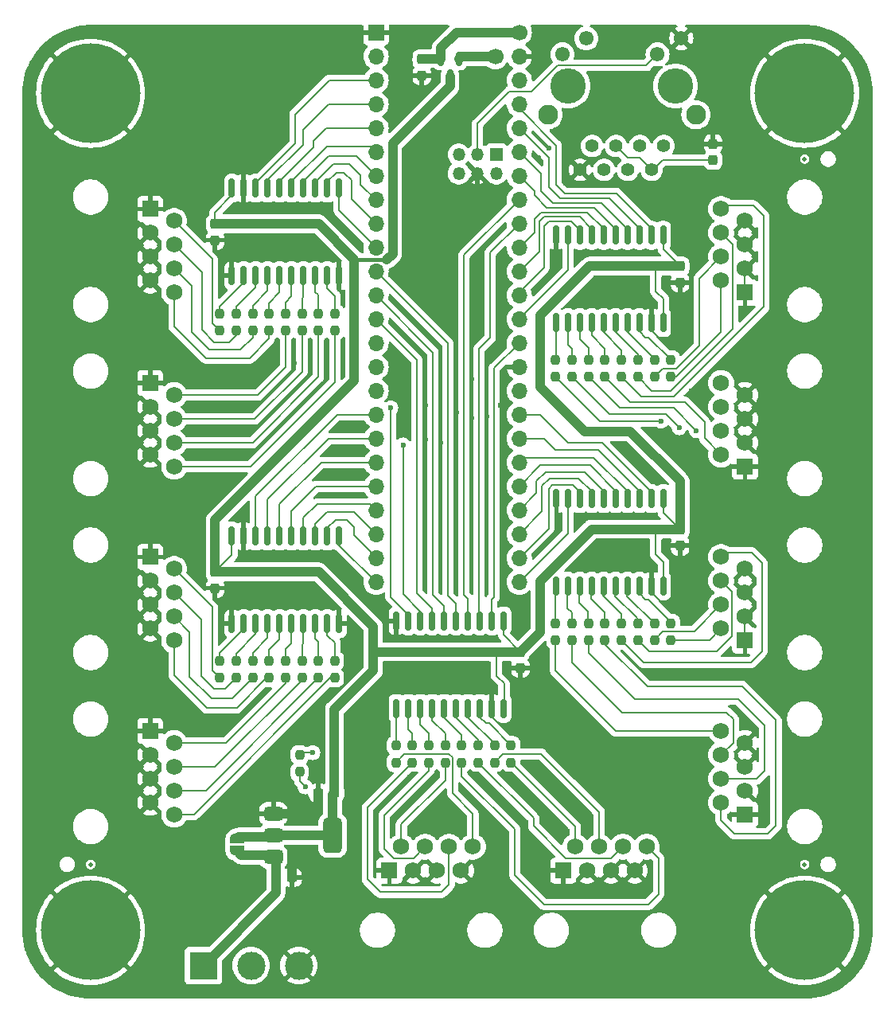
<source format=gbr>
%TF.GenerationSoftware,KiCad,Pcbnew,8.0.0*%
%TF.CreationDate,2024-03-23T18:21:10-07:00*%
%TF.ProjectId,Penta_OctoWS2811,50656e74-615f-44f6-9374-6f5753323831,rev?*%
%TF.SameCoordinates,Original*%
%TF.FileFunction,Copper,L1,Top*%
%TF.FilePolarity,Positive*%
%FSLAX46Y46*%
G04 Gerber Fmt 4.6, Leading zero omitted, Abs format (unit mm)*
G04 Created by KiCad (PCBNEW 8.0.0) date 2024-03-23 18:21:10*
%MOMM*%
%LPD*%
G01*
G04 APERTURE LIST*
G04 Aperture macros list*
%AMRoundRect*
0 Rectangle with rounded corners*
0 $1 Rounding radius*
0 $2 $3 $4 $5 $6 $7 $8 $9 X,Y pos of 4 corners*
0 Add a 4 corners polygon primitive as box body*
4,1,4,$2,$3,$4,$5,$6,$7,$8,$9,$2,$3,0*
0 Add four circle primitives for the rounded corners*
1,1,$1+$1,$2,$3*
1,1,$1+$1,$4,$5*
1,1,$1+$1,$6,$7*
1,1,$1+$1,$8,$9*
0 Add four rect primitives between the rounded corners*
20,1,$1+$1,$2,$3,$4,$5,0*
20,1,$1+$1,$4,$5,$6,$7,0*
20,1,$1+$1,$6,$7,$8,$9,0*
20,1,$1+$1,$8,$9,$2,$3,0*%
%AMFreePoly0*
4,1,19,0.500000,-0.750000,0.000000,-0.750000,0.000000,-0.744911,-0.071157,-0.744911,-0.207708,-0.704816,-0.327430,-0.627875,-0.420627,-0.520320,-0.479746,-0.390866,-0.500000,-0.250000,-0.500000,0.250000,-0.479746,0.390866,-0.420627,0.520320,-0.327430,0.627875,-0.207708,0.704816,-0.071157,0.744911,0.000000,0.744911,0.000000,0.750000,0.500000,0.750000,0.500000,-0.750000,0.500000,-0.750000,
$1*%
%AMFreePoly1*
4,1,19,0.000000,0.744911,0.071157,0.744911,0.207708,0.704816,0.327430,0.627875,0.420627,0.520320,0.479746,0.390866,0.500000,0.250000,0.500000,-0.250000,0.479746,-0.390866,0.420627,-0.520320,0.327430,-0.627875,0.207708,-0.704816,0.071157,-0.744911,0.000000,-0.744911,0.000000,-0.750000,-0.500000,-0.750000,-0.500000,0.750000,0.000000,0.750000,0.000000,0.744911,0.000000,0.744911,
$1*%
G04 Aperture macros list end*
%TA.AperFunction,ComponentPad*%
%ADD10C,1.700000*%
%TD*%
%TA.AperFunction,ComponentPad*%
%ADD11O,1.700000X1.700000*%
%TD*%
%TA.AperFunction,ComponentPad*%
%ADD12R,1.700000X1.700000*%
%TD*%
%TA.AperFunction,ComponentPad*%
%ADD13R,1.350000X1.350000*%
%TD*%
%TA.AperFunction,ComponentPad*%
%ADD14O,1.350000X1.350000*%
%TD*%
%TA.AperFunction,ComponentPad*%
%ADD15R,1.750000X1.750000*%
%TD*%
%TA.AperFunction,ComponentPad*%
%ADD16C,1.750000*%
%TD*%
%TA.AperFunction,SMDPad,CuDef*%
%ADD17RoundRect,0.237500X-0.300000X-0.237500X0.300000X-0.237500X0.300000X0.237500X-0.300000X0.237500X0*%
%TD*%
%TA.AperFunction,SMDPad,CuDef*%
%ADD18RoundRect,0.237500X0.237500X-0.250000X0.237500X0.250000X-0.237500X0.250000X-0.237500X-0.250000X0*%
%TD*%
%TA.AperFunction,SMDPad,CuDef*%
%ADD19RoundRect,0.237500X0.237500X-0.300000X0.237500X0.300000X-0.237500X0.300000X-0.237500X-0.300000X0*%
%TD*%
%TA.AperFunction,SMDPad,CuDef*%
%ADD20C,0.500000*%
%TD*%
%TA.AperFunction,ComponentPad*%
%ADD21R,1.600000X1.600000*%
%TD*%
%TA.AperFunction,ComponentPad*%
%ADD22C,1.600000*%
%TD*%
%TA.AperFunction,ComponentPad*%
%ADD23R,1.300000X1.300000*%
%TD*%
%TA.AperFunction,ComponentPad*%
%ADD24C,1.300000*%
%TD*%
%TA.AperFunction,SMDPad,CuDef*%
%ADD25RoundRect,0.150000X-0.150000X0.875000X-0.150000X-0.875000X0.150000X-0.875000X0.150000X0.875000X0*%
%TD*%
%TA.AperFunction,ComponentPad*%
%ADD26R,3.000000X3.000000*%
%TD*%
%TA.AperFunction,ComponentPad*%
%ADD27C,3.000000*%
%TD*%
%TA.AperFunction,SMDPad,CuDef*%
%ADD28RoundRect,0.237500X-0.237500X0.300000X-0.237500X-0.300000X0.237500X-0.300000X0.237500X0.300000X0*%
%TD*%
%TA.AperFunction,SMDPad,CuDef*%
%ADD29RoundRect,0.237500X0.300000X0.237500X-0.300000X0.237500X-0.300000X-0.237500X0.300000X-0.237500X0*%
%TD*%
%TA.AperFunction,SMDPad,CuDef*%
%ADD30RoundRect,0.150000X-0.150000X0.587500X-0.150000X-0.587500X0.150000X-0.587500X0.150000X0.587500X0*%
%TD*%
%TA.AperFunction,ComponentPad*%
%ADD31C,10.600000*%
%TD*%
%TA.AperFunction,SMDPad,CuDef*%
%ADD32RoundRect,0.375000X-0.625000X-0.375000X0.625000X-0.375000X0.625000X0.375000X-0.625000X0.375000X0*%
%TD*%
%TA.AperFunction,SMDPad,CuDef*%
%ADD33RoundRect,0.500000X-0.500000X-1.400000X0.500000X-1.400000X0.500000X1.400000X-0.500000X1.400000X0*%
%TD*%
%TA.AperFunction,SMDPad,CuDef*%
%ADD34FreePoly0,90.000000*%
%TD*%
%TA.AperFunction,SMDPad,CuDef*%
%ADD35FreePoly1,90.000000*%
%TD*%
%TA.AperFunction,SMDPad,CuDef*%
%ADD36RoundRect,0.150000X0.150000X-0.875000X0.150000X0.875000X-0.150000X0.875000X-0.150000X-0.875000X0*%
%TD*%
%TA.AperFunction,ComponentPad*%
%ADD37C,1.397000*%
%TD*%
%TA.AperFunction,ComponentPad*%
%ADD38C,1.549400*%
%TD*%
%TA.AperFunction,ComponentPad*%
%ADD39C,2.108200*%
%TD*%
%TA.AperFunction,WasherPad*%
%ADD40C,3.759200*%
%TD*%
%TA.AperFunction,ViaPad*%
%ADD41C,0.600000*%
%TD*%
%TA.AperFunction,Conductor*%
%ADD42C,0.200000*%
%TD*%
%TA.AperFunction,Conductor*%
%ADD43C,1.000000*%
%TD*%
%TA.AperFunction,Conductor*%
%ADD44C,0.400000*%
%TD*%
G04 APERTURE END LIST*
D10*
%TO.P,J16,1,Pin_1*%
%TO.N,/t49*%
X153830000Y-39830000D03*
%TD*%
%TO.P,J15,1,Pin_1*%
%TO.N,/t48*%
X156370000Y-37290000D03*
D11*
%TO.P,J15,2,Pin_2*%
%TO.N,GND*%
X156370000Y-39830000D03*
%TO.P,J15,3,Pin_3*%
%TO.N,/t46*%
X156370000Y-42370000D03*
%TO.P,J15,4,Pin_4*%
%TO.N,/t45*%
X156370000Y-44910000D03*
%TO.P,J15,5,Pin_5*%
%TO.N,/t44*%
X156370000Y-47450000D03*
%TO.P,J15,6,Pin_6*%
%TO.N,/t43*%
X156370000Y-49990000D03*
%TO.P,J15,7,Pin_7*%
%TO.N,/t42*%
X156370000Y-52530000D03*
%TO.P,J15,8,Pin_8*%
%TO.N,/GPIO_19*%
X156370000Y-55070000D03*
%TO.P,J15,9,Pin_9*%
%TO.N,/GPIO_18*%
X156370000Y-57610000D03*
%TO.P,J15,10,Pin_10*%
%TO.N,/t39*%
X156370000Y-60150000D03*
%TO.P,J15,11,Pin_11*%
%TO.N,/t38*%
X156370000Y-62690000D03*
%TO.P,J15,12,Pin_12*%
%TO.N,/t37*%
X156370000Y-65230000D03*
%TO.P,J15,13,Pin_13*%
%TO.N,/t36*%
X156370000Y-67770000D03*
%TO.P,J15,14,Pin_14*%
%TO.N,/GPIO_13*%
X156370000Y-70310000D03*
%TO.P,J15,15,Pin_15*%
%TO.N,GND*%
X156370000Y-72850000D03*
%TO.P,J15,16,Pin_16*%
%TO.N,/GPIO_41*%
X156370000Y-75390000D03*
%TO.P,J15,17,Pin_17*%
%TO.N,/t32*%
X156370000Y-77930000D03*
%TO.P,J15,18,Pin_18*%
%TO.N,/t31*%
X156370000Y-80470000D03*
%TO.P,J15,19,Pin_19*%
%TO.N,/t30*%
X156370000Y-83010000D03*
%TO.P,J15,20,Pin_20*%
%TO.N,/t29*%
X156370000Y-85550000D03*
%TO.P,J15,21,Pin_21*%
%TO.N,/t28*%
X156370000Y-88090000D03*
%TO.P,J15,22,Pin_22*%
%TO.N,/t27*%
X156370000Y-90630000D03*
%TO.P,J15,23,Pin_23*%
%TO.N,/t26*%
X156370000Y-93170000D03*
%TO.P,J15,24,Pin_24*%
%TO.N,/t25*%
X156370000Y-95710000D03*
%TD*%
D12*
%TO.P,J14,1,Pin_1*%
%TO.N,GND*%
X141130000Y-37290000D03*
D11*
%TO.P,J14,2,Pin_2*%
%TO.N,/FSYNC_ALT*%
X141130000Y-39830000D03*
%TO.P,J14,3,Pin_3*%
%TO.N,/t3*%
X141130000Y-42370000D03*
%TO.P,J14,4,Pin_4*%
%TO.N,/t4*%
X141130000Y-44910000D03*
%TO.P,J14,5,Pin_5*%
%TO.N,/t5*%
X141130000Y-47450000D03*
%TO.P,J14,6,Pin_6*%
%TO.N,/t6*%
X141130000Y-49990000D03*
%TO.P,J14,7,Pin_7*%
%TO.N,/t7*%
X141130000Y-52530000D03*
%TO.P,J14,8,Pin_8*%
%TO.N,/t8*%
X141130000Y-55070000D03*
%TO.P,J14,9,Pin_9*%
%TO.N,/t9*%
X141130000Y-57610000D03*
%TO.P,J14,10,Pin_10*%
%TO.N,/t10*%
X141130000Y-60150000D03*
%TO.P,J14,11,Pin_11*%
%TO.N,/GPIO_9*%
X141130000Y-62690000D03*
%TO.P,J14,12,Pin_12*%
%TO.N,/GPIO_10*%
X141130000Y-65230000D03*
%TO.P,J14,13,Pin_13*%
%TO.N,/GPIO_11*%
X141130000Y-67770000D03*
%TO.P,J14,14,Pin_14*%
%TO.N,/FSYNC*%
X141130000Y-70310000D03*
%TO.P,J14,15,Pin_15*%
%TO.N,/t15*%
X141130000Y-72850000D03*
%TO.P,J14,16,Pin_16*%
%TO.N,/GPIO_24*%
X141130000Y-75390000D03*
%TO.P,J14,17,Pin_17*%
%TO.N,/t17*%
X141130000Y-77930000D03*
%TO.P,J14,18,Pin_18*%
%TO.N,/t18*%
X141130000Y-80470000D03*
%TO.P,J14,19,Pin_19*%
%TO.N,/t19*%
X141130000Y-83010000D03*
%TO.P,J14,20,Pin_20*%
%TO.N,/t20*%
X141130000Y-85550000D03*
%TO.P,J14,21,Pin_21*%
%TO.N,/t21*%
X141130000Y-88090000D03*
%TO.P,J14,22,Pin_22*%
%TO.N,/t22*%
X141130000Y-90630000D03*
%TO.P,J14,23,Pin_23*%
%TO.N,/t23*%
X141130000Y-93170000D03*
%TO.P,J14,24,Pin_24*%
%TO.N,/t24*%
X141130000Y-95710000D03*
%TD*%
D13*
%TO.P,J13,1,Pin_1*%
%TO.N,/R+*%
X153930000Y-50260000D03*
D14*
%TO.P,J13,6,Pin_6*%
%TO.N,/R-*%
X153930000Y-52260000D03*
%TO.P,J13,2,Pin_2*%
%TO.N,/ENET_LED*%
X151930000Y-50260000D03*
%TO.P,J13,5,Pin_5*%
%TO.N,GND*%
X151930000Y-52260000D03*
%TO.P,J13,3,Pin_3*%
%TO.N,/T-*%
X149930000Y-50260000D03*
%TO.P,J13,4,Pin_4*%
%TO.N,/T+*%
X149930000Y-52260000D03*
%TD*%
D15*
%TO.P,J11,1*%
%TO.N,GND*%
X142555000Y-126400000D03*
D16*
%TO.P,J11,2*%
%TO.N,Net-(J11-Pad2)*%
X143825000Y-123860000D03*
%TO.P,J11,3*%
%TO.N,GND*%
X145095000Y-126400000D03*
%TO.P,J11,4*%
%TO.N,Net-(J11-Pad4)*%
X146365000Y-123860000D03*
%TO.P,J11,5*%
%TO.N,GND*%
X147635000Y-126400000D03*
%TO.P,J11,6*%
%TO.N,Net-(J11-Pad6)*%
X148905000Y-123860000D03*
%TO.P,J11,7*%
%TO.N,GND*%
X150175000Y-126400000D03*
%TO.P,J11,8*%
%TO.N,Net-(J11-Pad8)*%
X151445000Y-123860000D03*
%TD*%
D15*
%TO.P,J10,1*%
%TO.N,GND*%
X161055000Y-126400000D03*
D16*
%TO.P,J10,2*%
%TO.N,Net-(J10-Pad2)*%
X162325000Y-123860000D03*
%TO.P,J10,3*%
%TO.N,GND*%
X163595000Y-126400000D03*
%TO.P,J10,4*%
%TO.N,Net-(J10-Pad4)*%
X164865000Y-123860000D03*
%TO.P,J10,5*%
%TO.N,GND*%
X166135000Y-126400000D03*
%TO.P,J10,6*%
%TO.N,Net-(J10-Pad6)*%
X167405000Y-123860000D03*
%TO.P,J10,7*%
%TO.N,GND*%
X168675000Y-126400000D03*
%TO.P,J10,8*%
%TO.N,Net-(J10-Pad8)*%
X169945000Y-123860000D03*
%TD*%
%TO.P,J9,8*%
%TO.N,Net-(J9-Pad8)*%
X177860000Y-111555000D03*
%TO.P,J9,7*%
%TO.N,GND*%
X180400000Y-112825000D03*
%TO.P,J9,6*%
%TO.N,Net-(J9-Pad6)*%
X177860000Y-114095000D03*
%TO.P,J9,5*%
%TO.N,GND*%
X180400000Y-115365000D03*
%TO.P,J9,4*%
%TO.N,Net-(J9-Pad4)*%
X177860000Y-116635000D03*
%TO.P,J9,3*%
%TO.N,GND*%
X180400000Y-117905000D03*
%TO.P,J9,2*%
%TO.N,Net-(J9-Pad2)*%
X177860000Y-119175000D03*
D15*
%TO.P,J9,1*%
%TO.N,GND*%
X180400000Y-120445000D03*
%TD*%
%TO.P,J8,1*%
%TO.N,GND*%
X180400000Y-101945000D03*
D16*
%TO.P,J8,2*%
%TO.N,Net-(J8-Pad2)*%
X177860000Y-100675000D03*
%TO.P,J8,3*%
%TO.N,GND*%
X180400000Y-99405000D03*
%TO.P,J8,4*%
%TO.N,Net-(J8-Pad4)*%
X177860000Y-98135000D03*
%TO.P,J8,5*%
%TO.N,GND*%
X180400000Y-96865000D03*
%TO.P,J8,6*%
%TO.N,Net-(J8-Pad6)*%
X177860000Y-95595000D03*
%TO.P,J8,7*%
%TO.N,GND*%
X180400000Y-94325000D03*
%TO.P,J8,8*%
%TO.N,Net-(J8-Pad8)*%
X177860000Y-93055000D03*
%TD*%
D15*
%TO.P,J7,1*%
%TO.N,GND*%
X180400000Y-83445000D03*
D16*
%TO.P,J7,2*%
%TO.N,Net-(J7-Pad2)*%
X177860000Y-82175000D03*
%TO.P,J7,3*%
%TO.N,GND*%
X180400000Y-80905000D03*
%TO.P,J7,4*%
%TO.N,Net-(J7-Pad4)*%
X177860000Y-79635000D03*
%TO.P,J7,5*%
%TO.N,GND*%
X180400000Y-78365000D03*
%TO.P,J7,6*%
%TO.N,Net-(J7-Pad6)*%
X177860000Y-77095000D03*
%TO.P,J7,7*%
%TO.N,GND*%
X180400000Y-75825000D03*
%TO.P,J7,8*%
%TO.N,Net-(J7-Pad8)*%
X177860000Y-74555000D03*
%TD*%
D15*
%TO.P,J6,1*%
%TO.N,GND*%
X180400000Y-64945000D03*
D16*
%TO.P,J6,2*%
%TO.N,Net-(J6-Pad2)*%
X177860000Y-63675000D03*
%TO.P,J6,3*%
%TO.N,GND*%
X180400000Y-62405000D03*
%TO.P,J6,4*%
%TO.N,Net-(J6-Pad4)*%
X177860000Y-61135000D03*
%TO.P,J6,5*%
%TO.N,GND*%
X180400000Y-59865000D03*
%TO.P,J6,6*%
%TO.N,Net-(J6-Pad6)*%
X177860000Y-58595000D03*
%TO.P,J6,7*%
%TO.N,GND*%
X180400000Y-57325000D03*
%TO.P,J6,8*%
%TO.N,Net-(J6-Pad8)*%
X177860000Y-56055000D03*
%TD*%
D15*
%TO.P,J5,1*%
%TO.N,GND*%
X117100000Y-111555000D03*
D16*
%TO.P,J5,2*%
%TO.N,Net-(J5-Pad2)*%
X119640000Y-112825000D03*
%TO.P,J5,3*%
%TO.N,GND*%
X117100000Y-114095000D03*
%TO.P,J5,4*%
%TO.N,Net-(J5-Pad4)*%
X119640000Y-115365000D03*
%TO.P,J5,5*%
%TO.N,GND*%
X117100000Y-116635000D03*
%TO.P,J5,6*%
%TO.N,Net-(J5-Pad6)*%
X119640000Y-117905000D03*
%TO.P,J5,7*%
%TO.N,GND*%
X117100000Y-119175000D03*
%TO.P,J5,8*%
%TO.N,Net-(J5-Pad8)*%
X119640000Y-120445000D03*
%TD*%
D15*
%TO.P,J4,1*%
%TO.N,GND*%
X117100000Y-93055000D03*
D16*
%TO.P,J4,2*%
%TO.N,Net-(J4-Pad2)*%
X119640000Y-94325000D03*
%TO.P,J4,3*%
%TO.N,GND*%
X117100000Y-95595000D03*
%TO.P,J4,4*%
%TO.N,Net-(J4-Pad4)*%
X119640000Y-96865000D03*
%TO.P,J4,5*%
%TO.N,GND*%
X117100000Y-98135000D03*
%TO.P,J4,6*%
%TO.N,Net-(J4-Pad6)*%
X119640000Y-99405000D03*
%TO.P,J4,7*%
%TO.N,GND*%
X117100000Y-100675000D03*
%TO.P,J4,8*%
%TO.N,Net-(J4-Pad8)*%
X119640000Y-101945000D03*
%TD*%
D15*
%TO.P,J3,1*%
%TO.N,GND*%
X117100000Y-74555000D03*
D16*
%TO.P,J3,2*%
%TO.N,Net-(J3-Pad2)*%
X119640000Y-75825000D03*
%TO.P,J3,3*%
%TO.N,GND*%
X117100000Y-77095000D03*
%TO.P,J3,4*%
%TO.N,Net-(J3-Pad4)*%
X119640000Y-78365000D03*
%TO.P,J3,5*%
%TO.N,GND*%
X117100000Y-79635000D03*
%TO.P,J3,6*%
%TO.N,Net-(J3-Pad6)*%
X119640000Y-80905000D03*
%TO.P,J3,7*%
%TO.N,GND*%
X117100000Y-82175000D03*
%TO.P,J3,8*%
%TO.N,Net-(J3-Pad8)*%
X119640000Y-83445000D03*
%TD*%
D15*
%TO.P,J2,1*%
%TO.N,GND*%
X117100000Y-56055000D03*
D16*
%TO.P,J2,2*%
%TO.N,Net-(J2-Pad2)*%
X119640000Y-57325000D03*
%TO.P,J2,3*%
%TO.N,GND*%
X117100000Y-58595000D03*
%TO.P,J2,4*%
%TO.N,Net-(J2-Pad4)*%
X119640000Y-59865000D03*
%TO.P,J2,5*%
%TO.N,GND*%
X117100000Y-61135000D03*
%TO.P,J2,6*%
%TO.N,Net-(J2-Pad6)*%
X119640000Y-62405000D03*
%TO.P,J2,7*%
%TO.N,GND*%
X117100000Y-63675000D03*
%TO.P,J2,8*%
%TO.N,Net-(J2-Pad8)*%
X119640000Y-64945000D03*
%TD*%
D17*
%TO.P,C4,1*%
%TO.N,GND*%
X134987500Y-118143750D03*
%TO.P,C4,2*%
%TO.N,+5V*%
X136712500Y-118143750D03*
%TD*%
D18*
%TO.P,R24,1*%
%TO.N,Net-(J7-Pad8)*%
X160250000Y-73912500D03*
%TO.P,R24,2*%
%TO.N,Net-(U5-B7)*%
X160250000Y-72087500D03*
%TD*%
D19*
%TO.P,C1,1*%
%TO.N,GND*%
X124000000Y-59362500D03*
%TO.P,C1,2*%
%TO.N,+5V*%
X124000000Y-57637500D03*
%TD*%
D18*
%TO.P,R30,1*%
%TO.N,Net-(J9-Pad4)*%
X163750000Y-101912500D03*
%TO.P,R30,2*%
%TO.N,Net-(U6-B5)*%
X163750000Y-100087500D03*
%TD*%
D19*
%TO.P,C2,1*%
%TO.N,GND*%
X124000000Y-96362500D03*
%TO.P,C2,2*%
%TO.N,+5V*%
X124000000Y-94637500D03*
%TD*%
D18*
%TO.P,R40,1*%
%TO.N,Net-(J11-Pad8)*%
X143250000Y-114912500D03*
%TO.P,R40,2*%
%TO.N,Net-(U7-B7)*%
X143250000Y-113087500D03*
%TD*%
%TO.P,R3,1*%
%TO.N,Net-(J2-Pad6)*%
X128000000Y-69000000D03*
%TO.P,R3,2*%
%TO.N,Net-(U1-A2)*%
X128000000Y-67175000D03*
%TD*%
D19*
%TO.P,C5,1*%
%TO.N,GND*%
X173500000Y-63862500D03*
%TO.P,C5,2*%
%TO.N,+5V*%
X173500000Y-62137500D03*
%TD*%
%TO.P,C8,1*%
%TO.N,GND*%
X146000000Y-41862500D03*
%TO.P,C8,2*%
%TO.N,/t48*%
X146000000Y-40137500D03*
%TD*%
D18*
%TO.P,R33,1*%
%TO.N,Net-(J10-Pad2)*%
X155500000Y-114912500D03*
%TO.P,R33,2*%
%TO.N,Net-(U7-B0)*%
X155500000Y-113087500D03*
%TD*%
%TO.P,R37,1*%
%TO.N,Net-(J11-Pad2)*%
X148500000Y-114912500D03*
%TO.P,R37,2*%
%TO.N,Net-(U7-B4)*%
X148500000Y-113087500D03*
%TD*%
%TO.P,R22,1*%
%TO.N,Net-(J7-Pad4)*%
X163750000Y-73912500D03*
%TO.P,R22,2*%
%TO.N,Net-(U5-B5)*%
X163750000Y-72087500D03*
%TD*%
%TO.P,R21,1*%
%TO.N,Net-(J7-Pad2)*%
X165500000Y-73912500D03*
%TO.P,R21,2*%
%TO.N,Net-(U5-B4)*%
X165500000Y-72087500D03*
%TD*%
%TO.P,R31,1*%
%TO.N,Net-(J9-Pad6)*%
X162000000Y-101912500D03*
%TO.P,R31,2*%
%TO.N,Net-(U6-B6)*%
X162000000Y-100087500D03*
%TD*%
D20*
%TO.P,FID1,*%
%TO.N,*%
X110750000Y-125750000D03*
%TD*%
%TO.P,FID3,*%
%TO.N,*%
X186750000Y-125750000D03*
%TD*%
D21*
%TO.P,U4,1,GND*%
%TO.N,GND*%
X141130000Y-37290000D03*
D22*
%TO.P,U4,2,0_RX1_CRX2_CS1*%
%TO.N,/FSYNC_ALT*%
X141130000Y-39830000D03*
%TO.P,U4,3,1_TX1_CTX2_MISO1*%
%TO.N,/t3*%
X141130000Y-42370000D03*
%TO.P,U4,4,2_OUT2*%
%TO.N,/t4*%
X141130000Y-44910000D03*
%TO.P,U4,5,3_LRCLK2*%
%TO.N,/t5*%
X141130000Y-47450000D03*
%TO.P,U4,6,4_BCLK2*%
%TO.N,/t6*%
X141130000Y-49990000D03*
%TO.P,U4,7,5_IN2*%
%TO.N,/t7*%
X141130000Y-52530000D03*
%TO.P,U4,8,6_OUT1D*%
%TO.N,/t8*%
X141130000Y-55070000D03*
%TO.P,U4,9,7_RX2_OUT1A*%
%TO.N,/t9*%
X141130000Y-57610000D03*
%TO.P,U4,10,8_TX2_IN1*%
%TO.N,/t10*%
X141130000Y-60150000D03*
%TO.P,U4,11,9_OUT1C*%
%TO.N,/GPIO_9*%
X141130000Y-62690000D03*
%TO.P,U4,12,10_CS_MQSR*%
%TO.N,/GPIO_10*%
X141130000Y-65230000D03*
%TO.P,U4,13,11_MOSI_CTX1*%
%TO.N,/GPIO_11*%
X141130000Y-67770000D03*
%TO.P,U4,14,12_MISO_MQSL*%
%TO.N,/FSYNC*%
X141130000Y-70310000D03*
%TO.P,U4,15,3V3*%
%TO.N,/t15*%
X141130000Y-72850000D03*
%TO.P,U4,16,24_A10_TX6_SCL2*%
%TO.N,/GPIO_24*%
X141130000Y-75390000D03*
%TO.P,U4,17,25_A11_RX6_SDA2*%
%TO.N,/t17*%
X141130000Y-77930000D03*
%TO.P,U4,18,26_A12_MOSI1*%
%TO.N,/t18*%
X141130000Y-80470000D03*
%TO.P,U4,19,27_A13_SCK1*%
%TO.N,/t19*%
X141130000Y-83010000D03*
%TO.P,U4,20,28_RX7*%
%TO.N,/t20*%
X141130000Y-85550000D03*
%TO.P,U4,21,29_TX7*%
%TO.N,/t21*%
X141130000Y-88090000D03*
%TO.P,U4,22,30_CRX3*%
%TO.N,/t22*%
X141130000Y-90630000D03*
%TO.P,U4,23,31_CTX3*%
%TO.N,/t23*%
X141130000Y-93170000D03*
%TO.P,U4,24,32_OUT1B*%
%TO.N,/t24*%
X141130000Y-95710000D03*
%TO.P,U4,25,33_MCLK2*%
%TO.N,/t25*%
X156370000Y-95710000D03*
%TO.P,U4,26,34_RX8*%
%TO.N,/t26*%
X156370000Y-93170000D03*
%TO.P,U4,27,35_TX8*%
%TO.N,/t27*%
X156370000Y-90630000D03*
%TO.P,U4,28,36_CS*%
%TO.N,/t28*%
X156370000Y-88090000D03*
%TO.P,U4,29,37_CS*%
%TO.N,/t29*%
X156370000Y-85550000D03*
%TO.P,U4,30,38_CS1_IN1*%
%TO.N,/t30*%
X156370000Y-83010000D03*
%TO.P,U4,31,39_MISO1_OUT1A*%
%TO.N,/t31*%
X156370000Y-80470000D03*
%TO.P,U4,32,40_A16*%
%TO.N,/t32*%
X156370000Y-77930000D03*
%TO.P,U4,33,41_A17*%
%TO.N,/GPIO_41*%
X156370000Y-75390000D03*
%TO.P,U4,34,GND*%
%TO.N,GND*%
X156370000Y-72850000D03*
%TO.P,U4,35,13_SCK_LED*%
%TO.N,/GPIO_13*%
X156370000Y-70310000D03*
%TO.P,U4,36,14_A0_TX3_SPDIF_OUT*%
%TO.N,/t36*%
X156370000Y-67770000D03*
%TO.P,U4,37,15_A1_RX3_SPDIF_IN*%
%TO.N,/t37*%
X156370000Y-65230000D03*
%TO.P,U4,38,16_A2_RX4_SCL1*%
%TO.N,/t38*%
X156370000Y-62690000D03*
%TO.P,U4,39,17_A3_TX4_SDA1*%
%TO.N,/t39*%
X156370000Y-60150000D03*
%TO.P,U4,40,18_A4_SDA*%
%TO.N,/GPIO_18*%
X156370000Y-57610000D03*
%TO.P,U4,41,19_A5_SCL*%
%TO.N,/GPIO_19*%
X156370000Y-55070000D03*
%TO.P,U4,42,20_A6_TX5_LRCLK1*%
%TO.N,/t42*%
X156370000Y-52530000D03*
%TO.P,U4,43,21_A7_RX5_BCLK1*%
%TO.N,/t43*%
X156370000Y-49990000D03*
%TO.P,U4,44,22_A8_CTX1*%
%TO.N,/t44*%
X156370000Y-47450000D03*
%TO.P,U4,45,23_A9_CRX1_MCLK1*%
%TO.N,/t45*%
X156370000Y-44910000D03*
%TO.P,U4,46,3V3*%
%TO.N,/t46*%
X156370000Y-42370000D03*
%TO.P,U4,47,GND*%
%TO.N,GND*%
X156370000Y-39830000D03*
%TO.P,U4,48,VIN*%
%TO.N,/t48*%
X156370000Y-37290000D03*
%TO.P,U4,49,VUSB*%
%TO.N,/t49*%
X153830000Y-39830000D03*
D23*
%TO.P,U4,60,R+*%
%TO.N,/R+*%
X153931600Y-50260000D03*
D24*
%TO.P,U4,61,LED*%
%TO.N,/ENET_LED*%
X151931600Y-50260000D03*
%TO.P,U4,62,T-*%
%TO.N,/T-*%
X149931600Y-50260000D03*
%TO.P,U4,63,T+*%
%TO.N,/T+*%
X149931600Y-52260000D03*
%TO.P,U4,64,GND*%
%TO.N,GND*%
X151931600Y-52260000D03*
%TO.P,U4,65,R-*%
%TO.N,/R-*%
X153931600Y-52260000D03*
%TD*%
D18*
%TO.P,R23,1*%
%TO.N,Net-(J7-Pad6)*%
X162000000Y-73912500D03*
%TO.P,R23,2*%
%TO.N,Net-(U5-B6)*%
X162000000Y-72087500D03*
%TD*%
D25*
%TO.P,U5,1,A->B*%
%TO.N,+5V*%
X171715000Y-58850000D03*
%TO.P,U5,2,A0*%
%TO.N,/t45*%
X170445000Y-58850000D03*
%TO.P,U5,3,A1*%
%TO.N,/t44*%
X169175000Y-58850000D03*
%TO.P,U5,4,A2*%
%TO.N,/t43*%
X167905000Y-58850000D03*
%TO.P,U5,5,A3*%
%TO.N,/t42*%
X166635000Y-58850000D03*
%TO.P,U5,6,A4*%
%TO.N,/t39*%
X165365000Y-58850000D03*
%TO.P,U5,7,A5*%
%TO.N,/t38*%
X164095000Y-58850000D03*
%TO.P,U5,8,A6*%
%TO.N,/t37*%
X162825000Y-58850000D03*
%TO.P,U5,9,A7*%
%TO.N,/t36*%
X161555000Y-58850000D03*
%TO.P,U5,10,GND*%
%TO.N,GND*%
X160285000Y-58850000D03*
%TO.P,U5,11,B7*%
%TO.N,Net-(U5-B7)*%
X160285000Y-68150000D03*
%TO.P,U5,12,B6*%
%TO.N,Net-(U5-B6)*%
X161555000Y-68150000D03*
%TO.P,U5,13,B5*%
%TO.N,Net-(U5-B5)*%
X162825000Y-68150000D03*
%TO.P,U5,14,B4*%
%TO.N,Net-(U5-B4)*%
X164095000Y-68150000D03*
%TO.P,U5,15,B3*%
%TO.N,Net-(U5-B3)*%
X165365000Y-68150000D03*
%TO.P,U5,16,B2*%
%TO.N,Net-(U5-B2)*%
X166635000Y-68150000D03*
%TO.P,U5,17,B1*%
%TO.N,Net-(U5-B1)*%
X167905000Y-68150000D03*
%TO.P,U5,18,B0*%
%TO.N,Net-(U5-B0)*%
X169175000Y-68150000D03*
%TO.P,U5,19,CE*%
%TO.N,GND*%
X170445000Y-68150000D03*
%TO.P,U5,20,VCC*%
%TO.N,+5V*%
X171715000Y-68150000D03*
%TD*%
D18*
%TO.P,R39,1*%
%TO.N,Net-(J11-Pad6)*%
X145000000Y-114912500D03*
%TO.P,R39,2*%
%TO.N,Net-(U7-B6)*%
X145000000Y-113087500D03*
%TD*%
D19*
%TO.P,C7,1*%
%TO.N,GND*%
X156500000Y-104862500D03*
%TO.P,C7,2*%
%TO.N,+5V*%
X156500000Y-103137500D03*
%TD*%
D18*
%TO.P,R29,1*%
%TO.N,Net-(J9-Pad2)*%
X165500000Y-101912500D03*
%TO.P,R29,2*%
%TO.N,Net-(U6-B4)*%
X165500000Y-100087500D03*
%TD*%
%TO.P,R8,1*%
%TO.N,Net-(J3-Pad8)*%
X136750000Y-69000000D03*
%TO.P,R8,2*%
%TO.N,Net-(U1-A7)*%
X136750000Y-67175000D03*
%TD*%
%TO.P,R28,1*%
%TO.N,Net-(J8-Pad8)*%
X167250000Y-101912500D03*
%TO.P,R28,2*%
%TO.N,Net-(U6-B3)*%
X167250000Y-100087500D03*
%TD*%
D26*
%TO.P,J1,1,Pin_1*%
%TO.N,V_LED*%
X122750000Y-136500000D03*
D27*
%TO.P,J1,2,Pin_2*%
%TO.N,Net-(J1-Pin_2)*%
X127830000Y-136500000D03*
%TO.P,J1,3,Pin_3*%
%TO.N,GND*%
X132910000Y-136500000D03*
%TD*%
D18*
%TO.P,R6,1*%
%TO.N,Net-(J3-Pad4)*%
X133250000Y-69000000D03*
%TO.P,R6,2*%
%TO.N,Net-(U1-A5)*%
X133250000Y-67175000D03*
%TD*%
%TO.P,R13,1*%
%TO.N,Net-(J5-Pad2)*%
X131500000Y-105912500D03*
%TO.P,R13,2*%
%TO.N,Net-(U2-A4)*%
X131500000Y-104087500D03*
%TD*%
D28*
%TO.P,C9,1*%
%TO.N,GND*%
X177000000Y-49137500D03*
%TO.P,C9,2*%
%TO.N,Net-(C9-Pad2)*%
X177000000Y-50862500D03*
%TD*%
D18*
%TO.P,R11,1*%
%TO.N,Net-(J4-Pad6)*%
X128000000Y-105912500D03*
%TO.P,R11,2*%
%TO.N,Net-(U2-A2)*%
X128000000Y-104087500D03*
%TD*%
D29*
%TO.P,C3,1*%
%TO.N,GND*%
X132212500Y-127143750D03*
%TO.P,C3,2*%
%TO.N,V_LED*%
X130487500Y-127143750D03*
%TD*%
D30*
%TO.P,D1,1,A*%
%TO.N,/t49*%
X149950000Y-40062500D03*
%TO.P,D1,2,K*%
%TO.N,/t48*%
X148050000Y-40062500D03*
%TO.P,D1,3,COM*%
%TO.N,+5V*%
X149000000Y-41937500D03*
%TD*%
D31*
%TO.P,H3,1,1*%
%TO.N,GND*%
X110750000Y-132750000D03*
%TD*%
D18*
%TO.P,R34,1*%
%TO.N,Net-(J10-Pad4)*%
X153750000Y-114912500D03*
%TO.P,R34,2*%
%TO.N,Net-(U7-B1)*%
X153750000Y-113087500D03*
%TD*%
%TO.P,R20,1*%
%TO.N,Net-(J6-Pad8)*%
X167250000Y-73912500D03*
%TO.P,R20,2*%
%TO.N,Net-(U5-B3)*%
X167250000Y-72087500D03*
%TD*%
D31*
%TO.P,H2,1,1*%
%TO.N,GND*%
X186750000Y-43750000D03*
%TD*%
D20*
%TO.P,FID2,*%
%TO.N,*%
X186750000Y-50750000D03*
%TD*%
D32*
%TO.P,U3,1,GND*%
%TO.N,GND*%
X130200000Y-120343750D03*
%TO.P,U3,2,VO*%
%TO.N,+5V*%
X130200000Y-122643750D03*
D33*
X136500000Y-122643750D03*
D32*
%TO.P,U3,3,VI*%
%TO.N,V_LED*%
X130200000Y-124943750D03*
%TD*%
D18*
%TO.P,R32,1*%
%TO.N,Net-(J9-Pad8)*%
X160250000Y-101912500D03*
%TO.P,R32,2*%
%TO.N,Net-(U6-B7)*%
X160250000Y-100087500D03*
%TD*%
D34*
%TO.P,JP3,1,A*%
%TO.N,V_LED*%
X126350000Y-124293750D03*
D35*
%TO.P,JP3,2,B*%
%TO.N,+5V*%
X126350000Y-122993750D03*
%TD*%
D18*
%TO.P,R27,1*%
%TO.N,Net-(J8-Pad6)*%
X169000000Y-101912500D03*
%TO.P,R27,2*%
%TO.N,Net-(U6-B2)*%
X169000000Y-100087500D03*
%TD*%
%TO.P,R17,1*%
%TO.N,Net-(J6-Pad2)*%
X172500000Y-73912500D03*
%TO.P,R17,2*%
%TO.N,Net-(U5-B0)*%
X172500000Y-72087500D03*
%TD*%
%TO.P,R4,1*%
%TO.N,Net-(J2-Pad8)*%
X129750000Y-69000000D03*
%TO.P,R4,2*%
%TO.N,Net-(U1-A3)*%
X129750000Y-67175000D03*
%TD*%
D36*
%TO.P,U1,1,A->B*%
%TO.N,GND*%
X125785000Y-63150000D03*
%TO.P,U1,2,A0*%
%TO.N,Net-(U1-A0)*%
X127055000Y-63150000D03*
%TO.P,U1,3,A1*%
%TO.N,Net-(U1-A1)*%
X128325000Y-63150000D03*
%TO.P,U1,4,A2*%
%TO.N,Net-(U1-A2)*%
X129595000Y-63150000D03*
%TO.P,U1,5,A3*%
%TO.N,Net-(U1-A3)*%
X130865000Y-63150000D03*
%TO.P,U1,6,A4*%
%TO.N,Net-(U1-A4)*%
X132135000Y-63150000D03*
%TO.P,U1,7,A5*%
%TO.N,Net-(U1-A5)*%
X133405000Y-63150000D03*
%TO.P,U1,8,A6*%
%TO.N,Net-(U1-A6)*%
X134675000Y-63150000D03*
%TO.P,U1,9,A7*%
%TO.N,Net-(U1-A7)*%
X135945000Y-63150000D03*
%TO.P,U1,10,GND*%
%TO.N,GND*%
X137215000Y-63150000D03*
%TO.P,U1,11,B7*%
%TO.N,/t10*%
X137215000Y-53850000D03*
%TO.P,U1,12,B6*%
%TO.N,/t9*%
X135945000Y-53850000D03*
%TO.P,U1,13,B5*%
%TO.N,/t8*%
X134675000Y-53850000D03*
%TO.P,U1,14,B4*%
%TO.N,/t7*%
X133405000Y-53850000D03*
%TO.P,U1,15,B3*%
%TO.N,/t6*%
X132135000Y-53850000D03*
%TO.P,U1,16,B2*%
%TO.N,/t5*%
X130865000Y-53850000D03*
%TO.P,U1,17,B1*%
%TO.N,/t4*%
X129595000Y-53850000D03*
%TO.P,U1,18,B0*%
%TO.N,/t3*%
X128325000Y-53850000D03*
%TO.P,U1,19,CE*%
%TO.N,GND*%
X127055000Y-53850000D03*
%TO.P,U1,20,VCC*%
%TO.N,+5V*%
X125785000Y-53850000D03*
%TD*%
D31*
%TO.P,H4,1,1*%
%TO.N,GND*%
X186750000Y-132750000D03*
%TD*%
D19*
%TO.P,C6,1*%
%TO.N,GND*%
X173500000Y-91862500D03*
%TO.P,C6,2*%
%TO.N,+5V*%
X173500000Y-90137500D03*
%TD*%
D18*
%TO.P,R2,1*%
%TO.N,Net-(J2-Pad4)*%
X126250000Y-69000000D03*
%TO.P,R2,2*%
%TO.N,Net-(U1-A1)*%
X126250000Y-67175000D03*
%TD*%
%TO.P,R16,1*%
%TO.N,Net-(J5-Pad8)*%
X136750000Y-105912500D03*
%TO.P,R16,2*%
%TO.N,Net-(U2-A7)*%
X136750000Y-104087500D03*
%TD*%
%TO.P,R19,1*%
%TO.N,Net-(J6-Pad6)*%
X169000000Y-73912500D03*
%TO.P,R19,2*%
%TO.N,Net-(U5-B2)*%
X169000000Y-72087500D03*
%TD*%
%TO.P,R35,1*%
%TO.N,Net-(J10-Pad6)*%
X152000000Y-114912500D03*
%TO.P,R35,2*%
%TO.N,Net-(U7-B2)*%
X152000000Y-113087500D03*
%TD*%
%TO.P,R41,1*%
%TO.N,Net-(J1-Pin_2)*%
X133000000Y-115912500D03*
%TO.P,R41,2*%
%TO.N,Net-(JP1-A)*%
X133000000Y-114087500D03*
%TD*%
%TO.P,R7,1*%
%TO.N,Net-(J3-Pad6)*%
X135000000Y-69000000D03*
%TO.P,R7,2*%
%TO.N,Net-(U1-A6)*%
X135000000Y-67175000D03*
%TD*%
%TO.P,R38,1*%
%TO.N,Net-(J11-Pad4)*%
X146750000Y-114912500D03*
%TO.P,R38,2*%
%TO.N,Net-(U7-B5)*%
X146750000Y-113087500D03*
%TD*%
%TO.P,R15,1*%
%TO.N,Net-(J5-Pad6)*%
X135000000Y-105912500D03*
%TO.P,R15,2*%
%TO.N,Net-(U2-A6)*%
X135000000Y-104087500D03*
%TD*%
D37*
%TO.P,J12,1,1*%
%TO.N,/T+*%
X171740649Y-49350000D03*
%TO.P,J12,2,2*%
%TO.N,Net-(C9-Pad2)*%
X170470649Y-51890000D03*
%TO.P,J12,3,3*%
%TO.N,/T-*%
X169200649Y-49350000D03*
%TO.P,J12,4,4*%
%TO.N,/R+*%
X167930649Y-51890000D03*
%TO.P,J12,5,5*%
%TO.N,Net-(C9-Pad2)*%
X166660649Y-49350000D03*
%TO.P,J12,6,6*%
%TO.N,/R-*%
X165390649Y-51890000D03*
%TO.P,J12,7,7*%
%TO.N,unconnected-(J12-Pad7)*%
X164120649Y-49350000D03*
%TO.P,J12,8,8*%
%TO.N,GND*%
X162850649Y-51890000D03*
D38*
%TO.P,J12,9,9*%
X173620649Y-37900000D03*
%TO.P,J12,10,10*%
%TO.N,/ENET_LED*%
X171080649Y-39620000D03*
%TO.P,J12,11,11*%
%TO.N,unconnected-(J12-Pad11)*%
X163510649Y-37920000D03*
%TO.P,J12,12,12*%
%TO.N,unconnected-(J12-Pad12)*%
X160970649Y-39620000D03*
D39*
%TO.P,J12,13*%
%TO.N,N/C*%
X175170647Y-46030000D03*
D40*
%TO.P,J12,*%
%TO.N,*%
X173010649Y-42980000D03*
X161580649Y-42980000D03*
D39*
%TO.P,J12,16*%
%TO.N,N/C*%
X159420651Y-46030000D03*
%TD*%
D25*
%TO.P,U7,1,A->B*%
%TO.N,+5V*%
X154715000Y-99850000D03*
%TO.P,U7,2,A0*%
%TO.N,/GPIO_13*%
X153445000Y-99850000D03*
%TO.P,U7,3,A1*%
%TO.N,/GPIO_18*%
X152175000Y-99850000D03*
%TO.P,U7,4,A2*%
%TO.N,/GPIO_19*%
X150905000Y-99850000D03*
%TO.P,U7,5,A3*%
%TO.N,/GPIO_9*%
X149635000Y-99850000D03*
%TO.P,U7,6,A4*%
%TO.N,/GPIO_10*%
X148365000Y-99850000D03*
%TO.P,U7,7,A5*%
%TO.N,/GPIO_11*%
X147095000Y-99850000D03*
%TO.P,U7,8,A6*%
%TO.N,Net-(JP4-B)*%
X145825000Y-99850000D03*
%TO.P,U7,9,A7*%
%TO.N,Net-(JP6-B)*%
X144555000Y-99850000D03*
%TO.P,U7,10,GND*%
%TO.N,GND*%
X143285000Y-99850000D03*
%TO.P,U7,11,B7*%
%TO.N,Net-(U7-B7)*%
X143285000Y-109150000D03*
%TO.P,U7,12,B6*%
%TO.N,Net-(U7-B6)*%
X144555000Y-109150000D03*
%TO.P,U7,13,B5*%
%TO.N,Net-(U7-B5)*%
X145825000Y-109150000D03*
%TO.P,U7,14,B4*%
%TO.N,Net-(U7-B4)*%
X147095000Y-109150000D03*
%TO.P,U7,15,B3*%
%TO.N,Net-(U7-B3)*%
X148365000Y-109150000D03*
%TO.P,U7,16,B2*%
%TO.N,Net-(U7-B2)*%
X149635000Y-109150000D03*
%TO.P,U7,17,B1*%
%TO.N,Net-(U7-B1)*%
X150905000Y-109150000D03*
%TO.P,U7,18,B0*%
%TO.N,Net-(U7-B0)*%
X152175000Y-109150000D03*
%TO.P,U7,19,CE*%
%TO.N,GND*%
X153445000Y-109150000D03*
%TO.P,U7,20,VCC*%
%TO.N,+5V*%
X154715000Y-109150000D03*
%TD*%
D18*
%TO.P,R1,1*%
%TO.N,Net-(J2-Pad2)*%
X124500000Y-69000000D03*
%TO.P,R1,2*%
%TO.N,Net-(U1-A0)*%
X124500000Y-67175000D03*
%TD*%
%TO.P,R18,1*%
%TO.N,Net-(J6-Pad4)*%
X170750000Y-73912500D03*
%TO.P,R18,2*%
%TO.N,Net-(U5-B1)*%
X170750000Y-72087500D03*
%TD*%
D31*
%TO.P,H1,1,1*%
%TO.N,GND*%
X110750000Y-43750000D03*
%TD*%
D25*
%TO.P,U6,1,A->B*%
%TO.N,+5V*%
X171715000Y-86850000D03*
%TO.P,U6,2,A0*%
%TO.N,/t32*%
X170445000Y-86850000D03*
%TO.P,U6,3,A1*%
%TO.N,/t31*%
X169175000Y-86850000D03*
%TO.P,U6,4,A2*%
%TO.N,/t30*%
X167905000Y-86850000D03*
%TO.P,U6,5,A3*%
%TO.N,/t29*%
X166635000Y-86850000D03*
%TO.P,U6,6,A4*%
%TO.N,/t28*%
X165365000Y-86850000D03*
%TO.P,U6,7,A5*%
%TO.N,/t27*%
X164095000Y-86850000D03*
%TO.P,U6,8,A6*%
%TO.N,/t26*%
X162825000Y-86850000D03*
%TO.P,U6,9,A7*%
%TO.N,/t25*%
X161555000Y-86850000D03*
%TO.P,U6,10,GND*%
%TO.N,GND*%
X160285000Y-86850000D03*
%TO.P,U6,11,B7*%
%TO.N,Net-(U6-B7)*%
X160285000Y-96150000D03*
%TO.P,U6,12,B6*%
%TO.N,Net-(U6-B6)*%
X161555000Y-96150000D03*
%TO.P,U6,13,B5*%
%TO.N,Net-(U6-B5)*%
X162825000Y-96150000D03*
%TO.P,U6,14,B4*%
%TO.N,Net-(U6-B4)*%
X164095000Y-96150000D03*
%TO.P,U6,15,B3*%
%TO.N,Net-(U6-B3)*%
X165365000Y-96150000D03*
%TO.P,U6,16,B2*%
%TO.N,Net-(U6-B2)*%
X166635000Y-96150000D03*
%TO.P,U6,17,B1*%
%TO.N,Net-(U6-B1)*%
X167905000Y-96150000D03*
%TO.P,U6,18,B0*%
%TO.N,Net-(U6-B0)*%
X169175000Y-96150000D03*
%TO.P,U6,19,CE*%
%TO.N,GND*%
X170445000Y-96150000D03*
%TO.P,U6,20,VCC*%
%TO.N,+5V*%
X171715000Y-96150000D03*
%TD*%
D18*
%TO.P,R9,1*%
%TO.N,Net-(J4-Pad2)*%
X124500000Y-105912500D03*
%TO.P,R9,2*%
%TO.N,Net-(U2-A0)*%
X124500000Y-104087500D03*
%TD*%
%TO.P,R5,1*%
%TO.N,Net-(J3-Pad2)*%
X131500000Y-69000000D03*
%TO.P,R5,2*%
%TO.N,Net-(U1-A4)*%
X131500000Y-67175000D03*
%TD*%
%TO.P,R26,1*%
%TO.N,Net-(J8-Pad4)*%
X170750000Y-101912500D03*
%TO.P,R26,2*%
%TO.N,Net-(U6-B1)*%
X170750000Y-100087500D03*
%TD*%
%TO.P,R14,1*%
%TO.N,Net-(J5-Pad4)*%
X133250000Y-105912500D03*
%TO.P,R14,2*%
%TO.N,Net-(U2-A5)*%
X133250000Y-104087500D03*
%TD*%
%TO.P,R10,1*%
%TO.N,Net-(J4-Pad4)*%
X126250000Y-105912500D03*
%TO.P,R10,2*%
%TO.N,Net-(U2-A1)*%
X126250000Y-104087500D03*
%TD*%
D36*
%TO.P,U2,1,A->B*%
%TO.N,GND*%
X125785000Y-100150000D03*
%TO.P,U2,2,A0*%
%TO.N,Net-(U2-A0)*%
X127055000Y-100150000D03*
%TO.P,U2,3,A1*%
%TO.N,Net-(U2-A1)*%
X128325000Y-100150000D03*
%TO.P,U2,4,A2*%
%TO.N,Net-(U2-A2)*%
X129595000Y-100150000D03*
%TO.P,U2,5,A3*%
%TO.N,Net-(U2-A3)*%
X130865000Y-100150000D03*
%TO.P,U2,6,A4*%
%TO.N,Net-(U2-A4)*%
X132135000Y-100150000D03*
%TO.P,U2,7,A5*%
%TO.N,Net-(U2-A5)*%
X133405000Y-100150000D03*
%TO.P,U2,8,A6*%
%TO.N,Net-(U2-A6)*%
X134675000Y-100150000D03*
%TO.P,U2,9,A7*%
%TO.N,Net-(U2-A7)*%
X135945000Y-100150000D03*
%TO.P,U2,10,GND*%
%TO.N,GND*%
X137215000Y-100150000D03*
%TO.P,U2,11,B7*%
%TO.N,/t24*%
X137215000Y-90850000D03*
%TO.P,U2,12,B6*%
%TO.N,/t23*%
X135945000Y-90850000D03*
%TO.P,U2,13,B5*%
%TO.N,/t22*%
X134675000Y-90850000D03*
%TO.P,U2,14,B4*%
%TO.N,/t21*%
X133405000Y-90850000D03*
%TO.P,U2,15,B3*%
%TO.N,/t20*%
X132135000Y-90850000D03*
%TO.P,U2,16,B2*%
%TO.N,/t19*%
X130865000Y-90850000D03*
%TO.P,U2,17,B1*%
%TO.N,/t18*%
X129595000Y-90850000D03*
%TO.P,U2,18,B0*%
%TO.N,/t17*%
X128325000Y-90850000D03*
%TO.P,U2,19,CE*%
%TO.N,GND*%
X127055000Y-90850000D03*
%TO.P,U2,20,VCC*%
%TO.N,+5V*%
X125785000Y-90850000D03*
%TD*%
D18*
%TO.P,R12,1*%
%TO.N,Net-(J4-Pad8)*%
X129750000Y-105912500D03*
%TO.P,R12,2*%
%TO.N,Net-(U2-A3)*%
X129750000Y-104087500D03*
%TD*%
%TO.P,R36,1*%
%TO.N,Net-(J10-Pad8)*%
X150250000Y-114912500D03*
%TO.P,R36,2*%
%TO.N,Net-(U7-B3)*%
X150250000Y-113087500D03*
%TD*%
%TO.P,R25,1*%
%TO.N,Net-(J8-Pad2)*%
X172500000Y-101912500D03*
%TO.P,R25,2*%
%TO.N,Net-(U6-B0)*%
X172500000Y-100087500D03*
%TD*%
D41*
%TO.N,GND*%
X180360000Y-105440000D03*
X183410000Y-97890000D03*
X180410000Y-91480000D03*
X139100000Y-126200000D03*
X142700000Y-129900000D03*
X156800000Y-129500000D03*
X165400000Y-131100000D03*
X172300000Y-127800000D03*
X150100000Y-122200000D03*
X145100000Y-122100000D03*
X142900000Y-122000000D03*
X142100000Y-116200000D03*
X144700000Y-116500000D03*
X147400000Y-116600000D03*
X148400000Y-118600000D03*
X150300000Y-117700000D03*
X157900000Y-115400000D03*
X166100000Y-121800000D03*
X163600000Y-121800000D03*
X160600000Y-122400000D03*
X155200000Y-116400000D03*
X151900000Y-116400000D03*
X181200000Y-123800000D03*
X185000000Y-116200000D03*
X182800000Y-107800000D03*
X182700000Y-68000000D03*
X183600000Y-59800000D03*
X180400000Y-54500000D03*
X174200000Y-83500000D03*
X170900000Y-84800000D03*
X167600000Y-81300000D03*
X170500000Y-79800000D03*
X175700000Y-81400000D03*
X174700000Y-75400000D03*
X176000000Y-76900000D03*
%TO.N,Net-(J7-Pad8)*%
X171500000Y-78600000D03*
%TO.N,Net-(J7-Pad6)*%
X173400000Y-79300000D03*
%TO.N,Net-(J7-Pad4)*%
X175235000Y-79635000D03*
%TO.N,GND*%
X127800000Y-108900000D03*
X121800000Y-95000000D03*
X130100000Y-71900000D03*
X124000000Y-84400000D03*
X124000000Y-82200000D03*
X122000000Y-82200000D03*
X122000000Y-79600000D03*
X124000000Y-79600000D03*
X122700000Y-77000000D03*
X146300000Y-74100000D03*
X132400000Y-72400000D03*
X147500000Y-70300000D03*
X147300000Y-59900000D03*
X153435000Y-107185000D03*
X162550000Y-61000000D03*
X158300000Y-64400000D03*
X162500000Y-93800000D03*
X138800000Y-59400000D03*
X138000000Y-79200000D03*
X175100000Y-88700000D03*
X145000000Y-50200000D03*
X146500000Y-66200000D03*
X163800000Y-64600000D03*
X139300000Y-81900000D03*
X151800000Y-69400000D03*
X124600000Y-110200000D03*
X151300000Y-74100000D03*
X124900000Y-98000000D03*
X154400000Y-76900000D03*
X138900000Y-86500000D03*
X170800000Y-88700000D03*
X131100000Y-114900000D03*
X150500000Y-42000000D03*
X136500000Y-93900000D03*
X142900000Y-68300000D03*
X134975000Y-119618750D03*
X171899448Y-70000000D03*
X139200000Y-84300000D03*
X173100000Y-60300000D03*
X135600000Y-84300000D03*
X160500000Y-88900000D03*
X175600000Y-49100000D03*
X152300000Y-44500000D03*
X134700000Y-125000000D03*
X154985000Y-104785000D03*
X136500000Y-61200000D03*
X154400000Y-61100000D03*
X146400000Y-80600000D03*
X171950000Y-91900000D03*
X127300000Y-92900000D03*
X170400000Y-94300000D03*
X128700000Y-126600000D03*
X143800000Y-75500000D03*
X136400000Y-86500000D03*
X143500000Y-63200000D03*
X159500000Y-49600000D03*
X147400000Y-42000000D03*
X136400000Y-98100000D03*
X135000000Y-116700000D03*
X127450000Y-120643750D03*
X122000000Y-84400000D03*
X152900000Y-78100000D03*
X139800000Y-108700000D03*
X142200000Y-104700000D03*
X154700000Y-111000000D03*
X127100000Y-56000000D03*
X170500000Y-48200000D03*
X125400000Y-77100000D03*
X170600000Y-105500000D03*
X172400000Y-51700000D03*
X136500000Y-81800000D03*
X124900000Y-61000000D03*
X142300000Y-101600000D03*
X132212500Y-125831250D03*
X146400000Y-76900000D03*
X153700000Y-46600000D03*
X125600000Y-131700000D03*
X171950000Y-63900000D03*
X170400000Y-66300000D03*
X149700000Y-77700000D03*
X171900000Y-98000000D03*
X143400000Y-43700000D03*
X153300000Y-71600000D03*
X144200000Y-79500000D03*
X149600000Y-60000000D03*
X138800000Y-95700000D03*
X135900000Y-72800000D03*
X128300000Y-133200000D03*
X148000000Y-80900000D03*
X137600000Y-71900000D03*
X154800000Y-48000000D03*
X169200000Y-53100000D03*
X161700000Y-50000000D03*
X138000000Y-119500000D03*
X154300000Y-55300000D03*
X132100000Y-120318750D03*
X134100000Y-111300000D03*
X149500000Y-69300000D03*
X151300000Y-78300000D03*
X148400000Y-46500000D03*
X161300000Y-53300000D03*
X160200000Y-60700000D03*
X158400000Y-50600000D03*
X134100000Y-73500000D03*
X138200000Y-112500000D03*
X131100000Y-112600000D03*
X152000000Y-61000000D03*
X153800000Y-101700000D03*
X162700000Y-89200000D03*
X124800000Y-74800000D03*
X138800000Y-100500000D03*
X170700000Y-60800000D03*
X134100000Y-70800000D03*
X156200000Y-101200000D03*
X149600000Y-74200000D03*
X164100000Y-47300000D03*
%TO.N,Net-(J1-Pin_2)*%
X133600000Y-117500000D03*
%TO.N,Net-(JP4-B)*%
X144000000Y-81150000D03*
%TO.N,Net-(JP6-B)*%
X142700000Y-77200000D03*
%TO.N,Net-(JP1-A)*%
X134400000Y-113850000D03*
%TD*%
D42*
%TO.N,Net-(J11-Pad8)*%
X148900000Y-114000000D02*
X149275000Y-114375000D01*
X144162500Y-114000000D02*
X148900000Y-114000000D01*
X149275000Y-114375000D02*
X149275000Y-118175000D01*
X143250000Y-114912500D02*
X144162500Y-114000000D01*
X149275000Y-118175000D02*
X151445000Y-120345000D01*
X151445000Y-120345000D02*
X151445000Y-123860000D01*
%TO.N,Net-(J10-Pad6)*%
X166165000Y-125100000D02*
X167405000Y-123860000D01*
X161350000Y-125100000D02*
X166165000Y-125100000D01*
X152012500Y-114912500D02*
X157900000Y-120800000D01*
X157900000Y-121650000D02*
X161350000Y-125100000D01*
X152000000Y-114912500D02*
X152012500Y-114912500D01*
X157900000Y-120800000D02*
X157900000Y-121650000D01*
%TO.N,Net-(J10-Pad8)*%
X170100000Y-130000000D02*
X171200000Y-128900000D01*
X171200000Y-128900000D02*
X171200000Y-125115000D01*
X150250000Y-116350000D02*
X155900000Y-122000000D01*
X155900000Y-122000000D02*
X155900000Y-126900000D01*
X171200000Y-125115000D02*
X169945000Y-123860000D01*
X150250000Y-114912500D02*
X150250000Y-116350000D01*
X155900000Y-126900000D02*
X159000000Y-130000000D01*
X159000000Y-130000000D02*
X170100000Y-130000000D01*
%TO.N,Net-(J10-Pad4)*%
X164865000Y-120165000D02*
X164865000Y-123860000D01*
X153750000Y-114912500D02*
X154662500Y-114000000D01*
X154662500Y-114000000D02*
X158700000Y-114000000D01*
X158700000Y-114000000D02*
X164865000Y-120165000D01*
%TO.N,Net-(J10-Pad2)*%
X162325000Y-121725000D02*
X162325000Y-123860000D01*
X155512500Y-114912500D02*
X162325000Y-121725000D01*
X155500000Y-114912500D02*
X155512500Y-114912500D01*
%TO.N,Net-(J11-Pad6)*%
X148100000Y-128700000D02*
X148905000Y-127895000D01*
X141600000Y-128700000D02*
X148100000Y-128700000D01*
X140200000Y-119712500D02*
X140200000Y-127300000D01*
X140200000Y-127300000D02*
X141600000Y-128700000D01*
X145000000Y-114912500D02*
X140200000Y-119712500D01*
X148905000Y-127895000D02*
X148905000Y-123860000D01*
%TO.N,Net-(J11-Pad4)*%
X145125000Y-125100000D02*
X146365000Y-123860000D01*
X143000000Y-125100000D02*
X145125000Y-125100000D01*
X142000000Y-124100000D02*
X143000000Y-125100000D01*
X142000000Y-120500000D02*
X142000000Y-124100000D01*
X146750000Y-114912500D02*
X146750000Y-115750000D01*
X146750000Y-115750000D02*
X142000000Y-120500000D01*
%TO.N,Net-(J11-Pad2)*%
X143825000Y-121475000D02*
X143825000Y-123860000D01*
X148500000Y-116800000D02*
X143825000Y-121475000D01*
X148500000Y-114912500D02*
X148500000Y-116800000D01*
%TO.N,Net-(J9-Pad2)*%
X179300000Y-122500000D02*
X177860000Y-121060000D01*
X180100000Y-106800000D02*
X183700000Y-110400000D01*
X183700000Y-110400000D02*
X183700000Y-121600000D01*
X170000000Y-106800000D02*
X180100000Y-106800000D01*
X182800000Y-122500000D02*
X179300000Y-122500000D01*
X165500000Y-101912500D02*
X165500000Y-102300000D01*
X165500000Y-102300000D02*
X170000000Y-106800000D01*
X177860000Y-121060000D02*
X177860000Y-119175000D01*
X183700000Y-121600000D02*
X182800000Y-122500000D01*
%TO.N,Net-(J9-Pad4)*%
X181665000Y-116635000D02*
X177860000Y-116635000D01*
X182500000Y-115800000D02*
X181665000Y-116635000D01*
X179700000Y-108200000D02*
X182500000Y-111000000D01*
X168700000Y-108200000D02*
X179700000Y-108200000D01*
X182500000Y-111000000D02*
X182500000Y-115800000D01*
X163750000Y-101912500D02*
X163750000Y-103250000D01*
X163750000Y-103250000D02*
X168700000Y-108200000D01*
%TO.N,Net-(J9-Pad6)*%
X178450000Y-109600000D02*
X179150000Y-110300000D01*
X179150000Y-110300000D02*
X179150000Y-112805000D01*
X162000000Y-104250000D02*
X167350000Y-109600000D01*
X179150000Y-112805000D02*
X177860000Y-114095000D01*
X162000000Y-101912500D02*
X162000000Y-104250000D01*
X167350000Y-109600000D02*
X178450000Y-109600000D01*
%TO.N,Net-(J9-Pad8)*%
X166655000Y-111555000D02*
X177860000Y-111555000D01*
X160250000Y-105150000D02*
X166655000Y-111555000D01*
%TO.N,GND*%
X180400000Y-101945000D02*
X180400000Y-99405000D01*
%TO.N,Net-(J8-Pad4)*%
X171662500Y-101000000D02*
X174995000Y-101000000D01*
X174995000Y-101000000D02*
X177860000Y-98135000D01*
%TO.N,Net-(J8-Pad6)*%
X179035000Y-101465000D02*
X179035000Y-96770000D01*
X177400000Y-103100000D02*
X179035000Y-101465000D01*
X170187500Y-103100000D02*
X177400000Y-103100000D01*
X179035000Y-96770000D02*
X177860000Y-95595000D01*
%TO.N,Net-(J8-Pad8)*%
X182200000Y-103100000D02*
X182200000Y-93700000D01*
X181100000Y-92600000D02*
X178315000Y-92600000D01*
X181000000Y-104300000D02*
X182200000Y-103100000D01*
X169637500Y-104300000D02*
X181000000Y-104300000D01*
X182200000Y-93700000D02*
X181100000Y-92600000D01*
X178315000Y-92600000D02*
X177860000Y-93055000D01*
%TO.N,Net-(J8-Pad2)*%
X176622500Y-101912500D02*
X177860000Y-100675000D01*
X172500000Y-101912500D02*
X176622500Y-101912500D01*
%TO.N,GND*%
X180400000Y-64945000D02*
X180400000Y-62405000D01*
%TO.N,Net-(J8-Pad8)*%
X167250000Y-101912500D02*
X169637500Y-104300000D01*
%TO.N,Net-(J8-Pad6)*%
X169000000Y-101912500D02*
X170187500Y-103100000D01*
%TO.N,Net-(J8-Pad4)*%
X170750000Y-101912500D02*
X171662500Y-101000000D01*
%TO.N,+5V*%
X171715000Y-88352500D02*
X173500000Y-90137500D01*
X171715000Y-86850000D02*
X171715000Y-88352500D01*
%TO.N,Net-(J7-Pad2)*%
X174000000Y-76600000D02*
X176100000Y-78700000D01*
X176100000Y-78700000D02*
X176100000Y-80415000D01*
X168187500Y-76600000D02*
X174000000Y-76600000D01*
X165500000Y-73912500D02*
X168187500Y-76600000D01*
X176100000Y-80415000D02*
X177860000Y-82175000D01*
%TO.N,Net-(J7-Pad6)*%
X172000000Y-77900000D02*
X173400000Y-79300000D01*
%TO.N,Net-(J7-Pad4)*%
X167037500Y-77200000D02*
X163750000Y-73912500D01*
X172800000Y-77200000D02*
X167037500Y-77200000D01*
X175235000Y-79635000D02*
X172800000Y-77200000D01*
%TO.N,Net-(J7-Pad6)*%
X165987500Y-77900000D02*
X172000000Y-77900000D01*
X162000000Y-73912500D02*
X165987500Y-77900000D01*
%TO.N,Net-(J6-Pad8)*%
X181300000Y-55700000D02*
X178215000Y-55700000D01*
X182400000Y-56800000D02*
X181300000Y-55700000D01*
X172850000Y-76000000D02*
X182400000Y-66450000D01*
X182400000Y-66450000D02*
X182400000Y-56800000D01*
X169337500Y-76000000D02*
X172850000Y-76000000D01*
X178215000Y-55700000D02*
X177860000Y-56055000D01*
X167250000Y-73912500D02*
X169337500Y-76000000D01*
%TO.N,Net-(J6-Pad6)*%
X170487500Y-75400000D02*
X172500000Y-75400000D01*
X172500000Y-75400000D02*
X179100000Y-68800000D01*
X179100000Y-68800000D02*
X179100000Y-59835000D01*
X169000000Y-73912500D02*
X170487500Y-75400000D01*
X179100000Y-59835000D02*
X177860000Y-58595000D01*
%TO.N,Net-(J6-Pad4)*%
X175500000Y-63495000D02*
X177860000Y-61135000D01*
X173100000Y-73000000D02*
X175500000Y-70600000D01*
X171662500Y-73000000D02*
X173100000Y-73000000D01*
X170750000Y-73912500D02*
X171662500Y-73000000D01*
X175500000Y-70600000D02*
X175500000Y-63495000D01*
%TO.N,Net-(J6-Pad2)*%
X177860000Y-69140000D02*
X177860000Y-63675000D01*
X173087500Y-73912500D02*
X177860000Y-69140000D01*
X172500000Y-73912500D02*
X173087500Y-73912500D01*
%TO.N,Net-(J5-Pad2)*%
X125175000Y-112825000D02*
X119640000Y-112825000D01*
X131500000Y-105912500D02*
X131500000Y-106500000D01*
X131500000Y-106500000D02*
X125175000Y-112825000D01*
%TO.N,Net-(J4-Pad8)*%
X119640000Y-105640000D02*
X119640000Y-101945000D01*
X126300000Y-109100000D02*
X123100000Y-109100000D01*
X129487500Y-105912500D02*
X126300000Y-109100000D01*
X123100000Y-109100000D02*
X119640000Y-105640000D01*
X129750000Y-105912500D02*
X129487500Y-105912500D01*
%TO.N,Net-(J5-Pad8)*%
X119640000Y-120445000D02*
X121755000Y-120445000D01*
X121755000Y-120445000D02*
X136287500Y-105912500D01*
X136287500Y-105912500D02*
X136750000Y-105912500D01*
%TO.N,Net-(J5-Pad6)*%
X119640000Y-117905000D02*
X123007500Y-117905000D01*
X123007500Y-117905000D02*
X135000000Y-105912500D01*
%TO.N,Net-(J5-Pad4)*%
X133250000Y-106101471D02*
X133250000Y-105912500D01*
X123986471Y-115365000D02*
X133250000Y-106101471D01*
X119640000Y-115365000D02*
X123986471Y-115365000D01*
%TO.N,Net-(J4-Pad4)*%
X122500000Y-99725000D02*
X119640000Y-96865000D01*
X122500000Y-105700000D02*
X122500000Y-99725000D01*
X123900000Y-107100000D02*
X122500000Y-105700000D01*
X125062500Y-107100000D02*
X123900000Y-107100000D01*
X126250000Y-105912500D02*
X125062500Y-107100000D01*
%TO.N,Net-(J4-Pad6)*%
X121300000Y-101065000D02*
X119640000Y-99405000D01*
X121300000Y-105800000D02*
X121300000Y-101065000D01*
X123600000Y-108100000D02*
X121300000Y-105800000D01*
X128000000Y-105912500D02*
X125812500Y-108100000D01*
X125812500Y-108100000D02*
X123600000Y-108100000D01*
%TO.N,Net-(J4-Pad2)*%
X123700000Y-98385000D02*
X119640000Y-94325000D01*
X123700000Y-105112500D02*
X123700000Y-98385000D01*
X124500000Y-105912500D02*
X123700000Y-105112500D01*
%TO.N,Net-(J2-Pad6)*%
X121500000Y-64265000D02*
X119640000Y-62405000D01*
X123400000Y-71000000D02*
X121500000Y-69100000D01*
X121500000Y-69100000D02*
X121500000Y-64265000D01*
X126700000Y-71000000D02*
X123400000Y-71000000D01*
X128000000Y-69700000D02*
X126700000Y-71000000D01*
X128000000Y-69000000D02*
X128000000Y-69700000D01*
%TO.N,Net-(J3-Pad8)*%
X136750000Y-74450000D02*
X127755000Y-83445000D01*
X127755000Y-83445000D02*
X119640000Y-83445000D01*
%TO.N,Net-(J3-Pad6)*%
X135000000Y-73900000D02*
X127995000Y-80905000D01*
X127995000Y-80905000D02*
X119640000Y-80905000D01*
%TO.N,Net-(J3-Pad4)*%
X128235000Y-78365000D02*
X119640000Y-78365000D01*
X133250000Y-73350000D02*
X128235000Y-78365000D01*
%TO.N,Net-(J3-Pad2)*%
X128575000Y-75825000D02*
X119640000Y-75825000D01*
X131500000Y-72900000D02*
X128575000Y-75825000D01*
%TO.N,Net-(J2-Pad8)*%
X123000000Y-71900000D02*
X119640000Y-68540000D01*
X127700000Y-71900000D02*
X123000000Y-71900000D01*
X129750000Y-69850000D02*
X127700000Y-71900000D01*
X129750000Y-69000000D02*
X129750000Y-69850000D01*
X119640000Y-68540000D02*
X119640000Y-64945000D01*
%TO.N,Net-(J2-Pad4)*%
X125500000Y-70200000D02*
X123900000Y-70200000D01*
X122600000Y-62825000D02*
X119640000Y-59865000D01*
X126250000Y-69450000D02*
X125500000Y-70200000D01*
X123900000Y-70200000D02*
X122600000Y-68900000D01*
X122600000Y-68900000D02*
X122600000Y-62825000D01*
X126250000Y-69000000D02*
X126250000Y-69450000D01*
%TO.N,Net-(J2-Pad2)*%
X123700000Y-61385000D02*
X119640000Y-57325000D01*
X123700000Y-68200000D02*
X123700000Y-61385000D01*
X124500000Y-69000000D02*
X123700000Y-68200000D01*
%TO.N,GND*%
X132075000Y-120343750D02*
X132100000Y-120318750D01*
X132212500Y-125831250D02*
X132225000Y-125818750D01*
X171899448Y-70000000D02*
X171500000Y-70000000D01*
X134987500Y-119606250D02*
X134975000Y-119618750D01*
D43*
X130200000Y-120343750D02*
X132075000Y-120343750D01*
D42*
X153445000Y-110045000D02*
X154400000Y-111000000D01*
X170445000Y-68945000D02*
X170445000Y-68150000D01*
D43*
X132212500Y-127143750D02*
X132212500Y-125831250D01*
D42*
X171900000Y-98000000D02*
X171600000Y-98000000D01*
X171500000Y-70000000D02*
X170445000Y-68945000D01*
X154400000Y-111000000D02*
X154700000Y-111000000D01*
X171600000Y-98000000D02*
X170445000Y-96845000D01*
X153445000Y-109150000D02*
X153445000Y-110045000D01*
X170445000Y-96845000D02*
X170445000Y-96150000D01*
D43*
X134987500Y-118143750D02*
X134987500Y-119606250D01*
D42*
%TO.N,+5V*%
X124000000Y-56400000D02*
X125785000Y-54615000D01*
D43*
X158600000Y-75000000D02*
X163300000Y-79700000D01*
X136712500Y-118143750D02*
X136712500Y-109262500D01*
X138825000Y-74325000D02*
X124000000Y-89150000D01*
D42*
X170900000Y-64800000D02*
X170900000Y-62137500D01*
D43*
X156500000Y-103137500D02*
X153900000Y-103137500D01*
D42*
X154715000Y-99850000D02*
X154715000Y-101352500D01*
D43*
X135037500Y-57637500D02*
X125785000Y-57637500D01*
X136500000Y-118356250D02*
X136712500Y-118143750D01*
X140837500Y-103200000D02*
X140837500Y-105137500D01*
X124000000Y-94637500D02*
X135037500Y-94637500D01*
D42*
X170900000Y-92800000D02*
X170900000Y-90137500D01*
D43*
X138825000Y-61425000D02*
X138825000Y-74325000D01*
D42*
X153935000Y-103172500D02*
X153900000Y-103137500D01*
X154750000Y-106500000D02*
X153935000Y-105685000D01*
X125785000Y-92852500D02*
X124000000Y-94637500D01*
D43*
X130200000Y-122643750D02*
X136500000Y-122643750D01*
X168200000Y-79700000D02*
X173500000Y-85000000D01*
D42*
X125785000Y-90850000D02*
X125785000Y-92852500D01*
D43*
X153900000Y-103137500D02*
X140900000Y-103137500D01*
X126500000Y-122843750D02*
X130000000Y-122843750D01*
X163862500Y-62137500D02*
X158600000Y-67400000D01*
X126350000Y-122993750D02*
X126500000Y-122843750D01*
X135037500Y-94637500D02*
X140837500Y-100437500D01*
X173500000Y-85000000D02*
X173500000Y-90137500D01*
X130000000Y-122843750D02*
X130200000Y-122643750D01*
X158600000Y-95603762D02*
X164103762Y-90100000D01*
X138825000Y-61425000D02*
X135037500Y-57637500D01*
X158600000Y-67400000D02*
X158600000Y-75000000D01*
D42*
X153935000Y-105685000D02*
X153935000Y-103172500D01*
D43*
X149000000Y-43000000D02*
X149000000Y-41937500D01*
D44*
X138825000Y-61425000D02*
X142275000Y-61425000D01*
D42*
X125785000Y-54615000D02*
X125785000Y-53850000D01*
D43*
X140900000Y-103137500D02*
X140837500Y-103200000D01*
D42*
X154715000Y-101352500D02*
X156500000Y-103137500D01*
D43*
X136500000Y-122643750D02*
X136500000Y-118356250D01*
D42*
X154750000Y-109035000D02*
X154750000Y-106500000D01*
D43*
X124000000Y-57637500D02*
X125785000Y-57637500D01*
X156500000Y-103137500D02*
X158600000Y-101037500D01*
D42*
X171715000Y-93615000D02*
X170900000Y-92800000D01*
X171715000Y-65615000D02*
X170900000Y-64800000D01*
D43*
X142900000Y-49100000D02*
X149000000Y-43000000D01*
D42*
X171715000Y-96150000D02*
X171715000Y-93615000D01*
D43*
X173500000Y-62137500D02*
X170900000Y-62137500D01*
D42*
X124000000Y-57637500D02*
X124000000Y-56400000D01*
D43*
X158600000Y-101037500D02*
X158600000Y-95603762D01*
D42*
X171715000Y-68150000D02*
X171715000Y-65615000D01*
D43*
X170900000Y-62137500D02*
X163862500Y-62137500D01*
X142275000Y-61425000D02*
X142900000Y-60800000D01*
X124000000Y-89150000D02*
X124000000Y-94637500D01*
D42*
X171715000Y-60352500D02*
X173500000Y-62137500D01*
D43*
X136712500Y-109262500D02*
X140837500Y-105137500D01*
X142900000Y-60800000D02*
X142900000Y-49100000D01*
X164103762Y-90100000D02*
X173462500Y-90100000D01*
X173462500Y-90100000D02*
X173500000Y-90137500D01*
D42*
X171715000Y-58850000D02*
X171715000Y-60352500D01*
D43*
X140837500Y-100437500D02*
X140837500Y-103200000D01*
X163300000Y-79700000D02*
X168200000Y-79700000D01*
%TO.N,V_LED*%
X130200000Y-124943750D02*
X130450000Y-125193750D01*
X130487500Y-127143750D02*
X130487500Y-128762500D01*
X126800000Y-124743750D02*
X130000000Y-124743750D01*
X122750000Y-136500000D02*
X122750000Y-136387500D01*
X126350000Y-124293750D02*
X126800000Y-124743750D01*
X130487500Y-128762500D02*
X122750000Y-136500000D01*
X130450000Y-125193750D02*
X130450000Y-127106250D01*
X130000000Y-124743750D02*
X130200000Y-124943750D01*
X130450000Y-127106250D02*
X130487500Y-127143750D01*
%TO.N,/t48*%
X146075000Y-40062500D02*
X146000000Y-40137500D01*
X148050000Y-40062500D02*
X146075000Y-40062500D01*
X148050000Y-38950000D02*
X148050000Y-40062500D01*
X156370000Y-37290000D02*
X149710000Y-37290000D01*
X149710000Y-37290000D02*
X148050000Y-38950000D01*
%TO.N,/t49*%
X150182500Y-39830000D02*
X149950000Y-40062500D01*
X153830000Y-39830000D02*
X150182500Y-39830000D01*
D42*
%TO.N,GND*%
X116850000Y-64050000D02*
X116850000Y-63050000D01*
%TO.N,Net-(J3-Pad4)*%
X133250000Y-69000000D02*
X133250000Y-73350000D01*
%TO.N,Net-(J3-Pad2)*%
X131500000Y-69000000D02*
X131500000Y-72900000D01*
%TO.N,Net-(J3-Pad6)*%
X135000000Y-69000000D02*
X135000000Y-73900000D01*
%TO.N,Net-(J3-Pad8)*%
X136750000Y-69000000D02*
X136750000Y-74450000D01*
%TO.N,Net-(J7-Pad8)*%
X164937500Y-78600000D02*
X171500000Y-78600000D01*
X160250000Y-73912500D02*
X164937500Y-78600000D01*
%TO.N,Net-(J8-Pad2)*%
X172500000Y-101912500D02*
X172500000Y-101900000D01*
%TO.N,Net-(J9-Pad8)*%
X160250000Y-105150000D02*
X160250000Y-101912500D01*
%TO.N,Net-(U1-A0)*%
X127055000Y-63150000D02*
X127055000Y-63874999D01*
X124500000Y-66429999D02*
X124500000Y-67175000D01*
X127055000Y-63874999D02*
X124500000Y-66429999D01*
%TO.N,Net-(U1-A1)*%
X126250000Y-66450000D02*
X126250000Y-67175000D01*
X128325000Y-63150000D02*
X128325000Y-64375000D01*
X128325000Y-64375000D02*
X126250000Y-66450000D01*
%TO.N,Net-(U1-A2)*%
X128000000Y-66350000D02*
X128000000Y-67175000D01*
X129595000Y-64755000D02*
X128000000Y-66350000D01*
X129595000Y-63150000D02*
X129595000Y-64755000D01*
%TO.N,Net-(U1-A3)*%
X130865000Y-64935000D02*
X129750000Y-66050000D01*
X130865000Y-63150000D02*
X130865000Y-64935000D01*
X129750000Y-66050000D02*
X129750000Y-67175000D01*
%TO.N,Net-(U1-A4)*%
X132135000Y-63150000D02*
X132135000Y-65365000D01*
X132135000Y-65365000D02*
X131500000Y-66000000D01*
X131500000Y-66000000D02*
X131500000Y-67175000D01*
%TO.N,Net-(U1-A5)*%
X133405000Y-65395000D02*
X133250000Y-65550000D01*
X133405000Y-63150000D02*
X133405000Y-65395000D01*
X133250000Y-65550000D02*
X133250000Y-67175000D01*
%TO.N,Net-(U1-A6)*%
X134675000Y-63150000D02*
X134675000Y-64875000D01*
X135000000Y-65200000D02*
X135000000Y-67175000D01*
X134675000Y-64875000D02*
X135000000Y-65200000D01*
%TO.N,Net-(U1-A7)*%
X135945000Y-64495000D02*
X136750000Y-65300000D01*
X136750000Y-65300000D02*
X136750000Y-67175000D01*
X135945000Y-63150000D02*
X135945000Y-64495000D01*
%TO.N,Net-(U2-A0)*%
X127055000Y-100745000D02*
X124500000Y-103300000D01*
X124500000Y-103300000D02*
X124500000Y-104045001D01*
X127055000Y-100020001D02*
X127055000Y-100745000D01*
%TO.N,Net-(U2-A1)*%
X126250000Y-103320001D02*
X126250000Y-104045001D01*
X128325000Y-100020001D02*
X128325000Y-101245001D01*
X128325000Y-101245001D02*
X126250000Y-103320001D01*
%TO.N,Net-(U2-A2)*%
X129595000Y-100020001D02*
X129595000Y-101625001D01*
X129595000Y-101625001D02*
X128000000Y-103220001D01*
X128000000Y-103220001D02*
X128000000Y-104045001D01*
%TO.N,Net-(U2-A3)*%
X129750000Y-102920001D02*
X129750000Y-104045001D01*
X130865000Y-101805001D02*
X129750000Y-102920001D01*
X130865000Y-100020001D02*
X130865000Y-101805001D01*
%TO.N,Net-(U2-A4)*%
X132135000Y-102235001D02*
X131500000Y-102870001D01*
X131500000Y-102870001D02*
X131500000Y-104045001D01*
X132135000Y-100020001D02*
X132135000Y-102235001D01*
%TO.N,Net-(U2-A5)*%
X133250000Y-102420001D02*
X133250000Y-104045001D01*
X133405000Y-102265001D02*
X133250000Y-102420001D01*
X133405000Y-100020001D02*
X133405000Y-102265001D01*
%TO.N,Net-(U2-A6)*%
X134675000Y-100020001D02*
X134675000Y-101745001D01*
X135000000Y-102070001D02*
X135000000Y-104045001D01*
X134675000Y-101745001D02*
X135000000Y-102070001D01*
%TO.N,Net-(U2-A7)*%
X135945000Y-100020001D02*
X135945000Y-101365001D01*
X136750000Y-102170001D02*
X136750000Y-104045001D01*
X135945000Y-101365001D02*
X136750000Y-102170001D01*
%TO.N,/t4*%
X129595000Y-53850000D02*
X129595000Y-53005000D01*
X129595000Y-53005000D02*
X133400000Y-49200000D01*
X133400000Y-49200000D02*
X133400000Y-47600000D01*
X136090000Y-44910000D02*
X141130000Y-44910000D01*
X133400000Y-47600000D02*
X136090000Y-44910000D01*
%TO.N,/t3*%
X136130000Y-42370000D02*
X141130000Y-42370000D01*
X132500000Y-49100000D02*
X132500000Y-46000000D01*
X128325000Y-53850000D02*
X128325000Y-53275000D01*
X128325000Y-53275000D02*
X132500000Y-49100000D01*
X132500000Y-46000000D02*
X136130000Y-42370000D01*
%TO.N,/t6*%
X132135000Y-53165000D02*
X135900000Y-49400000D01*
X140540000Y-49400000D02*
X141130000Y-49990000D01*
X132135000Y-53850000D02*
X132135000Y-53165000D01*
X135900000Y-49400000D02*
X140540000Y-49400000D01*
%TO.N,/t7*%
X139000000Y-50400000D02*
X141130000Y-52530000D01*
X133405000Y-53095000D02*
X136100000Y-50400000D01*
X136100000Y-50400000D02*
X139000000Y-50400000D01*
X133405000Y-53850000D02*
X133405000Y-53095000D01*
%TO.N,/t8*%
X138300000Y-51300000D02*
X139500000Y-52500000D01*
X134675000Y-53850000D02*
X134675000Y-53225000D01*
X134675000Y-53225000D02*
X136600000Y-51300000D01*
X136600000Y-51300000D02*
X138300000Y-51300000D01*
X139500000Y-52500000D02*
X139500000Y-53440000D01*
X139500000Y-53440000D02*
X141130000Y-55070000D01*
%TO.N,/t5*%
X130865000Y-53850000D02*
X130865000Y-53135000D01*
X130865000Y-53135000D02*
X134500000Y-49500000D01*
X135850000Y-47450000D02*
X141130000Y-47450000D01*
X134500000Y-48800000D02*
X135850000Y-47450000D01*
X134500000Y-49500000D02*
X134500000Y-48800000D01*
%TO.N,/t10*%
X137215000Y-56215000D02*
X141130000Y-60130000D01*
X137215000Y-53850000D02*
X137215000Y-56215000D01*
X141130000Y-60130000D02*
X141130000Y-60150000D01*
%TO.N,/t9*%
X138500000Y-53000000D02*
X138500000Y-54980000D01*
X135945000Y-53155000D02*
X136900000Y-52200000D01*
X135945000Y-53850000D02*
X135945000Y-53155000D01*
X136900000Y-52200000D02*
X137700000Y-52200000D01*
X138500000Y-54980000D02*
X141130000Y-57610000D01*
X137700000Y-52200000D02*
X138500000Y-53000000D01*
%TO.N,/t22*%
X134675000Y-89525000D02*
X134675000Y-90850000D01*
X138800000Y-88300000D02*
X135900000Y-88300000D01*
X135900000Y-88300000D02*
X134675000Y-89525000D01*
X141130000Y-90630000D02*
X138800000Y-88300000D01*
%TO.N,/t21*%
X133405000Y-88895000D02*
X133405000Y-90850000D01*
X134900000Y-87400000D02*
X133405000Y-88895000D01*
X141130000Y-88090000D02*
X140440000Y-87400000D01*
X140440000Y-87400000D02*
X134900000Y-87400000D01*
%TO.N,/t19*%
X135290000Y-83010000D02*
X130865000Y-87435000D01*
X135290000Y-83010000D02*
X141130000Y-83010000D01*
X130865000Y-87435000D02*
X130865000Y-90850000D01*
%TO.N,/t20*%
X132135000Y-88165000D02*
X132135000Y-90850000D01*
X141130000Y-85550000D02*
X134750000Y-85550000D01*
X134750000Y-85550000D02*
X132135000Y-88165000D01*
%TO.N,/t23*%
X138800000Y-90769448D02*
X141130000Y-93099448D01*
X138000000Y-89100000D02*
X138800000Y-89900000D01*
X141130000Y-93099448D02*
X141130000Y-93170000D01*
X138800000Y-89900000D02*
X138800000Y-90769448D01*
X135945000Y-89955000D02*
X136800000Y-89100000D01*
X136800000Y-89100000D02*
X138000000Y-89100000D01*
X135945000Y-90850000D02*
X135945000Y-89955000D01*
%TO.N,/t18*%
X129595000Y-86955000D02*
X129595000Y-90850000D01*
X136080000Y-80470000D02*
X129595000Y-86955000D01*
X141130000Y-80470000D02*
X136080000Y-80470000D01*
%TO.N,/t24*%
X137215000Y-90850000D02*
X137215000Y-91795000D01*
X137215000Y-91795000D02*
X141130000Y-95710000D01*
%TO.N,/t17*%
X128325000Y-86575000D02*
X128325000Y-90850000D01*
X141130000Y-77930000D02*
X136970000Y-77930000D01*
X136970000Y-77930000D02*
X128325000Y-86575000D01*
%TO.N,/t38*%
X158500000Y-60560000D02*
X156370000Y-62690000D01*
X159000000Y-56900000D02*
X158500000Y-57400000D01*
X162825000Y-56900000D02*
X159000000Y-56900000D01*
X164020000Y-58350000D02*
X164020000Y-58095000D01*
X158500000Y-57400000D02*
X158500000Y-60560000D01*
X164020000Y-58095000D02*
X162825000Y-56900000D01*
%TO.N,/t43*%
X158700000Y-52320000D02*
X158700000Y-54165685D01*
X156370000Y-49990000D02*
X158700000Y-52320000D01*
X159934315Y-55400000D02*
X165125000Y-55400000D01*
X165125000Y-55400000D02*
X167830000Y-58105000D01*
X158700000Y-54165685D02*
X159934315Y-55400000D01*
X167830000Y-58105000D02*
X167830000Y-58350000D01*
%TO.N,/t25*%
X161555000Y-90525000D02*
X156370000Y-95710000D01*
X161555000Y-86850000D02*
X161555000Y-90525000D01*
%TO.N,/t27*%
X158800000Y-85500000D02*
X159600000Y-84700000D01*
X162700000Y-84700000D02*
X164095000Y-86095000D01*
X164095000Y-86095000D02*
X164095000Y-86850000D01*
X159600000Y-84700000D02*
X162700000Y-84700000D01*
X156370000Y-90630000D02*
X158800000Y-88200000D01*
X158800000Y-88200000D02*
X158800000Y-85500000D01*
%TO.N,/GPIO_18*%
X156370000Y-57610000D02*
X153300000Y-60680000D01*
X152100000Y-99775000D02*
X152175000Y-99850000D01*
X153300000Y-69700000D02*
X152100000Y-70900000D01*
X153300000Y-60680000D02*
X153300000Y-69700000D01*
X152100000Y-70900000D02*
X152100000Y-99775000D01*
%TO.N,/t39*%
X156370000Y-60150000D02*
X158000000Y-58520000D01*
X163625000Y-56400000D02*
X165290000Y-58065000D01*
X158700000Y-56400000D02*
X163625000Y-56400000D01*
X165290000Y-58065000D02*
X165290000Y-58350000D01*
X158000000Y-58520000D02*
X158000000Y-57100000D01*
X158000000Y-57100000D02*
X158700000Y-56400000D01*
%TO.N,/t42*%
X164325000Y-55900000D02*
X166560000Y-58135000D01*
X158000000Y-54160000D02*
X158000000Y-54600000D01*
X166560000Y-58135000D02*
X166560000Y-58350000D01*
X158000000Y-54600000D02*
X159300000Y-55900000D01*
X156370000Y-52530000D02*
X158000000Y-54160000D01*
X159300000Y-55900000D02*
X164325000Y-55900000D01*
%TO.N,/t29*%
X158620000Y-83300000D02*
X163900000Y-83300000D01*
X166635000Y-86035000D02*
X166635000Y-86850000D01*
X163900000Y-83300000D02*
X166635000Y-86035000D01*
X156370000Y-85550000D02*
X158620000Y-83300000D01*
%TO.N,/t32*%
X170445000Y-86145000D02*
X170445000Y-86850000D01*
X161600000Y-80900000D02*
X165200000Y-80900000D01*
X165200000Y-80900000D02*
X170445000Y-86145000D01*
X158630000Y-77930000D02*
X161600000Y-80900000D01*
X156370000Y-77930000D02*
X158630000Y-77930000D01*
%TO.N,/t44*%
X160700000Y-54900000D02*
X165925000Y-54900000D01*
X169100000Y-58075000D02*
X169100000Y-58350000D01*
X159510000Y-53710000D02*
X160700000Y-54900000D01*
X156370000Y-47450000D02*
X159510000Y-50590000D01*
X159510000Y-50590000D02*
X159510000Y-53710000D01*
X165925000Y-54900000D02*
X169100000Y-58075000D01*
%TO.N,/t30*%
X164300000Y-82500000D02*
X156880000Y-82500000D01*
X156880000Y-82500000D02*
X156370000Y-83010000D01*
X167905000Y-86105000D02*
X164300000Y-82500000D01*
X167905000Y-86850000D02*
X167905000Y-86105000D01*
%TO.N,/GPIO_10*%
X147200000Y-71300000D02*
X147200000Y-97100000D01*
X148365000Y-98265000D02*
X148365000Y-99850000D01*
X147200000Y-97100000D02*
X148365000Y-98265000D01*
X141130000Y-65230000D02*
X147200000Y-71300000D01*
%TO.N,/t31*%
X164800000Y-81700000D02*
X169175000Y-86075000D01*
X159020000Y-80470000D02*
X160250000Y-81700000D01*
X169175000Y-86075000D02*
X169175000Y-86850000D01*
X160250000Y-81700000D02*
X164800000Y-81700000D01*
X156370000Y-80470000D02*
X159020000Y-80470000D01*
%TO.N,/GPIO_11*%
X141130000Y-67770000D02*
X145500000Y-72140000D01*
X147095000Y-98495000D02*
X147095000Y-99850000D01*
X145500000Y-96900000D02*
X147095000Y-98495000D01*
X145500000Y-72140000D02*
X145500000Y-96900000D01*
%TO.N,/t45*%
X160300000Y-49300000D02*
X160300000Y-53500000D01*
X156370000Y-45370000D02*
X160300000Y-49300000D01*
X160300000Y-53500000D02*
X161200000Y-54400000D01*
X166725000Y-54400000D02*
X170370000Y-58045000D01*
X156370000Y-44910000D02*
X156370000Y-45370000D01*
X161200000Y-54400000D02*
X166725000Y-54400000D01*
X170370000Y-58045000D02*
X170370000Y-58350000D01*
%TO.N,/t37*%
X159500000Y-57400000D02*
X159000000Y-57900000D01*
X162750000Y-58225000D02*
X161925000Y-57400000D01*
X162750000Y-58350000D02*
X162750000Y-58225000D01*
X159000000Y-62300000D02*
X156370000Y-64930000D01*
X161925000Y-57400000D02*
X159500000Y-57400000D01*
X159000000Y-57900000D02*
X159000000Y-62300000D01*
X156370000Y-64930000D02*
X156370000Y-65230000D01*
%TO.N,/t36*%
X156370000Y-67730000D02*
X161555000Y-62545000D01*
X156370000Y-67770000D02*
X156370000Y-67730000D01*
X161555000Y-62545000D02*
X161555000Y-58850000D01*
%TO.N,/t28*%
X159200000Y-84000000D02*
X163300000Y-84000000D01*
X158200000Y-86260000D02*
X158200000Y-85000000D01*
X158200000Y-85000000D02*
X159200000Y-84000000D01*
X156370000Y-88090000D02*
X158200000Y-86260000D01*
X165365000Y-86065000D02*
X165365000Y-86850000D01*
X163300000Y-84000000D02*
X165365000Y-86065000D01*
%TO.N,/GPIO_19*%
X150500000Y-97100000D02*
X150905000Y-97505000D01*
X156370000Y-55070000D02*
X150500000Y-60940000D01*
X150500000Y-60940000D02*
X150500000Y-97100000D01*
X150905000Y-97505000D02*
X150905000Y-99850000D01*
%TO.N,/t26*%
X159500000Y-85800000D02*
X159500000Y-90040000D01*
X162100000Y-85400000D02*
X159900000Y-85400000D01*
X162825000Y-86125000D02*
X162100000Y-85400000D01*
X162825000Y-86850000D02*
X162825000Y-86125000D01*
X159900000Y-85400000D02*
X159500000Y-85800000D01*
X159500000Y-90040000D02*
X156370000Y-93170000D01*
%TO.N,/GPIO_13*%
X153700000Y-72980000D02*
X153700000Y-97300000D01*
X153445000Y-97555000D02*
X153445000Y-99850000D01*
X153700000Y-97300000D02*
X153445000Y-97555000D01*
X156370000Y-70310000D02*
X153700000Y-72980000D01*
%TO.N,Net-(J1-Pin_2)*%
X133000000Y-115912500D02*
X133000000Y-116900000D01*
X133000000Y-116900000D02*
X133600000Y-117500000D01*
%TO.N,Net-(JP4-B)*%
X144000000Y-81150000D02*
X144000000Y-97000000D01*
X145825000Y-98825000D02*
X145825000Y-99850000D01*
X144000000Y-97000000D02*
X145825000Y-98825000D01*
%TO.N,Net-(JP6-B)*%
X142700000Y-77200000D02*
X142700000Y-97300000D01*
X144555000Y-99155000D02*
X144555000Y-99850000D01*
X142700000Y-97300000D02*
X144555000Y-99155000D01*
%TO.N,/GPIO_9*%
X148800000Y-70360000D02*
X148800000Y-97200000D01*
X148800000Y-97200000D02*
X149635000Y-98035000D01*
X149635000Y-98035000D02*
X149635000Y-99850000D01*
X141130000Y-62690000D02*
X148800000Y-70360000D01*
%TO.N,Net-(C9-Pad2)*%
X166660649Y-49350000D02*
X167910649Y-50600000D01*
X169180649Y-50600000D02*
X170470649Y-51890000D01*
X170470649Y-51890000D02*
X170590000Y-51890000D01*
X167910649Y-50600000D02*
X169180649Y-50600000D01*
X171617500Y-50862500D02*
X177000000Y-50862500D01*
X170590000Y-51890000D02*
X171617500Y-50862500D01*
%TO.N,/ENET_LED*%
X169900249Y-40800400D02*
X171080649Y-39620000D01*
X160438715Y-40800400D02*
X169900249Y-40800400D01*
X157639115Y-43600000D02*
X160438715Y-40800400D01*
X151931600Y-50260000D02*
X151931600Y-46968400D01*
X155300000Y-43600000D02*
X157639115Y-43600000D01*
X151931600Y-46968400D02*
X155300000Y-43600000D01*
%TO.N,Net-(JP1-A)*%
X133237500Y-113850000D02*
X133000000Y-114087500D01*
X134400000Y-113850000D02*
X133237500Y-113850000D01*
%TO.N,Net-(U5-B0)*%
X169800000Y-69700000D02*
X169144999Y-69044999D01*
X169144999Y-69044999D02*
X169144999Y-68020000D01*
X172469999Y-72037500D02*
X170132499Y-69700000D01*
X170132499Y-69700000D02*
X169800000Y-69700000D01*
%TO.N,Net-(U5-B1)*%
X167905000Y-69174999D02*
X170750000Y-72019999D01*
X170750000Y-72019999D02*
X170750000Y-72087500D01*
X167905000Y-68150000D02*
X167905000Y-69174999D01*
%TO.N,Net-(U5-B2)*%
X166635000Y-69174999D02*
X169000000Y-71539999D01*
X166635000Y-68150000D02*
X166635000Y-69174999D01*
X169000000Y-71539999D02*
X169000000Y-72087500D01*
%TO.N,Net-(U5-B3)*%
X165365000Y-69165000D02*
X167250000Y-71050000D01*
X167250000Y-71050000D02*
X167250000Y-72087500D01*
X165365000Y-68150000D02*
X165365000Y-69165000D01*
%TO.N,Net-(U5-B4)*%
X164095000Y-68150000D02*
X164095000Y-69495000D01*
X165500000Y-70900000D02*
X165500000Y-72087500D01*
X164095000Y-69495000D02*
X165500000Y-70900000D01*
%TO.N,Net-(U5-B5)*%
X162825000Y-69925000D02*
X163750000Y-70850000D01*
X162825000Y-68150000D02*
X162825000Y-69925000D01*
X163750000Y-70850000D02*
X163750000Y-72087500D01*
%TO.N,Net-(U5-B6)*%
X161555000Y-70455000D02*
X162000000Y-70900000D01*
X161555000Y-68150000D02*
X161555000Y-70455000D01*
X162000000Y-70900000D02*
X162000000Y-72087500D01*
%TO.N,Net-(U5-B7)*%
X160285000Y-68150000D02*
X160285000Y-72052500D01*
X160285000Y-72052500D02*
X160250000Y-72087500D01*
%TO.N,Net-(U6-B0)*%
X170132499Y-97600000D02*
X169800000Y-97600000D01*
X169144999Y-96944999D02*
X169144999Y-95920000D01*
X169800000Y-97600000D02*
X169144999Y-96944999D01*
X172469999Y-99937500D02*
X170132499Y-97600000D01*
%TO.N,Net-(U6-B1)*%
X167870000Y-96185000D02*
X167870000Y-97209999D01*
X167870000Y-97209999D02*
X170715000Y-100054999D01*
X170715000Y-100054999D02*
X170715000Y-100122500D01*
%TO.N,Net-(U6-B2)*%
X166600000Y-97209999D02*
X168965000Y-99574999D01*
X166600000Y-96185000D02*
X166600000Y-97209999D01*
X168965000Y-99574999D02*
X168965000Y-100122500D01*
%TO.N,Net-(U6-B3)*%
X165330000Y-96185000D02*
X165330000Y-97200000D01*
X167215000Y-99085000D02*
X167215000Y-100122500D01*
X165330000Y-97200000D02*
X167215000Y-99085000D01*
%TO.N,Net-(U6-B4)*%
X164060000Y-97530000D02*
X165465000Y-98935000D01*
X164060000Y-96185000D02*
X164060000Y-97530000D01*
X165465000Y-98935000D02*
X165465000Y-100122500D01*
%TO.N,Net-(U6-B5)*%
X162790000Y-96185000D02*
X162790000Y-97960000D01*
X162790000Y-97960000D02*
X163715000Y-98885000D01*
X163715000Y-98885000D02*
X163715000Y-100122500D01*
%TO.N,Net-(U6-B6)*%
X161520000Y-96185000D02*
X161520000Y-98490000D01*
X161965000Y-98935000D02*
X161965000Y-100122500D01*
X161520000Y-98490000D02*
X161965000Y-98935000D01*
%TO.N,Net-(U6-B7)*%
X160250000Y-100087500D02*
X160215000Y-100122500D01*
X160250000Y-96185000D02*
X160250000Y-100087500D01*
%TO.N,Net-(U7-B0)*%
X153162500Y-110750000D02*
X152830001Y-110750000D01*
X152175000Y-110094999D02*
X152175000Y-109070000D01*
X152830001Y-110750000D02*
X152175000Y-110094999D01*
X155500000Y-113087500D02*
X153162500Y-110750000D01*
%TO.N,Net-(U7-B1)*%
X150905000Y-109070000D02*
X150905000Y-110094999D01*
X150905000Y-110094999D02*
X153750000Y-112939999D01*
X153750000Y-112939999D02*
X153750000Y-113007500D01*
%TO.N,Net-(U7-B2)*%
X149635000Y-110094999D02*
X152000000Y-112459999D01*
X152000000Y-112459999D02*
X152000000Y-113007500D01*
X149635000Y-109070000D02*
X149635000Y-110094999D01*
%TO.N,Net-(U7-B3)*%
X150231250Y-113043750D02*
X150231250Y-113081250D01*
X148365000Y-110085000D02*
X150250000Y-111970000D01*
X148365000Y-109070000D02*
X148365000Y-110085000D01*
X150250000Y-111970000D02*
X150250000Y-113007500D01*
%TO.N,Net-(U7-B4)*%
X148500000Y-111820000D02*
X148500000Y-113007500D01*
X147095000Y-110415000D02*
X148500000Y-111820000D01*
X147095000Y-109070000D02*
X147095000Y-110415000D01*
X148506250Y-113056250D02*
X148481250Y-113081250D01*
%TO.N,Net-(U7-B5)*%
X146731250Y-113081250D02*
X146731250Y-113043750D01*
X146750000Y-111770000D02*
X146750000Y-113007500D01*
X145825000Y-110845000D02*
X146750000Y-111770000D01*
X145825000Y-109070000D02*
X145825000Y-110845000D01*
%TO.N,Net-(U7-B6)*%
X144981250Y-113081250D02*
X144993750Y-113081250D01*
X145000000Y-111820000D02*
X145000000Y-113007500D01*
X144555000Y-109070000D02*
X144555000Y-111375000D01*
X144555000Y-111375000D02*
X145000000Y-111820000D01*
%TO.N,Net-(U7-B7)*%
X143293750Y-113081250D02*
X143231250Y-113081250D01*
X143285000Y-109070000D02*
X143285000Y-112972500D01*
%TD*%
%TA.AperFunction,Conductor*%
%TO.N,GND*%
G36*
X118272791Y-117454239D02*
G01*
X118306276Y-117515562D01*
X118305316Y-117572359D01*
X118278611Y-117677816D01*
X118278608Y-117677831D01*
X118259786Y-117904993D01*
X118259786Y-117905006D01*
X118278608Y-118132168D01*
X118278610Y-118132180D01*
X118305316Y-118237638D01*
X118302690Y-118307459D01*
X118272791Y-118355759D01*
X117582962Y-119045589D01*
X117565925Y-118982007D01*
X117500099Y-118867993D01*
X117407007Y-118774901D01*
X117292993Y-118709075D01*
X117229409Y-118692037D01*
X117880983Y-118040462D01*
X117854628Y-118019950D01*
X117843737Y-118014056D01*
X117794146Y-117964837D01*
X117779036Y-117896621D01*
X117803206Y-117831065D01*
X117843737Y-117795944D01*
X117854632Y-117790047D01*
X117854633Y-117790046D01*
X117880983Y-117769537D01*
X117880984Y-117769536D01*
X117229409Y-117117962D01*
X117292993Y-117100925D01*
X117407007Y-117035099D01*
X117500099Y-116942007D01*
X117565925Y-116827993D01*
X117582962Y-116764410D01*
X118272791Y-117454239D01*
G37*
%TD.AperFunction*%
%TA.AperFunction,Conductor*%
G36*
X118272791Y-114914239D02*
G01*
X118306276Y-114975562D01*
X118305316Y-115032359D01*
X118278611Y-115137816D01*
X118278608Y-115137831D01*
X118259786Y-115364993D01*
X118259786Y-115365006D01*
X118278608Y-115592168D01*
X118278610Y-115592180D01*
X118305316Y-115697638D01*
X118302690Y-115767459D01*
X118272791Y-115815759D01*
X117582962Y-116505589D01*
X117565925Y-116442007D01*
X117500099Y-116327993D01*
X117407007Y-116234901D01*
X117292993Y-116169075D01*
X117229409Y-116152037D01*
X117880983Y-115500462D01*
X117854628Y-115479950D01*
X117843737Y-115474056D01*
X117794146Y-115424837D01*
X117779036Y-115356621D01*
X117803206Y-115291065D01*
X117843737Y-115255944D01*
X117854632Y-115250047D01*
X117854633Y-115250046D01*
X117880983Y-115229537D01*
X117880984Y-115229536D01*
X117229409Y-114577962D01*
X117292993Y-114560925D01*
X117407007Y-114495099D01*
X117500099Y-114402007D01*
X117565925Y-114287993D01*
X117582962Y-114224409D01*
X118272791Y-114914239D01*
G37*
%TD.AperFunction*%
%TA.AperFunction,Conductor*%
G36*
X118272791Y-98954239D02*
G01*
X118306276Y-99015562D01*
X118305316Y-99072359D01*
X118278611Y-99177816D01*
X118278608Y-99177831D01*
X118259786Y-99404993D01*
X118259786Y-99405006D01*
X118278608Y-99632168D01*
X118278610Y-99632180D01*
X118305316Y-99737638D01*
X118302690Y-99807459D01*
X118272791Y-99855759D01*
X117582962Y-100545589D01*
X117565925Y-100482007D01*
X117500099Y-100367993D01*
X117407007Y-100274901D01*
X117292993Y-100209075D01*
X117229409Y-100192037D01*
X117880983Y-99540462D01*
X117854628Y-99519950D01*
X117843737Y-99514056D01*
X117794146Y-99464837D01*
X117779036Y-99396621D01*
X117803206Y-99331065D01*
X117843737Y-99295944D01*
X117854632Y-99290047D01*
X117854633Y-99290046D01*
X117880983Y-99269537D01*
X117880984Y-99269536D01*
X117229409Y-98617962D01*
X117292993Y-98600925D01*
X117407007Y-98535099D01*
X117500099Y-98442007D01*
X117565925Y-98327993D01*
X117582962Y-98264410D01*
X118272791Y-98954239D01*
G37*
%TD.AperFunction*%
%TA.AperFunction,Conductor*%
G36*
X118272791Y-96414239D02*
G01*
X118306276Y-96475562D01*
X118305316Y-96532359D01*
X118278611Y-96637816D01*
X118278608Y-96637831D01*
X118259786Y-96864993D01*
X118259786Y-96865006D01*
X118278608Y-97092168D01*
X118278610Y-97092180D01*
X118305316Y-97197638D01*
X118302690Y-97267459D01*
X118272791Y-97315759D01*
X117582962Y-98005589D01*
X117565925Y-97942007D01*
X117500099Y-97827993D01*
X117407007Y-97734901D01*
X117292993Y-97669075D01*
X117229409Y-97652037D01*
X117880983Y-97000462D01*
X117854628Y-96979950D01*
X117843737Y-96974056D01*
X117794146Y-96924837D01*
X117779036Y-96856621D01*
X117803206Y-96791065D01*
X117843737Y-96755944D01*
X117854632Y-96750047D01*
X117854633Y-96750046D01*
X117880983Y-96729537D01*
X117880984Y-96729536D01*
X117229409Y-96077962D01*
X117292993Y-96060925D01*
X117407007Y-95995099D01*
X117500099Y-95902007D01*
X117565925Y-95787993D01*
X117582962Y-95724409D01*
X118272791Y-96414239D01*
G37*
%TD.AperFunction*%
%TA.AperFunction,Conductor*%
G36*
X139723039Y-36500185D02*
G01*
X139768794Y-36552989D01*
X139780000Y-36604500D01*
X139780000Y-37040000D01*
X140639252Y-37040000D01*
X140617482Y-37077708D01*
X140580000Y-37217591D01*
X140580000Y-37362409D01*
X140617482Y-37502292D01*
X140639252Y-37540000D01*
X139780000Y-37540000D01*
X139780000Y-38187844D01*
X139786401Y-38247372D01*
X139786403Y-38247379D01*
X139836645Y-38382086D01*
X139836649Y-38382093D01*
X139922809Y-38497187D01*
X139922812Y-38497190D01*
X140037906Y-38583350D01*
X140037913Y-38583354D01*
X140169470Y-38632421D01*
X140225403Y-38674292D01*
X140249821Y-38739756D01*
X140234970Y-38808029D01*
X140213819Y-38836284D01*
X140091503Y-38958600D01*
X139955965Y-39152169D01*
X139955964Y-39152171D01*
X139856098Y-39366335D01*
X139856094Y-39366344D01*
X139794938Y-39594586D01*
X139794936Y-39594596D01*
X139774341Y-39829999D01*
X139774341Y-39830000D01*
X139794936Y-40065403D01*
X139794938Y-40065413D01*
X139856094Y-40293655D01*
X139856096Y-40293659D01*
X139856097Y-40293663D01*
X139936585Y-40466269D01*
X139955965Y-40507830D01*
X139955967Y-40507834D01*
X140031147Y-40615201D01*
X140091501Y-40701396D01*
X140091506Y-40701402D01*
X140258597Y-40868493D01*
X140258603Y-40868498D01*
X140444158Y-40998425D01*
X140487783Y-41053002D01*
X140494977Y-41122500D01*
X140463454Y-41184855D01*
X140444158Y-41201575D01*
X140258597Y-41331505D01*
X140091506Y-41498596D01*
X139955965Y-41692170D01*
X139955962Y-41692175D01*
X139953289Y-41697909D01*
X139907115Y-41750346D01*
X139840909Y-41769500D01*
X136050942Y-41769500D01*
X135898214Y-41810423D01*
X135848790Y-41838959D01*
X135848789Y-41838959D01*
X135761287Y-41889477D01*
X135761282Y-41889481D01*
X132019481Y-45631282D01*
X132019479Y-45631285D01*
X131969361Y-45718094D01*
X131969359Y-45718096D01*
X131940425Y-45768209D01*
X131940424Y-45768210D01*
X131924623Y-45827180D01*
X131899499Y-45920943D01*
X131899499Y-45920945D01*
X131899499Y-46089046D01*
X131899500Y-46089059D01*
X131899500Y-48799902D01*
X131879815Y-48866941D01*
X131863181Y-48887583D01*
X128462584Y-52288181D01*
X128401261Y-52321666D01*
X128374903Y-52324500D01*
X128109298Y-52324500D01*
X128072432Y-52327401D01*
X128072426Y-52327402D01*
X127914606Y-52373254D01*
X127914603Y-52373255D01*
X127773140Y-52456915D01*
X127766974Y-52461699D01*
X127765174Y-52459379D01*
X127715913Y-52486230D01*
X127646225Y-52481193D01*
X127613992Y-52460461D01*
X127612722Y-52462100D01*
X127606552Y-52457314D01*
X127465196Y-52373717D01*
X127465193Y-52373716D01*
X127307494Y-52327900D01*
X127307497Y-52327900D01*
X127305000Y-52327703D01*
X127305000Y-55372295D01*
X127305001Y-55372295D01*
X127307486Y-55372100D01*
X127465198Y-55326281D01*
X127606550Y-55242686D01*
X127612717Y-55237903D01*
X127614630Y-55240369D01*
X127663222Y-55213802D01*
X127732917Y-55218749D01*
X127765762Y-55239853D01*
X127766969Y-55238298D01*
X127773132Y-55243078D01*
X127773135Y-55243081D01*
X127914602Y-55326744D01*
X127953689Y-55338100D01*
X128072426Y-55372597D01*
X128072429Y-55372597D01*
X128072431Y-55372598D01*
X128109306Y-55375500D01*
X128109314Y-55375500D01*
X128540686Y-55375500D01*
X128540694Y-55375500D01*
X128577569Y-55372598D01*
X128577571Y-55372597D01*
X128577573Y-55372597D01*
X128633264Y-55356417D01*
X128735398Y-55326744D01*
X128876865Y-55243081D01*
X128876870Y-55243075D01*
X128883031Y-55238298D01*
X128884933Y-55240750D01*
X128933579Y-55214155D01*
X129003274Y-55219104D01*
X129035695Y-55239940D01*
X129036969Y-55238298D01*
X129043132Y-55243078D01*
X129043135Y-55243081D01*
X129184602Y-55326744D01*
X129223689Y-55338100D01*
X129342426Y-55372597D01*
X129342429Y-55372597D01*
X129342431Y-55372598D01*
X129379306Y-55375500D01*
X129379314Y-55375500D01*
X129810686Y-55375500D01*
X129810694Y-55375500D01*
X129847569Y-55372598D01*
X129847571Y-55372597D01*
X129847573Y-55372597D01*
X129903264Y-55356417D01*
X130005398Y-55326744D01*
X130146865Y-55243081D01*
X130146870Y-55243075D01*
X130153031Y-55238298D01*
X130154933Y-55240750D01*
X130203579Y-55214155D01*
X130273274Y-55219104D01*
X130305695Y-55239940D01*
X130306969Y-55238298D01*
X130313132Y-55243078D01*
X130313135Y-55243081D01*
X130454602Y-55326744D01*
X130493689Y-55338100D01*
X130612426Y-55372597D01*
X130612429Y-55372597D01*
X130612431Y-55372598D01*
X130649306Y-55375500D01*
X130649314Y-55375500D01*
X131080686Y-55375500D01*
X131080694Y-55375500D01*
X131117569Y-55372598D01*
X131117571Y-55372597D01*
X131117573Y-55372597D01*
X131173264Y-55356417D01*
X131275398Y-55326744D01*
X131416865Y-55243081D01*
X131416870Y-55243075D01*
X131423031Y-55238298D01*
X131424933Y-55240750D01*
X131473579Y-55214155D01*
X131543274Y-55219104D01*
X131575695Y-55239940D01*
X131576969Y-55238298D01*
X131583132Y-55243078D01*
X131583135Y-55243081D01*
X131724602Y-55326744D01*
X131763689Y-55338100D01*
X131882426Y-55372597D01*
X131882429Y-55372597D01*
X131882431Y-55372598D01*
X131919306Y-55375500D01*
X131919314Y-55375500D01*
X132350686Y-55375500D01*
X132350694Y-55375500D01*
X132387569Y-55372598D01*
X132387571Y-55372597D01*
X132387573Y-55372597D01*
X132443264Y-55356417D01*
X132545398Y-55326744D01*
X132686865Y-55243081D01*
X132686870Y-55243075D01*
X132693031Y-55238298D01*
X132694933Y-55240750D01*
X132743579Y-55214155D01*
X132813274Y-55219104D01*
X132845695Y-55239940D01*
X132846969Y-55238298D01*
X132853132Y-55243078D01*
X132853135Y-55243081D01*
X132994602Y-55326744D01*
X133033689Y-55338100D01*
X133152426Y-55372597D01*
X133152429Y-55372597D01*
X133152431Y-55372598D01*
X133189306Y-55375500D01*
X133189314Y-55375500D01*
X133620686Y-55375500D01*
X133620694Y-55375500D01*
X133657569Y-55372598D01*
X133657571Y-55372597D01*
X133657573Y-55372597D01*
X133713264Y-55356417D01*
X133815398Y-55326744D01*
X133956865Y-55243081D01*
X133956870Y-55243075D01*
X133963031Y-55238298D01*
X133964933Y-55240750D01*
X134013579Y-55214155D01*
X134083274Y-55219104D01*
X134115695Y-55239940D01*
X134116969Y-55238298D01*
X134123132Y-55243078D01*
X134123135Y-55243081D01*
X134264602Y-55326744D01*
X134303689Y-55338100D01*
X134422426Y-55372597D01*
X134422429Y-55372597D01*
X134422431Y-55372598D01*
X134459306Y-55375500D01*
X134459314Y-55375500D01*
X134890686Y-55375500D01*
X134890694Y-55375500D01*
X134927569Y-55372598D01*
X134927571Y-55372597D01*
X134927573Y-55372597D01*
X134983264Y-55356417D01*
X135085398Y-55326744D01*
X135226865Y-55243081D01*
X135226870Y-55243075D01*
X135233031Y-55238298D01*
X135234933Y-55240750D01*
X135283579Y-55214155D01*
X135353274Y-55219104D01*
X135385695Y-55239940D01*
X135386969Y-55238298D01*
X135393132Y-55243078D01*
X135393135Y-55243081D01*
X135534602Y-55326744D01*
X135573689Y-55338100D01*
X135692426Y-55372597D01*
X135692429Y-55372597D01*
X135692431Y-55372598D01*
X135729306Y-55375500D01*
X135729314Y-55375500D01*
X136160686Y-55375500D01*
X136160694Y-55375500D01*
X136197569Y-55372598D01*
X136197571Y-55372597D01*
X136197573Y-55372597D01*
X136253264Y-55356417D01*
X136355398Y-55326744D01*
X136427381Y-55284173D01*
X136495102Y-55266991D01*
X136561365Y-55289151D01*
X136605129Y-55343617D01*
X136614500Y-55390906D01*
X136614500Y-56128330D01*
X136614499Y-56128348D01*
X136614499Y-56294054D01*
X136614498Y-56294054D01*
X136614499Y-56294057D01*
X136651270Y-56431287D01*
X136655424Y-56446787D01*
X136674055Y-56479056D01*
X136674056Y-56479059D01*
X136734475Y-56583709D01*
X136734481Y-56583717D01*
X136853349Y-56702585D01*
X136853355Y-56702590D01*
X139801459Y-59650694D01*
X139834944Y-59712017D01*
X139833553Y-59770467D01*
X139794937Y-59914591D01*
X139774341Y-60149999D01*
X139774341Y-60150000D01*
X139794936Y-60385403D01*
X139794938Y-60385413D01*
X139843971Y-60568407D01*
X139842308Y-60638257D01*
X139803145Y-60696119D01*
X139738917Y-60723623D01*
X139724196Y-60724500D01*
X139590783Y-60724500D01*
X139523744Y-60704815D01*
X139503101Y-60688180D01*
X139459686Y-60644764D01*
X139459655Y-60644735D01*
X135818979Y-57004059D01*
X135818959Y-57004037D01*
X135675285Y-56860363D01*
X135675281Y-56860360D01*
X135511420Y-56750871D01*
X135511407Y-56750864D01*
X135371181Y-56692782D01*
X135329336Y-56675449D01*
X135329328Y-56675447D01*
X135229051Y-56655501D01*
X135198047Y-56649334D01*
X135136043Y-56637000D01*
X135136041Y-56637000D01*
X125883541Y-56637000D01*
X124911597Y-56637000D01*
X124844558Y-56617315D01*
X124798803Y-56564511D01*
X124788859Y-56495353D01*
X124817884Y-56431797D01*
X124823916Y-56425319D01*
X125837416Y-55411819D01*
X125898739Y-55378334D01*
X125925097Y-55375500D01*
X126000686Y-55375500D01*
X126000694Y-55375500D01*
X126037569Y-55372598D01*
X126037571Y-55372597D01*
X126037573Y-55372597D01*
X126093264Y-55356417D01*
X126195398Y-55326744D01*
X126336865Y-55243081D01*
X126336868Y-55243077D01*
X126343026Y-55238301D01*
X126344839Y-55240638D01*
X126393949Y-55213798D01*
X126463643Y-55218756D01*
X126495996Y-55239551D01*
X126497278Y-55237900D01*
X126503447Y-55242685D01*
X126644801Y-55326281D01*
X126802514Y-55372100D01*
X126802511Y-55372100D01*
X126804998Y-55372295D01*
X126805000Y-55372295D01*
X126805000Y-52327703D01*
X126802503Y-52327900D01*
X126644806Y-52373716D01*
X126644803Y-52373717D01*
X126503449Y-52457313D01*
X126497283Y-52462097D01*
X126495389Y-52459655D01*
X126446580Y-52486239D01*
X126376894Y-52481179D01*
X126344227Y-52460159D01*
X126343031Y-52461702D01*
X126336862Y-52456917D01*
X126212676Y-52383474D01*
X126195398Y-52373256D01*
X126195397Y-52373255D01*
X126195396Y-52373255D01*
X126195393Y-52373254D01*
X126037573Y-52327402D01*
X126037567Y-52327401D01*
X126000701Y-52324500D01*
X126000694Y-52324500D01*
X125569306Y-52324500D01*
X125569298Y-52324500D01*
X125532432Y-52327401D01*
X125532426Y-52327402D01*
X125374606Y-52373254D01*
X125374603Y-52373255D01*
X125233137Y-52456917D01*
X125233129Y-52456923D01*
X125116923Y-52573129D01*
X125116917Y-52573137D01*
X125033255Y-52714603D01*
X125033254Y-52714606D01*
X124987402Y-52872426D01*
X124987401Y-52872432D01*
X124984500Y-52909298D01*
X124984500Y-54514902D01*
X124964815Y-54581941D01*
X124948181Y-54602583D01*
X123519481Y-56031282D01*
X123519479Y-56031284D01*
X123505792Y-56054993D01*
X123496839Y-56070500D01*
X123440423Y-56168215D01*
X123399499Y-56320943D01*
X123399499Y-56320945D01*
X123399499Y-56489046D01*
X123399500Y-56489059D01*
X123399500Y-56625098D01*
X123379815Y-56692137D01*
X123340598Y-56730636D01*
X123301650Y-56754659D01*
X123179661Y-56876648D01*
X123089093Y-57023481D01*
X123089091Y-57023486D01*
X123073527Y-57070456D01*
X123034826Y-57187247D01*
X123034826Y-57187248D01*
X123034825Y-57187248D01*
X123024500Y-57288315D01*
X123024500Y-57401064D01*
X123022117Y-57425256D01*
X122999500Y-57538956D01*
X122999500Y-57736044D01*
X123022117Y-57849747D01*
X123024500Y-57873937D01*
X123024500Y-57986668D01*
X123024501Y-57986687D01*
X123034825Y-58087752D01*
X123062990Y-58172745D01*
X123085755Y-58241447D01*
X123089092Y-58251515D01*
X123089093Y-58251518D01*
X123101755Y-58272046D01*
X123160831Y-58367824D01*
X123179661Y-58398351D01*
X123193982Y-58412672D01*
X123227467Y-58473995D01*
X123222483Y-58543687D01*
X123193985Y-58588032D01*
X123180052Y-58601965D01*
X123089551Y-58748688D01*
X123089546Y-58748699D01*
X123035319Y-58912347D01*
X123025000Y-59013345D01*
X123025000Y-59112500D01*
X124974999Y-59112500D01*
X124974999Y-59013360D01*
X124974998Y-59013345D01*
X124964680Y-58912347D01*
X124927785Y-58801004D01*
X124925383Y-58731176D01*
X124961115Y-58671134D01*
X125023635Y-58639941D01*
X125045491Y-58638000D01*
X125686459Y-58638000D01*
X134571718Y-58638000D01*
X134638757Y-58657685D01*
X134659399Y-58674319D01*
X137450597Y-61465517D01*
X137484082Y-61526840D01*
X137479098Y-61596532D01*
X137465000Y-61617545D01*
X137465000Y-64672295D01*
X137465001Y-64672295D01*
X137467486Y-64672100D01*
X137625196Y-64626282D01*
X137637375Y-64619079D01*
X137705098Y-64601894D01*
X137771362Y-64624051D01*
X137815127Y-64678516D01*
X137824500Y-64725809D01*
X137824500Y-66438970D01*
X137804815Y-66506009D01*
X137752011Y-66551764D01*
X137682853Y-66561708D01*
X137619297Y-66532683D01*
X137594962Y-66504068D01*
X137570340Y-66464150D01*
X137448349Y-66342159D01*
X137409402Y-66318136D01*
X137362678Y-66266187D01*
X137350500Y-66212598D01*
X137350500Y-65389059D01*
X137350501Y-65389046D01*
X137350501Y-65220945D01*
X137350501Y-65220943D01*
X137309577Y-65068215D01*
X137268047Y-64996284D01*
X137267072Y-64994596D01*
X137230521Y-64931286D01*
X137230520Y-64931284D01*
X137118716Y-64819480D01*
X137118715Y-64819479D01*
X137114385Y-64815149D01*
X137114374Y-64815139D01*
X137001319Y-64702084D01*
X136967834Y-64640761D01*
X136965000Y-64614403D01*
X136965000Y-61627703D01*
X136962503Y-61627900D01*
X136804806Y-61673716D01*
X136804803Y-61673717D01*
X136663449Y-61757313D01*
X136657283Y-61762097D01*
X136655389Y-61759655D01*
X136606580Y-61786239D01*
X136536894Y-61781179D01*
X136504227Y-61760159D01*
X136503031Y-61761702D01*
X136496862Y-61756917D01*
X136380210Y-61687930D01*
X136355398Y-61673256D01*
X136355397Y-61673255D01*
X136355396Y-61673255D01*
X136355393Y-61673254D01*
X136197573Y-61627402D01*
X136197567Y-61627401D01*
X136160701Y-61624500D01*
X136160694Y-61624500D01*
X135729306Y-61624500D01*
X135729298Y-61624500D01*
X135692432Y-61627401D01*
X135692426Y-61627402D01*
X135534606Y-61673254D01*
X135534603Y-61673255D01*
X135393137Y-61756917D01*
X135386969Y-61761702D01*
X135385072Y-61759256D01*
X135336358Y-61785857D01*
X135266666Y-61780873D01*
X135234296Y-61760069D01*
X135233031Y-61761702D01*
X135226862Y-61756917D01*
X135110210Y-61687930D01*
X135085398Y-61673256D01*
X135085397Y-61673255D01*
X135085396Y-61673255D01*
X135085393Y-61673254D01*
X134927573Y-61627402D01*
X134927567Y-61627401D01*
X134890701Y-61624500D01*
X134890694Y-61624500D01*
X134459306Y-61624500D01*
X134459298Y-61624500D01*
X134422432Y-61627401D01*
X134422426Y-61627402D01*
X134264606Y-61673254D01*
X134264603Y-61673255D01*
X134123137Y-61756917D01*
X134116969Y-61761702D01*
X134115072Y-61759256D01*
X134066358Y-61785857D01*
X133996666Y-61780873D01*
X133964296Y-61760069D01*
X133963031Y-61761702D01*
X133956862Y-61756917D01*
X133840210Y-61687930D01*
X133815398Y-61673256D01*
X133815397Y-61673255D01*
X133815396Y-61673255D01*
X133815393Y-61673254D01*
X133657573Y-61627402D01*
X133657567Y-61627401D01*
X133620701Y-61624500D01*
X133620694Y-61624500D01*
X133189306Y-61624500D01*
X133189298Y-61624500D01*
X133152432Y-61627401D01*
X133152426Y-61627402D01*
X132994606Y-61673254D01*
X132994603Y-61673255D01*
X132853137Y-61756917D01*
X132846969Y-61761702D01*
X132845072Y-61759256D01*
X132796358Y-61785857D01*
X132726666Y-61780873D01*
X132694296Y-61760069D01*
X132693031Y-61761702D01*
X132686862Y-61756917D01*
X132570210Y-61687930D01*
X132545398Y-61673256D01*
X132545397Y-61673255D01*
X132545396Y-61673255D01*
X132545393Y-61673254D01*
X132387573Y-61627402D01*
X132387567Y-61627401D01*
X132350701Y-61624500D01*
X132350694Y-61624500D01*
X131919306Y-61624500D01*
X131919298Y-61624500D01*
X131882432Y-61627401D01*
X131882426Y-61627402D01*
X131724606Y-61673254D01*
X131724603Y-61673255D01*
X131583137Y-61756917D01*
X131576969Y-61761702D01*
X131575072Y-61759256D01*
X131526358Y-61785857D01*
X131456666Y-61780873D01*
X131424296Y-61760069D01*
X131423031Y-61761702D01*
X131416862Y-61756917D01*
X131300210Y-61687930D01*
X131275398Y-61673256D01*
X131275397Y-61673255D01*
X131275396Y-61673255D01*
X131275393Y-61673254D01*
X131117573Y-61627402D01*
X131117567Y-61627401D01*
X131080701Y-61624500D01*
X131080694Y-61624500D01*
X130649306Y-61624500D01*
X130649298Y-61624500D01*
X130612432Y-61627401D01*
X130612426Y-61627402D01*
X130454606Y-61673254D01*
X130454603Y-61673255D01*
X130313137Y-61756917D01*
X130306969Y-61761702D01*
X130305072Y-61759256D01*
X130256358Y-61785857D01*
X130186666Y-61780873D01*
X130154296Y-61760069D01*
X130153031Y-61761702D01*
X130146862Y-61756917D01*
X130030210Y-61687930D01*
X130005398Y-61673256D01*
X130005397Y-61673255D01*
X130005396Y-61673255D01*
X130005393Y-61673254D01*
X129847573Y-61627402D01*
X129847567Y-61627401D01*
X129810701Y-61624500D01*
X129810694Y-61624500D01*
X129379306Y-61624500D01*
X129379298Y-61624500D01*
X129342432Y-61627401D01*
X129342426Y-61627402D01*
X129184606Y-61673254D01*
X129184603Y-61673255D01*
X129043137Y-61756917D01*
X129036969Y-61761702D01*
X129035072Y-61759256D01*
X128986358Y-61785857D01*
X128916666Y-61780873D01*
X128884296Y-61760069D01*
X128883031Y-61761702D01*
X128876862Y-61756917D01*
X128760210Y-61687930D01*
X128735398Y-61673256D01*
X128735397Y-61673255D01*
X128735396Y-61673255D01*
X128735393Y-61673254D01*
X128577573Y-61627402D01*
X128577567Y-61627401D01*
X128540701Y-61624500D01*
X128540694Y-61624500D01*
X128109306Y-61624500D01*
X128109298Y-61624500D01*
X128072432Y-61627401D01*
X128072426Y-61627402D01*
X127914606Y-61673254D01*
X127914603Y-61673255D01*
X127773137Y-61756917D01*
X127766969Y-61761702D01*
X127765072Y-61759256D01*
X127716358Y-61785857D01*
X127646666Y-61780873D01*
X127614296Y-61760069D01*
X127613031Y-61761702D01*
X127606862Y-61756917D01*
X127490210Y-61687930D01*
X127465398Y-61673256D01*
X127465397Y-61673255D01*
X127465396Y-61673255D01*
X127465393Y-61673254D01*
X127307573Y-61627402D01*
X127307567Y-61627401D01*
X127270701Y-61624500D01*
X127270694Y-61624500D01*
X126839306Y-61624500D01*
X126839298Y-61624500D01*
X126802432Y-61627401D01*
X126802426Y-61627402D01*
X126644606Y-61673254D01*
X126644603Y-61673255D01*
X126503140Y-61756915D01*
X126496974Y-61761699D01*
X126495174Y-61759379D01*
X126445913Y-61786230D01*
X126376225Y-61781193D01*
X126343992Y-61760461D01*
X126342722Y-61762100D01*
X126336552Y-61757314D01*
X126195196Y-61673717D01*
X126195193Y-61673716D01*
X126037494Y-61627900D01*
X126037497Y-61627900D01*
X126035000Y-61627703D01*
X126035000Y-63276000D01*
X126015315Y-63343039D01*
X125962511Y-63388794D01*
X125911000Y-63400000D01*
X124985000Y-63400000D01*
X124985000Y-64090649D01*
X124987899Y-64127489D01*
X124987900Y-64127495D01*
X125033716Y-64285193D01*
X125033717Y-64285196D01*
X125117314Y-64426552D01*
X125117321Y-64426561D01*
X125233438Y-64542678D01*
X125233444Y-64542682D01*
X125287271Y-64574515D01*
X125334955Y-64625584D01*
X125347459Y-64694325D01*
X125320815Y-64758915D01*
X125311832Y-64768929D01*
X124512181Y-65568581D01*
X124450858Y-65602066D01*
X124381167Y-65597082D01*
X124325233Y-65555210D01*
X124300816Y-65489746D01*
X124300500Y-65480900D01*
X124300500Y-62900000D01*
X124985000Y-62900000D01*
X125535000Y-62900000D01*
X125535000Y-61627703D01*
X125532503Y-61627900D01*
X125374806Y-61673716D01*
X125374803Y-61673717D01*
X125233447Y-61757314D01*
X125233438Y-61757321D01*
X125117321Y-61873438D01*
X125117314Y-61873447D01*
X125033717Y-62014803D01*
X125033716Y-62014806D01*
X124987900Y-62172504D01*
X124987899Y-62172510D01*
X124985000Y-62209350D01*
X124985000Y-62900000D01*
X124300500Y-62900000D01*
X124300500Y-61305945D01*
X124300499Y-61305941D01*
X124285743Y-61250868D01*
X124259577Y-61153215D01*
X124224921Y-61093189D01*
X124217200Y-61079815D01*
X124180522Y-61016287D01*
X124180521Y-61016286D01*
X124180520Y-61016284D01*
X124068716Y-60904480D01*
X124068715Y-60904479D01*
X124064385Y-60900149D01*
X124064374Y-60900139D01*
X123744798Y-60580563D01*
X123711313Y-60519240D01*
X123716297Y-60449548D01*
X123744797Y-60405202D01*
X123750000Y-60399998D01*
X123750000Y-59612500D01*
X124250000Y-59612500D01*
X124250000Y-60399999D01*
X124286640Y-60399999D01*
X124286654Y-60399998D01*
X124387652Y-60389680D01*
X124551300Y-60335453D01*
X124551311Y-60335448D01*
X124698034Y-60244947D01*
X124698038Y-60244944D01*
X124819944Y-60123038D01*
X124819947Y-60123034D01*
X124910448Y-59976311D01*
X124910453Y-59976300D01*
X124964680Y-59812652D01*
X124974999Y-59711654D01*
X124975000Y-59711641D01*
X124975000Y-59612500D01*
X124250000Y-59612500D01*
X123750000Y-59612500D01*
X123025001Y-59612500D01*
X122988682Y-59648819D01*
X122985487Y-59645624D01*
X122952512Y-59674198D01*
X122883354Y-59684142D01*
X122819798Y-59655117D01*
X122813320Y-59649085D01*
X120993626Y-57829391D01*
X120960141Y-57768068D01*
X120961102Y-57711269D01*
X121001387Y-57552188D01*
X121001387Y-57552187D01*
X121001390Y-57552176D01*
X121001391Y-57552168D01*
X121020214Y-57325006D01*
X121020214Y-57324993D01*
X121001391Y-57097831D01*
X121001389Y-57097820D01*
X120945430Y-56876844D01*
X120853862Y-56668091D01*
X120729185Y-56477257D01*
X120602831Y-56340000D01*
X120574794Y-56309544D01*
X120574793Y-56309543D01*
X120574791Y-56309541D01*
X120574787Y-56309538D01*
X120394909Y-56169533D01*
X120394900Y-56169527D01*
X120194432Y-56061040D01*
X120194429Y-56061039D01*
X120194426Y-56061037D01*
X120194420Y-56061035D01*
X120194418Y-56061034D01*
X119978826Y-55987020D01*
X119810188Y-55958880D01*
X119753977Y-55949500D01*
X119526023Y-55949500D01*
X119481053Y-55957004D01*
X119301173Y-55987020D01*
X119085581Y-56061034D01*
X119085567Y-56061040D01*
X118885099Y-56169527D01*
X118885090Y-56169533D01*
X118705212Y-56309538D01*
X118705208Y-56309542D01*
X118705206Y-56309543D01*
X118705206Y-56309544D01*
X118694713Y-56320943D01*
X118684569Y-56331962D01*
X118624682Y-56367952D01*
X118554844Y-56365851D01*
X118505659Y-56335659D01*
X118475000Y-56305000D01*
X117533012Y-56305000D01*
X117565925Y-56247993D01*
X117600000Y-56120826D01*
X117600000Y-55989174D01*
X117565925Y-55862007D01*
X117533012Y-55805000D01*
X118475000Y-55805000D01*
X118475000Y-55132172D01*
X118474999Y-55132155D01*
X118468598Y-55072627D01*
X118468596Y-55072620D01*
X118418354Y-54937913D01*
X118418350Y-54937906D01*
X118332190Y-54822812D01*
X118332187Y-54822809D01*
X118217093Y-54736649D01*
X118217086Y-54736645D01*
X118082379Y-54686403D01*
X118082372Y-54686401D01*
X118022844Y-54680000D01*
X117350000Y-54680000D01*
X117350000Y-55621988D01*
X117292993Y-55589075D01*
X117165826Y-55555000D01*
X117034174Y-55555000D01*
X116907007Y-55589075D01*
X116850000Y-55621988D01*
X116850000Y-54680000D01*
X116177155Y-54680000D01*
X116117627Y-54686401D01*
X116117620Y-54686403D01*
X115982913Y-54736645D01*
X115982906Y-54736649D01*
X115867812Y-54822809D01*
X115867809Y-54822812D01*
X115781649Y-54937906D01*
X115781645Y-54937913D01*
X115731403Y-55072620D01*
X115731401Y-55072627D01*
X115725000Y-55132155D01*
X115725000Y-55805000D01*
X116666988Y-55805000D01*
X116634075Y-55862007D01*
X116600000Y-55989174D01*
X116600000Y-56120826D01*
X116634075Y-56247993D01*
X116666988Y-56305000D01*
X115725000Y-56305000D01*
X115725000Y-56977844D01*
X115731401Y-57037372D01*
X115731403Y-57037379D01*
X115781645Y-57172086D01*
X115781649Y-57172093D01*
X115867809Y-57287187D01*
X115867812Y-57287190D01*
X115982906Y-57373350D01*
X115982913Y-57373354D01*
X116117620Y-57423596D01*
X116117627Y-57423598D01*
X116177155Y-57429999D01*
X116177172Y-57430000D01*
X116237190Y-57430000D01*
X116304229Y-57449685D01*
X116324871Y-57466319D01*
X116970590Y-58112037D01*
X116907007Y-58129075D01*
X116792993Y-58194901D01*
X116699901Y-58287993D01*
X116634075Y-58402007D01*
X116617037Y-58465590D01*
X115966874Y-57815427D01*
X115886579Y-57938330D01*
X115795045Y-58147006D01*
X115739105Y-58367906D01*
X115739103Y-58367914D01*
X115720288Y-58594993D01*
X115720288Y-58595006D01*
X115739103Y-58822085D01*
X115739105Y-58822093D01*
X115795045Y-59042993D01*
X115886579Y-59251669D01*
X115966874Y-59374570D01*
X116617037Y-58724409D01*
X116634075Y-58787993D01*
X116699901Y-58902007D01*
X116792993Y-58995099D01*
X116907007Y-59060925D01*
X116970590Y-59077962D01*
X116319015Y-59729536D01*
X116319015Y-59729538D01*
X116345360Y-59750043D01*
X116345371Y-59750050D01*
X116356265Y-59755946D01*
X116405855Y-59805166D01*
X116420962Y-59873383D01*
X116396791Y-59938938D01*
X116356268Y-59974052D01*
X116345368Y-59979950D01*
X116319015Y-60000461D01*
X116319015Y-60000463D01*
X116970590Y-60652037D01*
X116907007Y-60669075D01*
X116792993Y-60734901D01*
X116699901Y-60827993D01*
X116634075Y-60942007D01*
X116617037Y-61005590D01*
X115966874Y-60355427D01*
X115886579Y-60478330D01*
X115795045Y-60687006D01*
X115739105Y-60907906D01*
X115739103Y-60907914D01*
X115720288Y-61134993D01*
X115720288Y-61135006D01*
X115739103Y-61362085D01*
X115739105Y-61362093D01*
X115795045Y-61582993D01*
X115886579Y-61791669D01*
X115966874Y-61914570D01*
X116617037Y-61264409D01*
X116634075Y-61327993D01*
X116699901Y-61442007D01*
X116792993Y-61535099D01*
X116907007Y-61600925D01*
X116970590Y-61617962D01*
X116319015Y-62269536D01*
X116319015Y-62269538D01*
X116345360Y-62290043D01*
X116345371Y-62290050D01*
X116356265Y-62295946D01*
X116405855Y-62345166D01*
X116420962Y-62413383D01*
X116396791Y-62478938D01*
X116356268Y-62514052D01*
X116345368Y-62519950D01*
X116319015Y-62540461D01*
X116319015Y-62540463D01*
X116970590Y-63192037D01*
X116907007Y-63209075D01*
X116792993Y-63274901D01*
X116699901Y-63367993D01*
X116634075Y-63482007D01*
X116617037Y-63545590D01*
X115966874Y-62895427D01*
X115886579Y-63018330D01*
X115795045Y-63227006D01*
X115739105Y-63447906D01*
X115739103Y-63447914D01*
X115720288Y-63674993D01*
X115720288Y-63675006D01*
X115739103Y-63902085D01*
X115739105Y-63902093D01*
X115795045Y-64122993D01*
X115886579Y-64331669D01*
X115966874Y-64454570D01*
X116617037Y-63804409D01*
X116634075Y-63867993D01*
X116699901Y-63982007D01*
X116792993Y-64075099D01*
X116907007Y-64140925D01*
X116970590Y-64157962D01*
X116319015Y-64809536D01*
X116319015Y-64809538D01*
X116345360Y-64830043D01*
X116345371Y-64830050D01*
X116545769Y-64938499D01*
X116545780Y-64938504D01*
X116761298Y-65012492D01*
X116986065Y-65050000D01*
X117213935Y-65050000D01*
X117438701Y-65012492D01*
X117654219Y-64938504D01*
X117654230Y-64938499D01*
X117854627Y-64830050D01*
X117854633Y-64830046D01*
X117880983Y-64809537D01*
X117880984Y-64809536D01*
X117229409Y-64157962D01*
X117292993Y-64140925D01*
X117407007Y-64075099D01*
X117500099Y-63982007D01*
X117565925Y-63867993D01*
X117582962Y-63804410D01*
X118272791Y-64494239D01*
X118306276Y-64555562D01*
X118305316Y-64612359D01*
X118278611Y-64717816D01*
X118278608Y-64717831D01*
X118259786Y-64944993D01*
X118259786Y-64945006D01*
X118278608Y-65172168D01*
X118278610Y-65172179D01*
X118334569Y-65393155D01*
X118426137Y-65601908D01*
X118550814Y-65792742D01*
X118603614Y-65850098D01*
X118673041Y-65925516D01*
X118705208Y-65960458D01*
X118705212Y-65960461D01*
X118885090Y-66100466D01*
X118885094Y-66100469D01*
X118885096Y-66100470D01*
X118885099Y-66100472D01*
X118974517Y-66148862D01*
X119024108Y-66198081D01*
X119039500Y-66257917D01*
X119039500Y-68453330D01*
X119039499Y-68453348D01*
X119039499Y-68619054D01*
X119039498Y-68619054D01*
X119045485Y-68641396D01*
X119080423Y-68771785D01*
X119080424Y-68771787D01*
X119080423Y-68771787D01*
X119094568Y-68796285D01*
X119094569Y-68796287D01*
X119159475Y-68908709D01*
X119159481Y-68908717D01*
X119278349Y-69027585D01*
X119278354Y-69027589D01*
X122631284Y-72380520D01*
X122631286Y-72380521D01*
X122631290Y-72380524D01*
X122758061Y-72453714D01*
X122768216Y-72459577D01*
X122920943Y-72500501D01*
X122920945Y-72500501D01*
X123086654Y-72500501D01*
X123086670Y-72500500D01*
X127613331Y-72500500D01*
X127613347Y-72500501D01*
X127620943Y-72500501D01*
X127779054Y-72500501D01*
X127779057Y-72500501D01*
X127931785Y-72459577D01*
X127981904Y-72430639D01*
X128068716Y-72380520D01*
X128180520Y-72268716D01*
X128180520Y-72268714D01*
X128190728Y-72258507D01*
X128190729Y-72258504D01*
X130230520Y-70218716D01*
X130309577Y-70081785D01*
X130349264Y-69933672D01*
X130385627Y-69874015D01*
X130403929Y-69860238D01*
X130448350Y-69832840D01*
X130537319Y-69743871D01*
X130598642Y-69710386D01*
X130668334Y-69715370D01*
X130712681Y-69743871D01*
X130801650Y-69832840D01*
X130840597Y-69856862D01*
X130887320Y-69908807D01*
X130899500Y-69962400D01*
X130899500Y-72599902D01*
X130879815Y-72666941D01*
X130863181Y-72687583D01*
X128362584Y-75188181D01*
X128301261Y-75221666D01*
X128274903Y-75224500D01*
X120957822Y-75224500D01*
X120890783Y-75204815D01*
X120854013Y-75168322D01*
X120844698Y-75154065D01*
X120729183Y-74977255D01*
X120574794Y-74809544D01*
X120574793Y-74809543D01*
X120574791Y-74809541D01*
X120574787Y-74809538D01*
X120394909Y-74669533D01*
X120394900Y-74669527D01*
X120194432Y-74561040D01*
X120194429Y-74561039D01*
X120194426Y-74561037D01*
X120194420Y-74561035D01*
X120194418Y-74561034D01*
X119978826Y-74487020D01*
X119810188Y-74458880D01*
X119753977Y-74449500D01*
X119526023Y-74449500D01*
X119481053Y-74457004D01*
X119301173Y-74487020D01*
X119085581Y-74561034D01*
X119085567Y-74561040D01*
X118885099Y-74669527D01*
X118885090Y-74669533D01*
X118705212Y-74809538D01*
X118705208Y-74809542D01*
X118705206Y-74809543D01*
X118705206Y-74809544D01*
X118685349Y-74831115D01*
X118684569Y-74831962D01*
X118624682Y-74867952D01*
X118554844Y-74865851D01*
X118505659Y-74835659D01*
X118475000Y-74805000D01*
X117533012Y-74805000D01*
X117565925Y-74747993D01*
X117600000Y-74620826D01*
X117600000Y-74489174D01*
X117565925Y-74362007D01*
X117533012Y-74305000D01*
X118475000Y-74305000D01*
X118475000Y-73632172D01*
X118474999Y-73632155D01*
X118468598Y-73572627D01*
X118468596Y-73572620D01*
X118418354Y-73437913D01*
X118418350Y-73437906D01*
X118332190Y-73322812D01*
X118332187Y-73322809D01*
X118217093Y-73236649D01*
X118217086Y-73236645D01*
X118082379Y-73186403D01*
X118082372Y-73186401D01*
X118022844Y-73180000D01*
X117350000Y-73180000D01*
X117350000Y-74121988D01*
X117292993Y-74089075D01*
X117165826Y-74055000D01*
X117034174Y-74055000D01*
X116907007Y-74089075D01*
X116850000Y-74121988D01*
X116850000Y-73180000D01*
X116177155Y-73180000D01*
X116117627Y-73186401D01*
X116117620Y-73186403D01*
X115982913Y-73236645D01*
X115982906Y-73236649D01*
X115867812Y-73322809D01*
X115867809Y-73322812D01*
X115781649Y-73437906D01*
X115781645Y-73437913D01*
X115731403Y-73572620D01*
X115731401Y-73572627D01*
X115725000Y-73632155D01*
X115725000Y-74305000D01*
X116666988Y-74305000D01*
X116634075Y-74362007D01*
X116600000Y-74489174D01*
X116600000Y-74620826D01*
X116634075Y-74747993D01*
X116666988Y-74805000D01*
X115725000Y-74805000D01*
X115725000Y-75477844D01*
X115731401Y-75537372D01*
X115731403Y-75537379D01*
X115781645Y-75672086D01*
X115781649Y-75672093D01*
X115867809Y-75787187D01*
X115867812Y-75787190D01*
X115982906Y-75873350D01*
X115982913Y-75873354D01*
X116117620Y-75923596D01*
X116117627Y-75923598D01*
X116177155Y-75929999D01*
X116177172Y-75930000D01*
X116237190Y-75930000D01*
X116304229Y-75949685D01*
X116324871Y-75966319D01*
X116970590Y-76612037D01*
X116907007Y-76629075D01*
X116792993Y-76694901D01*
X116699901Y-76787993D01*
X116634075Y-76902007D01*
X116617037Y-76965590D01*
X115966874Y-76315427D01*
X115886579Y-76438330D01*
X115795045Y-76647006D01*
X115739105Y-76867906D01*
X115739103Y-76867914D01*
X115720288Y-77094993D01*
X115720288Y-77095006D01*
X115739103Y-77322085D01*
X115739105Y-77322093D01*
X115795045Y-77542993D01*
X115886579Y-77751669D01*
X115966874Y-77874570D01*
X116617037Y-77224409D01*
X116634075Y-77287993D01*
X116699901Y-77402007D01*
X116792993Y-77495099D01*
X116907007Y-77560925D01*
X116970590Y-77577962D01*
X116319015Y-78229536D01*
X116319015Y-78229538D01*
X116345360Y-78250043D01*
X116345371Y-78250050D01*
X116356265Y-78255946D01*
X116405855Y-78305166D01*
X116420962Y-78373383D01*
X116396791Y-78438938D01*
X116356268Y-78474052D01*
X116345368Y-78479950D01*
X116319015Y-78500461D01*
X116319015Y-78500463D01*
X116970590Y-79152037D01*
X116907007Y-79169075D01*
X116792993Y-79234901D01*
X116699901Y-79327993D01*
X116634075Y-79442007D01*
X116617037Y-79505590D01*
X115966874Y-78855427D01*
X115886579Y-78978330D01*
X115795045Y-79187006D01*
X115739105Y-79407906D01*
X115739103Y-79407914D01*
X115720288Y-79634993D01*
X115720288Y-79635006D01*
X115739103Y-79862085D01*
X115739105Y-79862093D01*
X115795045Y-80082993D01*
X115886579Y-80291669D01*
X115966874Y-80414570D01*
X116617037Y-79764409D01*
X116634075Y-79827993D01*
X116699901Y-79942007D01*
X116792993Y-80035099D01*
X116907007Y-80100925D01*
X116970590Y-80117962D01*
X116319015Y-80769536D01*
X116319015Y-80769538D01*
X116345360Y-80790043D01*
X116345371Y-80790050D01*
X116356265Y-80795946D01*
X116405855Y-80845166D01*
X116420962Y-80913383D01*
X116396791Y-80978938D01*
X116356268Y-81014052D01*
X116345368Y-81019950D01*
X116319015Y-81040461D01*
X116319015Y-81040463D01*
X116970590Y-81692037D01*
X116907007Y-81709075D01*
X116792993Y-81774901D01*
X116699901Y-81867993D01*
X116634075Y-81982007D01*
X116617037Y-82045590D01*
X115966874Y-81395427D01*
X115886579Y-81518330D01*
X115795045Y-81727006D01*
X115739105Y-81947906D01*
X115739103Y-81947914D01*
X115720288Y-82174993D01*
X115720288Y-82175006D01*
X115739103Y-82402085D01*
X115739105Y-82402093D01*
X115795045Y-82622993D01*
X115886579Y-82831669D01*
X115966874Y-82954570D01*
X116617037Y-82304409D01*
X116634075Y-82367993D01*
X116699901Y-82482007D01*
X116792993Y-82575099D01*
X116907007Y-82640925D01*
X116970590Y-82657962D01*
X116319015Y-83309536D01*
X116319015Y-83309538D01*
X116345360Y-83330043D01*
X116345371Y-83330050D01*
X116545769Y-83438499D01*
X116545780Y-83438504D01*
X116761298Y-83512492D01*
X116986065Y-83550000D01*
X117213935Y-83550000D01*
X117438701Y-83512492D01*
X117654219Y-83438504D01*
X117654230Y-83438499D01*
X117854627Y-83330050D01*
X117854633Y-83330046D01*
X117880983Y-83309537D01*
X117880984Y-83309536D01*
X117229409Y-82657962D01*
X117292993Y-82640925D01*
X117407007Y-82575099D01*
X117500099Y-82482007D01*
X117565925Y-82367993D01*
X117582962Y-82304410D01*
X118272791Y-82994239D01*
X118306276Y-83055562D01*
X118305316Y-83112359D01*
X118278611Y-83217816D01*
X118278608Y-83217831D01*
X118259786Y-83444993D01*
X118259786Y-83445006D01*
X118278608Y-83672168D01*
X118278610Y-83672179D01*
X118334569Y-83893155D01*
X118426137Y-84101908D01*
X118550814Y-84292742D01*
X118614771Y-84362218D01*
X118674756Y-84427379D01*
X118705208Y-84460458D01*
X118705212Y-84460461D01*
X118885090Y-84600466D01*
X118885094Y-84600469D01*
X118885096Y-84600470D01*
X118885099Y-84600472D01*
X118901974Y-84609604D01*
X119085574Y-84708963D01*
X119197529Y-84747397D01*
X119301173Y-84782979D01*
X119301175Y-84782979D01*
X119301177Y-84782980D01*
X119526023Y-84820500D01*
X119526024Y-84820500D01*
X119753976Y-84820500D01*
X119753977Y-84820500D01*
X119978823Y-84782980D01*
X120194426Y-84708963D01*
X120394906Y-84600469D01*
X120574794Y-84460456D01*
X120729183Y-84292745D01*
X120853862Y-84101909D01*
X120853861Y-84101909D01*
X120854013Y-84101678D01*
X120907160Y-84056322D01*
X120957822Y-84045500D01*
X127390218Y-84045500D01*
X127457257Y-84065185D01*
X127503012Y-84117989D01*
X127512956Y-84187147D01*
X127483931Y-84250703D01*
X127477899Y-84257180D01*
X123362221Y-88372858D01*
X123362218Y-88372861D01*
X123321344Y-88413735D01*
X123222859Y-88512219D01*
X123113371Y-88676079D01*
X123113364Y-88676092D01*
X123037950Y-88858160D01*
X123037947Y-88858170D01*
X122999500Y-89051456D01*
X122999500Y-94736044D01*
X123022117Y-94849747D01*
X123024500Y-94873937D01*
X123024500Y-94986668D01*
X123024501Y-94986687D01*
X123034825Y-95087752D01*
X123062884Y-95172426D01*
X123085755Y-95241447D01*
X123089092Y-95251515D01*
X123089093Y-95251518D01*
X123101755Y-95272046D01*
X123160831Y-95367824D01*
X123179661Y-95398351D01*
X123193982Y-95412672D01*
X123227467Y-95473995D01*
X123222483Y-95543687D01*
X123193985Y-95588032D01*
X123180052Y-95601965D01*
X123089551Y-95748688D01*
X123089546Y-95748699D01*
X123035319Y-95912347D01*
X123025000Y-96013345D01*
X123025000Y-96112500D01*
X124974999Y-96112500D01*
X124974999Y-96013360D01*
X124974998Y-96013345D01*
X124964680Y-95912347D01*
X124927785Y-95801004D01*
X124925383Y-95731176D01*
X124961115Y-95671134D01*
X125023635Y-95639941D01*
X125045491Y-95638000D01*
X134571718Y-95638000D01*
X134638757Y-95657685D01*
X134659399Y-95674319D01*
X137450597Y-98465517D01*
X137484082Y-98526840D01*
X137479098Y-98596532D01*
X137465000Y-98617545D01*
X137465000Y-99900000D01*
X138015000Y-99900000D01*
X138015000Y-99329282D01*
X138034685Y-99262243D01*
X138087489Y-99216488D01*
X138156647Y-99206544D01*
X138220203Y-99235569D01*
X138226681Y-99241601D01*
X139800681Y-100815601D01*
X139834166Y-100876924D01*
X139837000Y-100903282D01*
X139837000Y-104671717D01*
X139817315Y-104738756D01*
X139800681Y-104759398D01*
X137936729Y-106623350D01*
X136074721Y-108485358D01*
X136074718Y-108485361D01*
X136005038Y-108555040D01*
X135935359Y-108624719D01*
X135825871Y-108788579D01*
X135825864Y-108788592D01*
X135750450Y-108970660D01*
X135750447Y-108970670D01*
X135712000Y-109163956D01*
X135712000Y-117098258D01*
X135692315Y-117165297D01*
X135639511Y-117211052D01*
X135570353Y-117220996D01*
X135548997Y-117215964D01*
X135437653Y-117179069D01*
X135336654Y-117168750D01*
X135237500Y-117168750D01*
X135237500Y-119118749D01*
X135336640Y-119118749D01*
X135336652Y-119118748D01*
X135362897Y-119116067D01*
X135431590Y-119128836D01*
X135482475Y-119176716D01*
X135499500Y-119239425D01*
X135499500Y-120302398D01*
X135479815Y-120369437D01*
X135450590Y-120399002D01*
X135451467Y-120400078D01*
X135288890Y-120532640D01*
X135160304Y-120690340D01*
X135160302Y-120690343D01*
X135113196Y-120780522D01*
X135066089Y-120870704D01*
X135027784Y-121004577D01*
X135016075Y-121045501D01*
X135010114Y-121066333D01*
X135010113Y-121066336D01*
X134999500Y-121185716D01*
X134999500Y-121519250D01*
X134979815Y-121586289D01*
X134927011Y-121632044D01*
X134875500Y-121643250D01*
X131487924Y-121643250D01*
X131420885Y-121623565D01*
X131410251Y-121615908D01*
X131378112Y-121590074D01*
X131338196Y-121532735D01*
X131335616Y-121462913D01*
X131371194Y-121402780D01*
X131378115Y-121396783D01*
X131447366Y-121341117D01*
X131447367Y-121341116D01*
X131566607Y-121192775D01*
X131566609Y-121192772D01*
X131651168Y-121022273D01*
X131697102Y-120837574D01*
X131700000Y-120794846D01*
X131700000Y-120593750D01*
X128700000Y-120593750D01*
X128700000Y-120794846D01*
X128702897Y-120837574D01*
X128748831Y-121022273D01*
X128833390Y-121192772D01*
X128833392Y-121192775D01*
X128952630Y-121341114D01*
X129021884Y-121396781D01*
X129061803Y-121454125D01*
X129064383Y-121523947D01*
X129028805Y-121584079D01*
X129021885Y-121590076D01*
X129008956Y-121600469D01*
X128952382Y-121645945D01*
X128952276Y-121646030D01*
X128830974Y-121796937D01*
X128773631Y-121836856D01*
X128734327Y-121843250D01*
X126401455Y-121843250D01*
X126304812Y-121862474D01*
X126208171Y-121881697D01*
X126208163Y-121881699D01*
X126165189Y-121899500D01*
X126165188Y-121899500D01*
X126026087Y-121957116D01*
X126026083Y-121957118D01*
X125989566Y-121981519D01*
X125938323Y-122001155D01*
X125894521Y-122007453D01*
X125894519Y-122007453D01*
X125885744Y-122008714D01*
X125747686Y-122049253D01*
X125616918Y-122108973D01*
X125616908Y-122108978D01*
X125616906Y-122108980D01*
X125583389Y-122130520D01*
X125495867Y-122186765D01*
X125495863Y-122186768D01*
X125387226Y-122280902D01*
X125387207Y-122280919D01*
X125387206Y-122280921D01*
X125292985Y-122389659D01*
X125292983Y-122389661D01*
X125292983Y-122389662D01*
X125292981Y-122389665D01*
X125215255Y-122510607D01*
X125215252Y-122510613D01*
X125155483Y-122641491D01*
X125114977Y-122779441D01*
X125114974Y-122779453D01*
X125094500Y-122921860D01*
X125094500Y-123493752D01*
X125099644Y-123565689D01*
X125110603Y-123603012D01*
X125114363Y-123655591D01*
X125094500Y-123793748D01*
X125094500Y-124365639D01*
X125114974Y-124508046D01*
X125114976Y-124508054D01*
X125150829Y-124630160D01*
X125155483Y-124646008D01*
X125215252Y-124776886D01*
X125215253Y-124776888D01*
X125289376Y-124892226D01*
X125290196Y-124893667D01*
X125292988Y-124897848D01*
X125387207Y-125006580D01*
X125387210Y-125006583D01*
X125495864Y-125100731D01*
X125495867Y-125100734D01*
X125495869Y-125100735D01*
X125495870Y-125100736D01*
X125616906Y-125178520D01*
X125616914Y-125178524D01*
X125616923Y-125178529D01*
X125741642Y-125235486D01*
X125745941Y-125237735D01*
X125747692Y-125238249D01*
X125885744Y-125278785D01*
X125885749Y-125278785D01*
X125890073Y-125279727D01*
X125889823Y-125280871D01*
X125948586Y-125307703D01*
X125955070Y-125313740D01*
X126019735Y-125378405D01*
X126019764Y-125378436D01*
X126162214Y-125520886D01*
X126162218Y-125520889D01*
X126326079Y-125630378D01*
X126326086Y-125630382D01*
X126432783Y-125674577D01*
X126508164Y-125705801D01*
X126604812Y-125725025D01*
X126653135Y-125734637D01*
X126701458Y-125744250D01*
X126701459Y-125744250D01*
X126701460Y-125744250D01*
X126898540Y-125744250D01*
X128734327Y-125744250D01*
X128801366Y-125763935D01*
X128830974Y-125790563D01*
X128952277Y-125941471D01*
X128952278Y-125941472D01*
X129100704Y-126060780D01*
X129100707Y-126060782D01*
X129165656Y-126092993D01*
X129271307Y-126145391D01*
X129355427Y-126166310D01*
X129415732Y-126201590D01*
X129447392Y-126263876D01*
X129449500Y-126286644D01*
X129449500Y-127430418D01*
X129449501Y-127430437D01*
X129459825Y-127531502D01*
X129473217Y-127571915D01*
X129475950Y-127580163D01*
X129480706Y-127594513D01*
X129487000Y-127633518D01*
X129487000Y-128296717D01*
X129467315Y-128363756D01*
X129450681Y-128384398D01*
X123371897Y-134463181D01*
X123310574Y-134496666D01*
X123284216Y-134499500D01*
X121202129Y-134499500D01*
X121202123Y-134499501D01*
X121142516Y-134505908D01*
X121007671Y-134556202D01*
X121007664Y-134556206D01*
X120892455Y-134642452D01*
X120892452Y-134642455D01*
X120806206Y-134757664D01*
X120806202Y-134757671D01*
X120755908Y-134892517D01*
X120749501Y-134952116D01*
X120749500Y-134952135D01*
X120749500Y-138047870D01*
X120749501Y-138047876D01*
X120755908Y-138107483D01*
X120806202Y-138242328D01*
X120806206Y-138242335D01*
X120892452Y-138357544D01*
X120892455Y-138357547D01*
X121007664Y-138443793D01*
X121007671Y-138443797D01*
X121142517Y-138494091D01*
X121142516Y-138494091D01*
X121149444Y-138494835D01*
X121202127Y-138500500D01*
X124297872Y-138500499D01*
X124357483Y-138494091D01*
X124492331Y-138443796D01*
X124607546Y-138357546D01*
X124693796Y-138242331D01*
X124744091Y-138107483D01*
X124750500Y-138047873D01*
X124750499Y-136500001D01*
X125824390Y-136500001D01*
X125844804Y-136785433D01*
X125905628Y-137065037D01*
X125905630Y-137065043D01*
X125905631Y-137065046D01*
X125967452Y-137230793D01*
X126005635Y-137333166D01*
X126142770Y-137584309D01*
X126142775Y-137584317D01*
X126314254Y-137813387D01*
X126314270Y-137813405D01*
X126516594Y-138015729D01*
X126516612Y-138015745D01*
X126745682Y-138187224D01*
X126745690Y-138187229D01*
X126996833Y-138324364D01*
X126996832Y-138324364D01*
X126996836Y-138324365D01*
X126996839Y-138324367D01*
X127264954Y-138424369D01*
X127264960Y-138424370D01*
X127264962Y-138424371D01*
X127544566Y-138485195D01*
X127544568Y-138485195D01*
X127544572Y-138485196D01*
X127798220Y-138503337D01*
X127829999Y-138505610D01*
X127830000Y-138505610D01*
X127830001Y-138505610D01*
X127858595Y-138503564D01*
X128115428Y-138485196D01*
X128305742Y-138443796D01*
X128395037Y-138424371D01*
X128395037Y-138424370D01*
X128395046Y-138424369D01*
X128663161Y-138324367D01*
X128914315Y-138187226D01*
X129143395Y-138015739D01*
X129345739Y-137813395D01*
X129517226Y-137584315D01*
X129654367Y-137333161D01*
X129754369Y-137065046D01*
X129754402Y-137064895D01*
X129815195Y-136785433D01*
X129815195Y-136785432D01*
X129815196Y-136785428D01*
X129835610Y-136500001D01*
X130904891Y-136500001D01*
X130925300Y-136785362D01*
X130986109Y-137064895D01*
X131086091Y-137332958D01*
X131223191Y-137584038D01*
X131223196Y-137584046D01*
X131329882Y-137726561D01*
X131329883Y-137726562D01*
X132224767Y-136831677D01*
X132236497Y-136859995D01*
X132319670Y-136984472D01*
X132425528Y-137090330D01*
X132550005Y-137173503D01*
X132578320Y-137185231D01*
X131683436Y-138080115D01*
X131825960Y-138186807D01*
X131825961Y-138186808D01*
X132077042Y-138323908D01*
X132077041Y-138323908D01*
X132345104Y-138423890D01*
X132624637Y-138484699D01*
X132909999Y-138505109D01*
X132910001Y-138505109D01*
X133195362Y-138484699D01*
X133474895Y-138423890D01*
X133742958Y-138323908D01*
X133994047Y-138186803D01*
X134136561Y-138080116D01*
X134136562Y-138080115D01*
X133241679Y-137185231D01*
X133269995Y-137173503D01*
X133394472Y-137090330D01*
X133500330Y-136984472D01*
X133583503Y-136859995D01*
X133595231Y-136831678D01*
X134490115Y-137726562D01*
X134490116Y-137726561D01*
X134596803Y-137584047D01*
X134733908Y-137332958D01*
X134833890Y-137064895D01*
X134894699Y-136785362D01*
X134915109Y-136500001D01*
X134915109Y-136499998D01*
X134894699Y-136214637D01*
X134833890Y-135935104D01*
X134733908Y-135667041D01*
X134596808Y-135415961D01*
X134596807Y-135415960D01*
X134490115Y-135273436D01*
X133595231Y-136168320D01*
X133583503Y-136140005D01*
X133500330Y-136015528D01*
X133394472Y-135909670D01*
X133269995Y-135826497D01*
X133241678Y-135814767D01*
X134136562Y-134919883D01*
X134136561Y-134919882D01*
X133994046Y-134813196D01*
X133994038Y-134813191D01*
X133742957Y-134676091D01*
X133742958Y-134676091D01*
X133474895Y-134576109D01*
X133195362Y-134515300D01*
X132910001Y-134494891D01*
X132909999Y-134494891D01*
X132624637Y-134515300D01*
X132345104Y-134576109D01*
X132077041Y-134676091D01*
X131825961Y-134813191D01*
X131825953Y-134813196D01*
X131683437Y-134919882D01*
X131683436Y-134919883D01*
X132578321Y-135814767D01*
X132550005Y-135826497D01*
X132425528Y-135909670D01*
X132319670Y-136015528D01*
X132236497Y-136140005D01*
X132224768Y-136168321D01*
X131329883Y-135273436D01*
X131329882Y-135273437D01*
X131223196Y-135415953D01*
X131223191Y-135415961D01*
X131086091Y-135667041D01*
X130986109Y-135935104D01*
X130925300Y-136214637D01*
X130904891Y-136499998D01*
X130904891Y-136500001D01*
X129835610Y-136500001D01*
X129835610Y-136500000D01*
X129815196Y-136214572D01*
X129754369Y-135934954D01*
X129654367Y-135666839D01*
X129517372Y-135415953D01*
X129517229Y-135415690D01*
X129517224Y-135415682D01*
X129345745Y-135186612D01*
X129345729Y-135186594D01*
X129143405Y-134984270D01*
X129143387Y-134984254D01*
X128914317Y-134812775D01*
X128914309Y-134812770D01*
X128663166Y-134675635D01*
X128663167Y-134675635D01*
X128553847Y-134634861D01*
X128395046Y-134575631D01*
X128395043Y-134575630D01*
X128395037Y-134575628D01*
X128115433Y-134514804D01*
X127830001Y-134494390D01*
X127829999Y-134494390D01*
X127544566Y-134514804D01*
X127264962Y-134575628D01*
X126996833Y-134675635D01*
X126745690Y-134812770D01*
X126745682Y-134812775D01*
X126516612Y-134984254D01*
X126516594Y-134984270D01*
X126314270Y-135186594D01*
X126314254Y-135186612D01*
X126142775Y-135415682D01*
X126142770Y-135415690D01*
X126005635Y-135666833D01*
X125905628Y-135934962D01*
X125844804Y-136214566D01*
X125824390Y-136499998D01*
X125824390Y-136500001D01*
X124750499Y-136500001D01*
X124750499Y-135965780D01*
X124770184Y-135898742D01*
X124786813Y-135878105D01*
X127791985Y-132872934D01*
X139409500Y-132872934D01*
X139428789Y-133019439D01*
X139441591Y-133116677D01*
X139505222Y-133354152D01*
X139505225Y-133354162D01*
X139559325Y-133484770D01*
X139599306Y-133581292D01*
X139722233Y-133794208D01*
X139722235Y-133794211D01*
X139722236Y-133794212D01*
X139871897Y-133989254D01*
X139871903Y-133989261D01*
X140045738Y-134163096D01*
X140045744Y-134163101D01*
X140240792Y-134312767D01*
X140453708Y-134435694D01*
X140607752Y-134499501D01*
X140644696Y-134514804D01*
X140680847Y-134529778D01*
X140918323Y-134593409D01*
X141162073Y-134625500D01*
X141162080Y-134625500D01*
X141407920Y-134625500D01*
X141407927Y-134625500D01*
X141651677Y-134593409D01*
X141889153Y-134529778D01*
X142116292Y-134435694D01*
X142329208Y-134312767D01*
X142524256Y-134163101D01*
X142698101Y-133989256D01*
X142847767Y-133794208D01*
X142970694Y-133581292D01*
X143064778Y-133354153D01*
X143128409Y-133116677D01*
X143160499Y-132872934D01*
X150839500Y-132872934D01*
X150858789Y-133019439D01*
X150871591Y-133116677D01*
X150935222Y-133354152D01*
X150935225Y-133354162D01*
X150989325Y-133484770D01*
X151029306Y-133581292D01*
X151152233Y-133794208D01*
X151152235Y-133794211D01*
X151152236Y-133794212D01*
X151301897Y-133989254D01*
X151301903Y-133989261D01*
X151475738Y-134163096D01*
X151475744Y-134163101D01*
X151670792Y-134312767D01*
X151883708Y-134435694D01*
X152037752Y-134499501D01*
X152074696Y-134514804D01*
X152110847Y-134529778D01*
X152348323Y-134593409D01*
X152592073Y-134625500D01*
X152592080Y-134625500D01*
X152837920Y-134625500D01*
X152837927Y-134625500D01*
X153081677Y-134593409D01*
X153319153Y-134529778D01*
X153546292Y-134435694D01*
X153759208Y-134312767D01*
X153954256Y-134163101D01*
X154128101Y-133989256D01*
X154277767Y-133794208D01*
X154400694Y-133581292D01*
X154494778Y-133354153D01*
X154558409Y-133116677D01*
X154590499Y-132872934D01*
X157909500Y-132872934D01*
X157928789Y-133019439D01*
X157941591Y-133116677D01*
X158005222Y-133354152D01*
X158005225Y-133354162D01*
X158059325Y-133484770D01*
X158099306Y-133581292D01*
X158222233Y-133794208D01*
X158222235Y-133794211D01*
X158222236Y-133794212D01*
X158371897Y-133989254D01*
X158371903Y-133989261D01*
X158545738Y-134163096D01*
X158545744Y-134163101D01*
X158740792Y-134312767D01*
X158953708Y-134435694D01*
X159107752Y-134499501D01*
X159144696Y-134514804D01*
X159180847Y-134529778D01*
X159418323Y-134593409D01*
X159662073Y-134625500D01*
X159662080Y-134625500D01*
X159907920Y-134625500D01*
X159907927Y-134625500D01*
X160151677Y-134593409D01*
X160389153Y-134529778D01*
X160616292Y-134435694D01*
X160829208Y-134312767D01*
X161024256Y-134163101D01*
X161198101Y-133989256D01*
X161347767Y-133794208D01*
X161470694Y-133581292D01*
X161564778Y-133354153D01*
X161628409Y-133116677D01*
X161660499Y-132872934D01*
X169339500Y-132872934D01*
X169358789Y-133019439D01*
X169371591Y-133116677D01*
X169435222Y-133354152D01*
X169435225Y-133354162D01*
X169489325Y-133484770D01*
X169529306Y-133581292D01*
X169652233Y-133794208D01*
X169652235Y-133794211D01*
X169652236Y-133794212D01*
X169801897Y-133989254D01*
X169801903Y-133989261D01*
X169975738Y-134163096D01*
X169975744Y-134163101D01*
X170170792Y-134312767D01*
X170383708Y-134435694D01*
X170537752Y-134499501D01*
X170574696Y-134514804D01*
X170610847Y-134529778D01*
X170848323Y-134593409D01*
X171092073Y-134625500D01*
X171092080Y-134625500D01*
X171337920Y-134625500D01*
X171337927Y-134625500D01*
X171581677Y-134593409D01*
X171819153Y-134529778D01*
X172046292Y-134435694D01*
X172259208Y-134312767D01*
X172454256Y-134163101D01*
X172628101Y-133989256D01*
X172777767Y-133794208D01*
X172900694Y-133581292D01*
X172994778Y-133354153D01*
X173058409Y-133116677D01*
X173090500Y-132872927D01*
X173090500Y-132750001D01*
X180945041Y-132750001D01*
X180964868Y-133229369D01*
X181024212Y-133705464D01*
X181122670Y-134175029D01*
X181259568Y-134634861D01*
X181259572Y-134634872D01*
X181433965Y-135081807D01*
X181433978Y-135081838D01*
X181644685Y-135512845D01*
X181644686Y-135512846D01*
X181890279Y-135925006D01*
X181890292Y-135925025D01*
X182169060Y-136315464D01*
X182169074Y-136315483D01*
X182472595Y-136673849D01*
X182472596Y-136673850D01*
X184707450Y-134438995D01*
X184770934Y-134518601D01*
X184981399Y-134729066D01*
X185061003Y-134792548D01*
X182826149Y-137027403D01*
X183184516Y-137330925D01*
X183184535Y-137330939D01*
X183574974Y-137609707D01*
X183574993Y-137609720D01*
X183987153Y-137855313D01*
X183987154Y-137855314D01*
X184418161Y-138066021D01*
X184418192Y-138066034D01*
X184865127Y-138240427D01*
X184865138Y-138240431D01*
X185324970Y-138377329D01*
X185794535Y-138475787D01*
X186270630Y-138535131D01*
X186749998Y-138554959D01*
X186750002Y-138554959D01*
X187229369Y-138535131D01*
X187705464Y-138475787D01*
X188175029Y-138377329D01*
X188634861Y-138240431D01*
X188634872Y-138240427D01*
X189081807Y-138066034D01*
X189081838Y-138066021D01*
X189512845Y-137855314D01*
X189512846Y-137855313D01*
X189925006Y-137609720D01*
X189925025Y-137609707D01*
X190315464Y-137330939D01*
X190315483Y-137330925D01*
X190673849Y-137027404D01*
X190673850Y-137027403D01*
X188438995Y-134792548D01*
X188518601Y-134729066D01*
X188729066Y-134518601D01*
X188792548Y-134438996D01*
X191027402Y-136673850D01*
X191027404Y-136673849D01*
X191330925Y-136315483D01*
X191330939Y-136315464D01*
X191609707Y-135925025D01*
X191609720Y-135925006D01*
X191855313Y-135512846D01*
X191855314Y-135512845D01*
X192066021Y-135081838D01*
X192066034Y-135081807D01*
X192240427Y-134634872D01*
X192240431Y-134634861D01*
X192377329Y-134175029D01*
X192475787Y-133705464D01*
X192535131Y-133229369D01*
X192554959Y-132750001D01*
X192554959Y-132749998D01*
X192535131Y-132270630D01*
X192475787Y-131794535D01*
X192377329Y-131324970D01*
X192240431Y-130865138D01*
X192240427Y-130865127D01*
X192066034Y-130418192D01*
X192066021Y-130418161D01*
X191855314Y-129987154D01*
X191855313Y-129987153D01*
X191609720Y-129574993D01*
X191609707Y-129574974D01*
X191330939Y-129184535D01*
X191330925Y-129184516D01*
X191027403Y-128826149D01*
X188792548Y-131061003D01*
X188729066Y-130981399D01*
X188518601Y-130770934D01*
X188438994Y-130707450D01*
X190673850Y-128472596D01*
X190673849Y-128472595D01*
X190315483Y-128169074D01*
X190315464Y-128169060D01*
X189925025Y-127890292D01*
X189925006Y-127890279D01*
X189512846Y-127644686D01*
X189512845Y-127644685D01*
X189081838Y-127433978D01*
X189081807Y-127433965D01*
X188634872Y-127259572D01*
X188634861Y-127259568D01*
X188175029Y-127122670D01*
X187705464Y-127024212D01*
X187229369Y-126964868D01*
X186750002Y-126945041D01*
X186749998Y-126945041D01*
X186270630Y-126964868D01*
X185794535Y-127024212D01*
X185324970Y-127122670D01*
X184865138Y-127259568D01*
X184865127Y-127259572D01*
X184418192Y-127433965D01*
X184418161Y-127433978D01*
X183987154Y-127644685D01*
X183987153Y-127644686D01*
X183574993Y-127890279D01*
X183574974Y-127890292D01*
X183184535Y-128169060D01*
X183184530Y-128169063D01*
X182826149Y-128472595D01*
X182826148Y-128472595D01*
X185061004Y-130707451D01*
X184981399Y-130770934D01*
X184770934Y-130981399D01*
X184707451Y-131061004D01*
X182472595Y-128826148D01*
X182472595Y-128826149D01*
X182169063Y-129184530D01*
X182169060Y-129184535D01*
X181890292Y-129574974D01*
X181890279Y-129574993D01*
X181644686Y-129987153D01*
X181644685Y-129987154D01*
X181433978Y-130418161D01*
X181433965Y-130418192D01*
X181259572Y-130865127D01*
X181259568Y-130865138D01*
X181122670Y-131324970D01*
X181024212Y-131794535D01*
X180964868Y-132270630D01*
X180945041Y-132749998D01*
X180945041Y-132750001D01*
X173090500Y-132750001D01*
X173090500Y-132627073D01*
X173058409Y-132383323D01*
X172994778Y-132145847D01*
X172900694Y-131918708D01*
X172777767Y-131705792D01*
X172628101Y-131510744D01*
X172628096Y-131510738D01*
X172454261Y-131336903D01*
X172454254Y-131336897D01*
X172259212Y-131187236D01*
X172259211Y-131187235D01*
X172259208Y-131187233D01*
X172046292Y-131064306D01*
X172046285Y-131064303D01*
X171819162Y-130970225D01*
X171819155Y-130970223D01*
X171819153Y-130970222D01*
X171581677Y-130906591D01*
X171540939Y-130901227D01*
X171337934Y-130874500D01*
X171337927Y-130874500D01*
X171092073Y-130874500D01*
X171092065Y-130874500D01*
X170860059Y-130905045D01*
X170848323Y-130906591D01*
X170610847Y-130970222D01*
X170610837Y-130970225D01*
X170383714Y-131064303D01*
X170383705Y-131064307D01*
X170170787Y-131187236D01*
X169975745Y-131336897D01*
X169975738Y-131336903D01*
X169801903Y-131510738D01*
X169801897Y-131510745D01*
X169652236Y-131705787D01*
X169529307Y-131918705D01*
X169529303Y-131918714D01*
X169435225Y-132145837D01*
X169435222Y-132145847D01*
X169371592Y-132383320D01*
X169371590Y-132383331D01*
X169339500Y-132627065D01*
X169339500Y-132872934D01*
X161660499Y-132872934D01*
X161660500Y-132872927D01*
X161660500Y-132627073D01*
X161628409Y-132383323D01*
X161564778Y-132145847D01*
X161470694Y-131918708D01*
X161347767Y-131705792D01*
X161198101Y-131510744D01*
X161198096Y-131510738D01*
X161024261Y-131336903D01*
X161024254Y-131336897D01*
X160829212Y-131187236D01*
X160829211Y-131187235D01*
X160829208Y-131187233D01*
X160616292Y-131064306D01*
X160616285Y-131064303D01*
X160389162Y-130970225D01*
X160389155Y-130970223D01*
X160389153Y-130970222D01*
X160151677Y-130906591D01*
X160110939Y-130901227D01*
X159907934Y-130874500D01*
X159907927Y-130874500D01*
X159662073Y-130874500D01*
X159662065Y-130874500D01*
X159430059Y-130905045D01*
X159418323Y-130906591D01*
X159180847Y-130970222D01*
X159180837Y-130970225D01*
X158953714Y-131064303D01*
X158953705Y-131064307D01*
X158740787Y-131187236D01*
X158545745Y-131336897D01*
X158545738Y-131336903D01*
X158371903Y-131510738D01*
X158371897Y-131510745D01*
X158222236Y-131705787D01*
X158099307Y-131918705D01*
X158099303Y-131918714D01*
X158005225Y-132145837D01*
X158005222Y-132145847D01*
X157941592Y-132383320D01*
X157941590Y-132383331D01*
X157909500Y-132627065D01*
X157909500Y-132872934D01*
X154590499Y-132872934D01*
X154590500Y-132872927D01*
X154590500Y-132627073D01*
X154558409Y-132383323D01*
X154494778Y-132145847D01*
X154400694Y-131918708D01*
X154277767Y-131705792D01*
X154128101Y-131510744D01*
X154128096Y-131510738D01*
X153954261Y-131336903D01*
X153954254Y-131336897D01*
X153759212Y-131187236D01*
X153759211Y-131187235D01*
X153759208Y-131187233D01*
X153546292Y-131064306D01*
X153546285Y-131064303D01*
X153319162Y-130970225D01*
X153319155Y-130970223D01*
X153319153Y-130970222D01*
X153081677Y-130906591D01*
X153040939Y-130901227D01*
X152837934Y-130874500D01*
X152837927Y-130874500D01*
X152592073Y-130874500D01*
X152592065Y-130874500D01*
X152360059Y-130905045D01*
X152348323Y-130906591D01*
X152110847Y-130970222D01*
X152110837Y-130970225D01*
X151883714Y-131064303D01*
X151883705Y-131064307D01*
X151670787Y-131187236D01*
X151475745Y-131336897D01*
X151475738Y-131336903D01*
X151301903Y-131510738D01*
X151301897Y-131510745D01*
X151152236Y-131705787D01*
X151029307Y-131918705D01*
X151029303Y-131918714D01*
X150935225Y-132145837D01*
X150935222Y-132145847D01*
X150871592Y-132383320D01*
X150871590Y-132383331D01*
X150839500Y-132627065D01*
X150839500Y-132872934D01*
X143160499Y-132872934D01*
X143160500Y-132872927D01*
X143160500Y-132627073D01*
X143128409Y-132383323D01*
X143064778Y-132145847D01*
X142970694Y-131918708D01*
X142847767Y-131705792D01*
X142698101Y-131510744D01*
X142698096Y-131510738D01*
X142524261Y-131336903D01*
X142524254Y-131336897D01*
X142329212Y-131187236D01*
X142329211Y-131187235D01*
X142329208Y-131187233D01*
X142116292Y-131064306D01*
X142116285Y-131064303D01*
X141889162Y-130970225D01*
X141889155Y-130970223D01*
X141889153Y-130970222D01*
X141651677Y-130906591D01*
X141610939Y-130901227D01*
X141407934Y-130874500D01*
X141407927Y-130874500D01*
X141162073Y-130874500D01*
X141162065Y-130874500D01*
X140930059Y-130905045D01*
X140918323Y-130906591D01*
X140680847Y-130970222D01*
X140680837Y-130970225D01*
X140453714Y-131064303D01*
X140453705Y-131064307D01*
X140240787Y-131187236D01*
X140045745Y-131336897D01*
X140045738Y-131336903D01*
X139871903Y-131510738D01*
X139871897Y-131510745D01*
X139722236Y-131705787D01*
X139599307Y-131918705D01*
X139599303Y-131918714D01*
X139505225Y-132145837D01*
X139505222Y-132145847D01*
X139441592Y-132383320D01*
X139441590Y-132383331D01*
X139409500Y-132627065D01*
X139409500Y-132872934D01*
X127791985Y-132872934D01*
X131264639Y-129400282D01*
X131265162Y-129399500D01*
X131374132Y-129236414D01*
X131397284Y-129180519D01*
X131418311Y-129129756D01*
X131418311Y-129129755D01*
X131449551Y-129054336D01*
X131488000Y-128861041D01*
X131488000Y-128663960D01*
X131488000Y-128189241D01*
X131507685Y-128122202D01*
X131560489Y-128076447D01*
X131629647Y-128066503D01*
X131651004Y-128071535D01*
X131762348Y-128108430D01*
X131863351Y-128118749D01*
X131962500Y-128118748D01*
X131962500Y-127393750D01*
X132462500Y-127393750D01*
X132462500Y-128118749D01*
X132561640Y-128118749D01*
X132561654Y-128118748D01*
X132662652Y-128108430D01*
X132826300Y-128054203D01*
X132826311Y-128054198D01*
X132973034Y-127963697D01*
X132973038Y-127963694D01*
X133094944Y-127841788D01*
X133094947Y-127841784D01*
X133185448Y-127695061D01*
X133185453Y-127695050D01*
X133239680Y-127531402D01*
X133249999Y-127430404D01*
X133250000Y-127430391D01*
X133250000Y-127393750D01*
X132462500Y-127393750D01*
X131962500Y-127393750D01*
X131962500Y-126168750D01*
X132462500Y-126168750D01*
X132462500Y-126893750D01*
X133249999Y-126893750D01*
X133249999Y-126857110D01*
X133249998Y-126857095D01*
X133239680Y-126756097D01*
X133185453Y-126592449D01*
X133185448Y-126592438D01*
X133094947Y-126445715D01*
X133094944Y-126445711D01*
X132973038Y-126323805D01*
X132973034Y-126323802D01*
X132826311Y-126233301D01*
X132826300Y-126233296D01*
X132662652Y-126179069D01*
X132561654Y-126168750D01*
X132462500Y-126168750D01*
X131962500Y-126168750D01*
X131962500Y-126168749D01*
X131863360Y-126168750D01*
X131863344Y-126168751D01*
X131762346Y-126179069D01*
X131613503Y-126228390D01*
X131543675Y-126230791D01*
X131483633Y-126195059D01*
X131452441Y-126132539D01*
X131450500Y-126110684D01*
X131450500Y-125981674D01*
X131470185Y-125914635D01*
X131477853Y-125903987D01*
X131487122Y-125892456D01*
X131567030Y-125793046D01*
X131651641Y-125622443D01*
X131697600Y-125437639D01*
X131700500Y-125394873D01*
X131700499Y-124492628D01*
X131697600Y-124449861D01*
X131651641Y-124265057D01*
X131570667Y-124101787D01*
X131567032Y-124094457D01*
X131567030Y-124094454D01*
X131501835Y-124013348D01*
X131447722Y-123946028D01*
X131378513Y-123890396D01*
X131338595Y-123833052D01*
X131336015Y-123763230D01*
X131371594Y-123703097D01*
X131378497Y-123697115D01*
X131410239Y-123671601D01*
X131474822Y-123644944D01*
X131487924Y-123644250D01*
X134875501Y-123644250D01*
X134942540Y-123663935D01*
X134988295Y-123716739D01*
X134999501Y-123768250D01*
X134999501Y-124101784D01*
X135010113Y-124221165D01*
X135066089Y-124416795D01*
X135066090Y-124416798D01*
X135066091Y-124416799D01*
X135160302Y-124597157D01*
X135160304Y-124597159D01*
X135288890Y-124754859D01*
X135381072Y-124830023D01*
X135446593Y-124883448D01*
X135626951Y-124977659D01*
X135822582Y-125033636D01*
X135941963Y-125044250D01*
X137058036Y-125044249D01*
X137177418Y-125033636D01*
X137373049Y-124977659D01*
X137553407Y-124883448D01*
X137711109Y-124754859D01*
X137839698Y-124597157D01*
X137933909Y-124416799D01*
X137989886Y-124221168D01*
X138000500Y-124101787D01*
X138000499Y-121185714D01*
X137989886Y-121066332D01*
X137940334Y-120893155D01*
X137933910Y-120870704D01*
X137933909Y-120870703D01*
X137933909Y-120870701D01*
X137839698Y-120690343D01*
X137757112Y-120589059D01*
X137711109Y-120532640D01*
X137548533Y-120400078D01*
X137549892Y-120398410D01*
X137511117Y-120352600D01*
X137500500Y-120302398D01*
X137500500Y-118988302D01*
X137520185Y-118921263D01*
X137536819Y-118900621D01*
X137561716Y-118875724D01*
X137595340Y-118842100D01*
X137685908Y-118695266D01*
X137740174Y-118531503D01*
X137750500Y-118430427D01*
X137750499Y-117857074D01*
X137749727Y-117849521D01*
X137740174Y-117755997D01*
X137740173Y-117755993D01*
X137719294Y-117692984D01*
X137713000Y-117653980D01*
X137713000Y-109728281D01*
X137732685Y-109661242D01*
X137749314Y-109640605D01*
X141475278Y-105914641D01*
X141475282Y-105914639D01*
X141614639Y-105775282D01*
X141724132Y-105611414D01*
X141798450Y-105431992D01*
X141798452Y-105431990D01*
X141798990Y-105430689D01*
X141799551Y-105429336D01*
X141838000Y-105236040D01*
X141838000Y-105038960D01*
X141838000Y-104262000D01*
X141857685Y-104194961D01*
X141910489Y-104149206D01*
X141962000Y-104138000D01*
X153210500Y-104138000D01*
X153277539Y-104157685D01*
X153323294Y-104210489D01*
X153334500Y-104262000D01*
X153334500Y-105598330D01*
X153334499Y-105598348D01*
X153334499Y-105764054D01*
X153334498Y-105764054D01*
X153334499Y-105764057D01*
X153375423Y-105916785D01*
X153389071Y-105940423D01*
X153428498Y-106008714D01*
X153454479Y-106053715D01*
X153573349Y-106172585D01*
X153573355Y-106172590D01*
X154113181Y-106712416D01*
X154146666Y-106773739D01*
X154149500Y-106800097D01*
X154149500Y-107630372D01*
X154129815Y-107697411D01*
X154077011Y-107743166D01*
X154007853Y-107753110D01*
X153962379Y-107737104D01*
X153855196Y-107673717D01*
X153855193Y-107673716D01*
X153697494Y-107627900D01*
X153697497Y-107627900D01*
X153695000Y-107627703D01*
X153695000Y-109276000D01*
X153675315Y-109343039D01*
X153622511Y-109388794D01*
X153571000Y-109400000D01*
X153319000Y-109400000D01*
X153251961Y-109380315D01*
X153206206Y-109327511D01*
X153195000Y-109276000D01*
X153195000Y-107627703D01*
X153192503Y-107627900D01*
X153034806Y-107673716D01*
X153034803Y-107673717D01*
X152893449Y-107757313D01*
X152887283Y-107762097D01*
X152885389Y-107759655D01*
X152836580Y-107786239D01*
X152766894Y-107781179D01*
X152734227Y-107760159D01*
X152733031Y-107761702D01*
X152726862Y-107756917D01*
X152626242Y-107697411D01*
X152585398Y-107673256D01*
X152585397Y-107673255D01*
X152585396Y-107673255D01*
X152585393Y-107673254D01*
X152427573Y-107627402D01*
X152427567Y-107627401D01*
X152390701Y-107624500D01*
X152390694Y-107624500D01*
X151959306Y-107624500D01*
X151959298Y-107624500D01*
X151922432Y-107627401D01*
X151922426Y-107627402D01*
X151764606Y-107673254D01*
X151764603Y-107673255D01*
X151623137Y-107756917D01*
X151616969Y-107761702D01*
X151615072Y-107759256D01*
X151566358Y-107785857D01*
X151496666Y-107780873D01*
X151464296Y-107760069D01*
X151463031Y-107761702D01*
X151456862Y-107756917D01*
X151356242Y-107697411D01*
X151315398Y-107673256D01*
X151315397Y-107673255D01*
X151315396Y-107673255D01*
X151315393Y-107673254D01*
X151157573Y-107627402D01*
X151157567Y-107627401D01*
X151120701Y-107624500D01*
X151120694Y-107624500D01*
X150689306Y-107624500D01*
X150689298Y-107624500D01*
X150652432Y-107627401D01*
X150652426Y-107627402D01*
X150494606Y-107673254D01*
X150494603Y-107673255D01*
X150353137Y-107756917D01*
X150346969Y-107761702D01*
X150345072Y-107759256D01*
X150296358Y-107785857D01*
X150226666Y-107780873D01*
X150194296Y-107760069D01*
X150193031Y-107761702D01*
X150186862Y-107756917D01*
X150086242Y-107697411D01*
X150045398Y-107673256D01*
X150045397Y-107673255D01*
X150045396Y-107673255D01*
X150045393Y-107673254D01*
X149887573Y-107627402D01*
X149887567Y-107627401D01*
X149850701Y-107624500D01*
X149850694Y-107624500D01*
X149419306Y-107624500D01*
X149419298Y-107624500D01*
X149382432Y-107627401D01*
X149382426Y-107627402D01*
X149224606Y-107673254D01*
X149224603Y-107673255D01*
X149083137Y-107756917D01*
X149076969Y-107761702D01*
X149075072Y-107759256D01*
X149026358Y-107785857D01*
X148956666Y-107780873D01*
X148924296Y-107760069D01*
X148923031Y-107761702D01*
X148916862Y-107756917D01*
X148816242Y-107697411D01*
X148775398Y-107673256D01*
X148775397Y-107673255D01*
X148775396Y-107673255D01*
X148775393Y-107673254D01*
X148617573Y-107627402D01*
X148617567Y-107627401D01*
X148580701Y-107624500D01*
X148580694Y-107624500D01*
X148149306Y-107624500D01*
X148149298Y-107624500D01*
X148112432Y-107627401D01*
X148112426Y-107627402D01*
X147954606Y-107673254D01*
X147954603Y-107673255D01*
X147813137Y-107756917D01*
X147806969Y-107761702D01*
X147805072Y-107759256D01*
X147756358Y-107785857D01*
X147686666Y-107780873D01*
X147654296Y-107760069D01*
X147653031Y-107761702D01*
X147646862Y-107756917D01*
X147546242Y-107697411D01*
X147505398Y-107673256D01*
X147505397Y-107673255D01*
X147505396Y-107673255D01*
X147505393Y-107673254D01*
X147347573Y-107627402D01*
X147347567Y-107627401D01*
X147310701Y-107624500D01*
X147310694Y-107624500D01*
X146879306Y-107624500D01*
X146879298Y-107624500D01*
X146842432Y-107627401D01*
X146842426Y-107627402D01*
X146684606Y-107673254D01*
X146684603Y-107673255D01*
X146543137Y-107756917D01*
X146536969Y-107761702D01*
X146535072Y-107759256D01*
X146486358Y-107785857D01*
X146416666Y-107780873D01*
X146384296Y-107760069D01*
X146383031Y-107761702D01*
X146376862Y-107756917D01*
X146276242Y-107697411D01*
X146235398Y-107673256D01*
X146235397Y-107673255D01*
X146235396Y-107673255D01*
X146235393Y-107673254D01*
X146077573Y-107627402D01*
X146077567Y-107627401D01*
X146040701Y-107624500D01*
X146040694Y-107624500D01*
X145609306Y-107624500D01*
X145609298Y-107624500D01*
X145572432Y-107627401D01*
X145572426Y-107627402D01*
X145414606Y-107673254D01*
X145414603Y-107673255D01*
X145273137Y-107756917D01*
X145266969Y-107761702D01*
X145265072Y-107759256D01*
X145216358Y-107785857D01*
X145146666Y-107780873D01*
X145114296Y-107760069D01*
X145113031Y-107761702D01*
X145106862Y-107756917D01*
X145006242Y-107697411D01*
X144965398Y-107673256D01*
X144965397Y-107673255D01*
X144965396Y-107673255D01*
X144965393Y-107673254D01*
X144807573Y-107627402D01*
X144807567Y-107627401D01*
X144770701Y-107624500D01*
X144770694Y-107624500D01*
X144339306Y-107624500D01*
X144339298Y-107624500D01*
X144302432Y-107627401D01*
X144302426Y-107627402D01*
X144144606Y-107673254D01*
X144144603Y-107673255D01*
X144003137Y-107756917D01*
X143996969Y-107761702D01*
X143995072Y-107759256D01*
X143946358Y-107785857D01*
X143876666Y-107780873D01*
X143844296Y-107760069D01*
X143843031Y-107761702D01*
X143836862Y-107756917D01*
X143736242Y-107697411D01*
X143695398Y-107673256D01*
X143695397Y-107673255D01*
X143695396Y-107673255D01*
X143695393Y-107673254D01*
X143537573Y-107627402D01*
X143537567Y-107627401D01*
X143500701Y-107624500D01*
X143500694Y-107624500D01*
X143069306Y-107624500D01*
X143069298Y-107624500D01*
X143032432Y-107627401D01*
X143032426Y-107627402D01*
X142874606Y-107673254D01*
X142874603Y-107673255D01*
X142733137Y-107756917D01*
X142733129Y-107756923D01*
X142616923Y-107873129D01*
X142616917Y-107873137D01*
X142533255Y-108014603D01*
X142533254Y-108014606D01*
X142487402Y-108172426D01*
X142487401Y-108172432D01*
X142484500Y-108209298D01*
X142484500Y-110090701D01*
X142487401Y-110127567D01*
X142487402Y-110127573D01*
X142533254Y-110285393D01*
X142533255Y-110285396D01*
X142533256Y-110285398D01*
X142566817Y-110342147D01*
X142616917Y-110426862D01*
X142616923Y-110426870D01*
X142648180Y-110458126D01*
X142681666Y-110519448D01*
X142684500Y-110545808D01*
X142684500Y-112103510D01*
X142664815Y-112170549D01*
X142625597Y-112209048D01*
X142551653Y-112254657D01*
X142551649Y-112254660D01*
X142429661Y-112376648D01*
X142339093Y-112523481D01*
X142339091Y-112523486D01*
X142323527Y-112570456D01*
X142284826Y-112687247D01*
X142284826Y-112687248D01*
X142284825Y-112687248D01*
X142274500Y-112788315D01*
X142274500Y-113386669D01*
X142274501Y-113386687D01*
X142284825Y-113487752D01*
X142311135Y-113567147D01*
X142332388Y-113631286D01*
X142339092Y-113651515D01*
X142339093Y-113651518D01*
X142352186Y-113672745D01*
X142428040Y-113795724D01*
X142429661Y-113798351D01*
X142543629Y-113912319D01*
X142577114Y-113973642D01*
X142572130Y-114043334D01*
X142543629Y-114087681D01*
X142429661Y-114201648D01*
X142339093Y-114348481D01*
X142339091Y-114348486D01*
X142326436Y-114386676D01*
X142284826Y-114512247D01*
X142284826Y-114512248D01*
X142284825Y-114512248D01*
X142274500Y-114613315D01*
X142274500Y-115211669D01*
X142274501Y-115211687D01*
X142284825Y-115312752D01*
X142339092Y-115476515D01*
X142339093Y-115476518D01*
X142340953Y-115479533D01*
X142429660Y-115623350D01*
X142551650Y-115745340D01*
X142698484Y-115835908D01*
X142862247Y-115890174D01*
X142884678Y-115892465D01*
X142949369Y-115918859D01*
X142989522Y-115976038D01*
X142992388Y-116045849D01*
X142959759Y-116103504D01*
X139831286Y-119231978D01*
X139719481Y-119343782D01*
X139719479Y-119343784D01*
X139705503Y-119367993D01*
X139685768Y-119402176D01*
X139669969Y-119429541D01*
X139640423Y-119480714D01*
X139640423Y-119480715D01*
X139599499Y-119633443D01*
X139599499Y-119633445D01*
X139599499Y-119801546D01*
X139599500Y-119801559D01*
X139599500Y-127213330D01*
X139599499Y-127213348D01*
X139599499Y-127379054D01*
X139599498Y-127379054D01*
X139613264Y-127430427D01*
X139640423Y-127531785D01*
X139668355Y-127580164D01*
X139706518Y-127646265D01*
X139719479Y-127668714D01*
X139719481Y-127668717D01*
X139838349Y-127787585D01*
X139838355Y-127787590D01*
X141115139Y-129064374D01*
X141115149Y-129064385D01*
X141119479Y-129068715D01*
X141119480Y-129068716D01*
X141231284Y-129180520D01*
X141318095Y-129230639D01*
X141318097Y-129230641D01*
X141356151Y-129252611D01*
X141368215Y-129259577D01*
X141520943Y-129300501D01*
X141520946Y-129300501D01*
X141686653Y-129300501D01*
X141686669Y-129300500D01*
X148013331Y-129300500D01*
X148013347Y-129300501D01*
X148020943Y-129300501D01*
X148179054Y-129300501D01*
X148179057Y-129300501D01*
X148331785Y-129259577D01*
X148381904Y-129230639D01*
X148468716Y-129180520D01*
X148580520Y-129068716D01*
X148580520Y-129068714D01*
X148590728Y-129058507D01*
X148590730Y-129058504D01*
X149263506Y-128385728D01*
X149263511Y-128385724D01*
X149273714Y-128375520D01*
X149273716Y-128375520D01*
X149385520Y-128263716D01*
X149456703Y-128140423D01*
X149464577Y-128126785D01*
X149505501Y-127974057D01*
X149505501Y-127815943D01*
X149505501Y-127808348D01*
X149505500Y-127808330D01*
X149505500Y-127797601D01*
X149525185Y-127730562D01*
X149577989Y-127684807D01*
X149647147Y-127674863D01*
X149669763Y-127680320D01*
X149836298Y-127737492D01*
X150061065Y-127775000D01*
X150288935Y-127775000D01*
X150513701Y-127737492D01*
X150729219Y-127663504D01*
X150729230Y-127663499D01*
X150929627Y-127555050D01*
X150929633Y-127555046D01*
X150955983Y-127534537D01*
X150955984Y-127534536D01*
X150304410Y-126882962D01*
X150367993Y-126865925D01*
X150482007Y-126800099D01*
X150575099Y-126707007D01*
X150640925Y-126592993D01*
X150657962Y-126529410D01*
X151308123Y-127179571D01*
X151388419Y-127056671D01*
X151479954Y-126847993D01*
X151535894Y-126627093D01*
X151535896Y-126627085D01*
X151554712Y-126400006D01*
X151554712Y-126399993D01*
X151535896Y-126172914D01*
X151535894Y-126172906D01*
X151479954Y-125952006D01*
X151388421Y-125743333D01*
X151308123Y-125620427D01*
X150657962Y-126270589D01*
X150640925Y-126207007D01*
X150575099Y-126092993D01*
X150482007Y-125999901D01*
X150367993Y-125934075D01*
X150304409Y-125917037D01*
X150990358Y-125231087D01*
X151051681Y-125197602D01*
X151100901Y-125198442D01*
X151101119Y-125197136D01*
X151106177Y-125197980D01*
X151331023Y-125235500D01*
X151331024Y-125235500D01*
X151558976Y-125235500D01*
X151558977Y-125235500D01*
X151783823Y-125197980D01*
X151786282Y-125197136D01*
X151792131Y-125195127D01*
X151999426Y-125123963D01*
X152199906Y-125015469D01*
X152379794Y-124875456D01*
X152534183Y-124707745D01*
X152658862Y-124516909D01*
X152750430Y-124308155D01*
X152806390Y-124087176D01*
X152806391Y-124087168D01*
X152825214Y-123860006D01*
X152825214Y-123859993D01*
X152806391Y-123632831D01*
X152806389Y-123632820D01*
X152750430Y-123411844D01*
X152658862Y-123203091D01*
X152534185Y-123012257D01*
X152472427Y-122945170D01*
X152379794Y-122844544D01*
X152379793Y-122844543D01*
X152379791Y-122844541D01*
X152379787Y-122844538D01*
X152199909Y-122704533D01*
X152199900Y-122704527D01*
X152110481Y-122656135D01*
X152060891Y-122606915D01*
X152045500Y-122547081D01*
X152045500Y-120265941D01*
X152042263Y-120253862D01*
X152042262Y-120253860D01*
X152032604Y-120217816D01*
X152015281Y-120153165D01*
X152015032Y-120152236D01*
X152004578Y-120113218D01*
X152004576Y-120113213D01*
X151925524Y-119976290D01*
X151925521Y-119976286D01*
X151925520Y-119976284D01*
X151813716Y-119864480D01*
X151813715Y-119864479D01*
X151809385Y-119860149D01*
X151809374Y-119860139D01*
X149911819Y-117962584D01*
X149878334Y-117901261D01*
X149875500Y-117874903D01*
X149875500Y-117124097D01*
X149895185Y-117057058D01*
X149947989Y-117011303D01*
X150017147Y-117001359D01*
X150080703Y-117030384D01*
X150087181Y-117036416D01*
X155263181Y-122212416D01*
X155296666Y-122273739D01*
X155299500Y-122300097D01*
X155299500Y-126813330D01*
X155299499Y-126813348D01*
X155299499Y-126979054D01*
X155299498Y-126979054D01*
X155299499Y-126979057D01*
X155340423Y-127131785D01*
X155368012Y-127179570D01*
X155369358Y-127181900D01*
X155369359Y-127181904D01*
X155369360Y-127181904D01*
X155414198Y-127259568D01*
X155419479Y-127268714D01*
X155419481Y-127268717D01*
X155538349Y-127387585D01*
X155538355Y-127387590D01*
X158515139Y-130364374D01*
X158515149Y-130364385D01*
X158519479Y-130368715D01*
X158519480Y-130368716D01*
X158631284Y-130480520D01*
X158718095Y-130530639D01*
X158718097Y-130530641D01*
X158756151Y-130552611D01*
X158768215Y-130559577D01*
X158920943Y-130600501D01*
X158920946Y-130600501D01*
X159086653Y-130600501D01*
X159086669Y-130600500D01*
X170013331Y-130600500D01*
X170013347Y-130600501D01*
X170020943Y-130600501D01*
X170179054Y-130600501D01*
X170179057Y-130600501D01*
X170331785Y-130559577D01*
X170381904Y-130530639D01*
X170468716Y-130480520D01*
X170580520Y-130368716D01*
X170580520Y-130368714D01*
X170590728Y-130358507D01*
X170590730Y-130358504D01*
X171558506Y-129390728D01*
X171558511Y-129390724D01*
X171568714Y-129380520D01*
X171568716Y-129380520D01*
X171680520Y-129268716D01*
X171731440Y-129180519D01*
X171759577Y-129131785D01*
X171800501Y-128979057D01*
X171800501Y-128820943D01*
X171800501Y-128813348D01*
X171800500Y-128813330D01*
X171800500Y-125750000D01*
X186244353Y-125750000D01*
X186264834Y-125892456D01*
X186324622Y-126023371D01*
X186324623Y-126023373D01*
X186418872Y-126132143D01*
X186539947Y-126209953D01*
X186539950Y-126209954D01*
X186539949Y-126209954D01*
X186678036Y-126250499D01*
X186678038Y-126250500D01*
X186678039Y-126250500D01*
X186821962Y-126250500D01*
X186821962Y-126250499D01*
X186960053Y-126209953D01*
X187081128Y-126132143D01*
X187175377Y-126023373D01*
X187235165Y-125892457D01*
X187243943Y-125831407D01*
X188423500Y-125831407D01*
X188455259Y-125991073D01*
X188455262Y-125991082D01*
X188517562Y-126141490D01*
X188517563Y-126141492D01*
X188608015Y-126276862D01*
X188608018Y-126276866D01*
X188723133Y-126391981D01*
X188723137Y-126391984D01*
X188858505Y-126482435D01*
X188858506Y-126482435D01*
X188858507Y-126482436D01*
X188858509Y-126482437D01*
X188958781Y-126523970D01*
X189008919Y-126544738D01*
X189008921Y-126544738D01*
X189008926Y-126544740D01*
X189168592Y-126576499D01*
X189168595Y-126576500D01*
X189168597Y-126576500D01*
X189331405Y-126576500D01*
X189331406Y-126576499D01*
X189384629Y-126565912D01*
X189491073Y-126544740D01*
X189491076Y-126544738D01*
X189491081Y-126544738D01*
X189641495Y-126482435D01*
X189776863Y-126391984D01*
X189891984Y-126276863D01*
X189982435Y-126141495D01*
X190044738Y-125991081D01*
X190046610Y-125981674D01*
X190076499Y-125831407D01*
X190076500Y-125831405D01*
X190076500Y-125668594D01*
X190076499Y-125668592D01*
X190044740Y-125508926D01*
X190044737Y-125508917D01*
X190028085Y-125468716D01*
X189991973Y-125381532D01*
X189982437Y-125358509D01*
X189982436Y-125358507D01*
X189952523Y-125313740D01*
X189891984Y-125223137D01*
X189891981Y-125223133D01*
X189776866Y-125108018D01*
X189776862Y-125108015D01*
X189641492Y-125017563D01*
X189641490Y-125017562D01*
X189491082Y-124955262D01*
X189491073Y-124955259D01*
X189331406Y-124923500D01*
X189331403Y-124923500D01*
X189168597Y-124923500D01*
X189168594Y-124923500D01*
X189008926Y-124955259D01*
X189008917Y-124955262D01*
X188858509Y-125017562D01*
X188858507Y-125017563D01*
X188723137Y-125108015D01*
X188723133Y-125108018D01*
X188608018Y-125223133D01*
X188608015Y-125223137D01*
X188517563Y-125358507D01*
X188517562Y-125358509D01*
X188455262Y-125508917D01*
X188455259Y-125508926D01*
X188423500Y-125668592D01*
X188423500Y-125831407D01*
X187243943Y-125831407D01*
X187255647Y-125750000D01*
X187235165Y-125607543D01*
X187175377Y-125476627D01*
X187081128Y-125367857D01*
X186960053Y-125290047D01*
X186960051Y-125290046D01*
X186960049Y-125290045D01*
X186960050Y-125290045D01*
X186821963Y-125249500D01*
X186821961Y-125249500D01*
X186678039Y-125249500D01*
X186678036Y-125249500D01*
X186539949Y-125290045D01*
X186418873Y-125367856D01*
X186324623Y-125476626D01*
X186324622Y-125476628D01*
X186264834Y-125607543D01*
X186244353Y-125750000D01*
X171800500Y-125750000D01*
X171800500Y-125204059D01*
X171800501Y-125204046D01*
X171800501Y-125035945D01*
X171800501Y-125035943D01*
X171759577Y-124883215D01*
X171698188Y-124776887D01*
X171680520Y-124746284D01*
X171680518Y-124746282D01*
X171680517Y-124746280D01*
X171564397Y-124630160D01*
X171564374Y-124630139D01*
X171298626Y-124364391D01*
X171265141Y-124303068D01*
X171266102Y-124246269D01*
X171306387Y-124087188D01*
X171306389Y-124087179D01*
X171306390Y-124087176D01*
X171306391Y-124087168D01*
X171325214Y-123860006D01*
X171325214Y-123859993D01*
X171306391Y-123632831D01*
X171306389Y-123632820D01*
X171250430Y-123411844D01*
X171158862Y-123203091D01*
X171034185Y-123012257D01*
X170972427Y-122945170D01*
X170879794Y-122844544D01*
X170879793Y-122844543D01*
X170879791Y-122844541D01*
X170879787Y-122844538D01*
X170699909Y-122704533D01*
X170699900Y-122704527D01*
X170499432Y-122596040D01*
X170499429Y-122596039D01*
X170499426Y-122596037D01*
X170499420Y-122596035D01*
X170499418Y-122596034D01*
X170283826Y-122522020D01*
X170115188Y-122493880D01*
X170058977Y-122484500D01*
X169831023Y-122484500D01*
X169786053Y-122492004D01*
X169606173Y-122522020D01*
X169390581Y-122596034D01*
X169390567Y-122596040D01*
X169190099Y-122704527D01*
X169190090Y-122704533D01*
X169010212Y-122844538D01*
X169010208Y-122844541D01*
X168855817Y-123012255D01*
X168778809Y-123130125D01*
X168725662Y-123175481D01*
X168656431Y-123184905D01*
X168593095Y-123155403D01*
X168571191Y-123130125D01*
X168551836Y-123100500D01*
X168494183Y-123012255D01*
X168339794Y-122844544D01*
X168339793Y-122844543D01*
X168339791Y-122844541D01*
X168339787Y-122844538D01*
X168159909Y-122704533D01*
X168159900Y-122704527D01*
X167959432Y-122596040D01*
X167959429Y-122596039D01*
X167959426Y-122596037D01*
X167959420Y-122596035D01*
X167959418Y-122596034D01*
X167743826Y-122522020D01*
X167575188Y-122493880D01*
X167518977Y-122484500D01*
X167291023Y-122484500D01*
X167246053Y-122492004D01*
X167066173Y-122522020D01*
X166850581Y-122596034D01*
X166850567Y-122596040D01*
X166650099Y-122704527D01*
X166650090Y-122704533D01*
X166470212Y-122844538D01*
X166470208Y-122844541D01*
X166315817Y-123012255D01*
X166238809Y-123130125D01*
X166185662Y-123175481D01*
X166116431Y-123184905D01*
X166053095Y-123155403D01*
X166031191Y-123130125D01*
X166011836Y-123100500D01*
X165954183Y-123012255D01*
X165799794Y-122844544D01*
X165799793Y-122844543D01*
X165799791Y-122844541D01*
X165799787Y-122844538D01*
X165619909Y-122704533D01*
X165619900Y-122704527D01*
X165530481Y-122656135D01*
X165480891Y-122606915D01*
X165465500Y-122547081D01*
X165465500Y-120254060D01*
X165465501Y-120254047D01*
X165465501Y-120085944D01*
X165457360Y-120055562D01*
X165424577Y-119933216D01*
X165424573Y-119933209D01*
X165345524Y-119796290D01*
X165345518Y-119796282D01*
X162269686Y-116720450D01*
X159187589Y-113638354D01*
X159187588Y-113638352D01*
X159068717Y-113519481D01*
X159068716Y-113519480D01*
X158981904Y-113469360D01*
X158981904Y-113469359D01*
X158981900Y-113469358D01*
X158931785Y-113440423D01*
X158779057Y-113399499D01*
X158620943Y-113399499D01*
X158613347Y-113399499D01*
X158613331Y-113399500D01*
X156599500Y-113399500D01*
X156532461Y-113379815D01*
X156486706Y-113327011D01*
X156475500Y-113275500D01*
X156475499Y-112788330D01*
X156475498Y-112788312D01*
X156465174Y-112687247D01*
X156446869Y-112632007D01*
X156410908Y-112523484D01*
X156320340Y-112376650D01*
X156198350Y-112254660D01*
X156096984Y-112192137D01*
X156051518Y-112164093D01*
X156051513Y-112164091D01*
X156040673Y-112160499D01*
X155887753Y-112109826D01*
X155887751Y-112109825D01*
X155786684Y-112099500D01*
X155786677Y-112099500D01*
X155412597Y-112099500D01*
X155345558Y-112079815D01*
X155324916Y-112063181D01*
X153987805Y-110726070D01*
X153954320Y-110664747D01*
X153959304Y-110595055D01*
X153992568Y-110549820D01*
X153990992Y-110548246D01*
X153991917Y-110547320D01*
X153996081Y-110545043D01*
X153999492Y-110540405D01*
X154002727Y-110537896D01*
X154004640Y-110540363D01*
X154053222Y-110513802D01*
X154122917Y-110518749D01*
X154155762Y-110539853D01*
X154156969Y-110538298D01*
X154163132Y-110543078D01*
X154163135Y-110543081D01*
X154304602Y-110626744D01*
X154320229Y-110631284D01*
X154462426Y-110672597D01*
X154462429Y-110672597D01*
X154462431Y-110672598D01*
X154499306Y-110675500D01*
X154499314Y-110675500D01*
X154930686Y-110675500D01*
X154930694Y-110675500D01*
X154967569Y-110672598D01*
X154967571Y-110672597D01*
X154967573Y-110672597D01*
X155039572Y-110651679D01*
X155125398Y-110626744D01*
X155266865Y-110543081D01*
X155383081Y-110426865D01*
X155466744Y-110285398D01*
X155512598Y-110127569D01*
X155515500Y-110090694D01*
X155515500Y-108209306D01*
X155512598Y-108172431D01*
X155466744Y-108014602D01*
X155383081Y-107873135D01*
X155383078Y-107873132D01*
X155378298Y-107866969D01*
X155380485Y-107865272D01*
X155353334Y-107815549D01*
X155350500Y-107789191D01*
X155350500Y-106420945D01*
X155350500Y-106420943D01*
X155334057Y-106359577D01*
X155309577Y-106268215D01*
X155276934Y-106211676D01*
X155230520Y-106131284D01*
X155118716Y-106019480D01*
X155118715Y-106019479D01*
X155114385Y-106015149D01*
X155114374Y-106015139D01*
X154571819Y-105472584D01*
X154538334Y-105411261D01*
X154535500Y-105384903D01*
X154535500Y-105112500D01*
X155525001Y-105112500D01*
X155525001Y-105211654D01*
X155535319Y-105312652D01*
X155589546Y-105476300D01*
X155589551Y-105476311D01*
X155680052Y-105623034D01*
X155680055Y-105623038D01*
X155801961Y-105744944D01*
X155801965Y-105744947D01*
X155948688Y-105835448D01*
X155948699Y-105835453D01*
X156112347Y-105889680D01*
X156213352Y-105899999D01*
X156250000Y-105899999D01*
X156250000Y-105112500D01*
X156750000Y-105112500D01*
X156750000Y-105899999D01*
X156786640Y-105899999D01*
X156786654Y-105899998D01*
X156887652Y-105889680D01*
X157051300Y-105835453D01*
X157051311Y-105835448D01*
X157198034Y-105744947D01*
X157198038Y-105744944D01*
X157319944Y-105623038D01*
X157319947Y-105623034D01*
X157410448Y-105476311D01*
X157410453Y-105476300D01*
X157464680Y-105312652D01*
X157474999Y-105211654D01*
X157475000Y-105211641D01*
X157475000Y-105112500D01*
X156750000Y-105112500D01*
X156250000Y-105112500D01*
X155525001Y-105112500D01*
X154535500Y-105112500D01*
X154535500Y-104262000D01*
X154555185Y-104194961D01*
X154607989Y-104149206D01*
X154659500Y-104138000D01*
X155454509Y-104138000D01*
X155521548Y-104157685D01*
X155567303Y-104210489D01*
X155577247Y-104279647D01*
X155572215Y-104301004D01*
X155535319Y-104412348D01*
X155525000Y-104513345D01*
X155525000Y-104612500D01*
X157474999Y-104612500D01*
X157474999Y-104513360D01*
X157474998Y-104513345D01*
X157464680Y-104412347D01*
X157410453Y-104248699D01*
X157410448Y-104248688D01*
X157319947Y-104101965D01*
X157319944Y-104101961D01*
X157306017Y-104088034D01*
X157272532Y-104026711D01*
X157277516Y-103957019D01*
X157306017Y-103912672D01*
X157320340Y-103898350D01*
X157410908Y-103751516D01*
X157456183Y-103614885D01*
X157486204Y-103566214D01*
X159062820Y-101989598D01*
X159124142Y-101956115D01*
X159193834Y-101961099D01*
X159249767Y-102002971D01*
X159274184Y-102068435D01*
X159274500Y-102077280D01*
X159274500Y-102211668D01*
X159274501Y-102211687D01*
X159284825Y-102312752D01*
X159310251Y-102389481D01*
X159336965Y-102470098D01*
X159339092Y-102476515D01*
X159339093Y-102476518D01*
X159351596Y-102496788D01*
X159429660Y-102623350D01*
X159551650Y-102745340D01*
X159590597Y-102769362D01*
X159637320Y-102821307D01*
X159649500Y-102874900D01*
X159649500Y-105063330D01*
X159649499Y-105063348D01*
X159649499Y-105229054D01*
X159649498Y-105229054D01*
X159679201Y-105339903D01*
X159690423Y-105381785D01*
X159705683Y-105408215D01*
X159730538Y-105451265D01*
X159769479Y-105518715D01*
X159888349Y-105637585D01*
X159888355Y-105637590D01*
X166170139Y-111919374D01*
X166170149Y-111919385D01*
X166174479Y-111923715D01*
X166174480Y-111923716D01*
X166286284Y-112035520D01*
X166334196Y-112063181D01*
X166373095Y-112085639D01*
X166373097Y-112085641D01*
X166404047Y-112103510D01*
X166423215Y-112114577D01*
X166575943Y-112155501D01*
X166575946Y-112155501D01*
X166741653Y-112155501D01*
X166741669Y-112155500D01*
X176542178Y-112155500D01*
X176609217Y-112175185D01*
X176645987Y-112211678D01*
X176646138Y-112211909D01*
X176770817Y-112402745D01*
X176925206Y-112570456D01*
X176925208Y-112570458D01*
X176925212Y-112570461D01*
X177075258Y-112687247D01*
X177105094Y-112710469D01*
X177105096Y-112710470D01*
X177105099Y-112710472D01*
X177115214Y-112715946D01*
X177164804Y-112765166D01*
X177179911Y-112833382D01*
X177155740Y-112898938D01*
X177115214Y-112934054D01*
X177105099Y-112939527D01*
X177105090Y-112939533D01*
X176925212Y-113079538D01*
X176925208Y-113079541D01*
X176770814Y-113247257D01*
X176646137Y-113438091D01*
X176554569Y-113646844D01*
X176498610Y-113867820D01*
X176498608Y-113867831D01*
X176479786Y-114094993D01*
X176479786Y-114095006D01*
X176498608Y-114322168D01*
X176498610Y-114322179D01*
X176554569Y-114543155D01*
X176646137Y-114751908D01*
X176770814Y-114942742D01*
X176925208Y-115110458D01*
X176925212Y-115110461D01*
X177104552Y-115250047D01*
X177105094Y-115250469D01*
X177105096Y-115250470D01*
X177105099Y-115250472D01*
X177115214Y-115255946D01*
X177164804Y-115305166D01*
X177179911Y-115373382D01*
X177155740Y-115438938D01*
X177115214Y-115474054D01*
X177105099Y-115479527D01*
X177105090Y-115479533D01*
X176925212Y-115619538D01*
X176925208Y-115619541D01*
X176770814Y-115787257D01*
X176646137Y-115978091D01*
X176554569Y-116186844D01*
X176498610Y-116407820D01*
X176498608Y-116407831D01*
X176479786Y-116634993D01*
X176479786Y-116635006D01*
X176498608Y-116862168D01*
X176498610Y-116862179D01*
X176554569Y-117083155D01*
X176646137Y-117291908D01*
X176770814Y-117482742D01*
X176925208Y-117650458D01*
X176925212Y-117650461D01*
X177104552Y-117790047D01*
X177105094Y-117790469D01*
X177105096Y-117790470D01*
X177105099Y-117790472D01*
X177115214Y-117795946D01*
X177164804Y-117845166D01*
X177179911Y-117913382D01*
X177155740Y-117978938D01*
X177115214Y-118014054D01*
X177105099Y-118019527D01*
X177105090Y-118019533D01*
X176925212Y-118159538D01*
X176925208Y-118159541D01*
X176770814Y-118327257D01*
X176646137Y-118518091D01*
X176554569Y-118726844D01*
X176498610Y-118947820D01*
X176498608Y-118947831D01*
X176479786Y-119174993D01*
X176479786Y-119175006D01*
X176498608Y-119402168D01*
X176498609Y-119402174D01*
X176498610Y-119402176D01*
X176505539Y-119429538D01*
X176554569Y-119623155D01*
X176646137Y-119831908D01*
X176770814Y-120022742D01*
X176925208Y-120190458D01*
X176925212Y-120190461D01*
X177104556Y-120330050D01*
X177105094Y-120330469D01*
X177105096Y-120330470D01*
X177105099Y-120330472D01*
X177194517Y-120378862D01*
X177244108Y-120428081D01*
X177259500Y-120487917D01*
X177259500Y-120973330D01*
X177259499Y-120973348D01*
X177259499Y-121139054D01*
X177259498Y-121139054D01*
X177259499Y-121139057D01*
X177300423Y-121291785D01*
X177323429Y-121331632D01*
X177379480Y-121428716D01*
X177498349Y-121547585D01*
X177498354Y-121547589D01*
X178931284Y-122980520D01*
X178931286Y-122980521D01*
X178931290Y-122980524D01*
X179068209Y-123059573D01*
X179068216Y-123059577D01*
X179220943Y-123100501D01*
X179220945Y-123100501D01*
X179386654Y-123100501D01*
X179386670Y-123100500D01*
X182713331Y-123100500D01*
X182713347Y-123100501D01*
X182720943Y-123100501D01*
X182879054Y-123100501D01*
X182879057Y-123100501D01*
X183031785Y-123059577D01*
X183081904Y-123030639D01*
X183168716Y-122980520D01*
X183280520Y-122868716D01*
X183280520Y-122868714D01*
X183290728Y-122858507D01*
X183290730Y-122858504D01*
X184058506Y-122090728D01*
X184058511Y-122090724D01*
X184068714Y-122080520D01*
X184068716Y-122080520D01*
X184180520Y-121968716D01*
X184222118Y-121896666D01*
X184239470Y-121866612D01*
X184239471Y-121866609D01*
X184241859Y-121862474D01*
X184256027Y-121837934D01*
X184874500Y-121837934D01*
X184895672Y-121998739D01*
X184906591Y-122081677D01*
X184959978Y-122280921D01*
X184970222Y-122319152D01*
X184970225Y-122319162D01*
X185064303Y-122546285D01*
X185064307Y-122546294D01*
X185086804Y-122585260D01*
X185187233Y-122759208D01*
X185187235Y-122759211D01*
X185187236Y-122759212D01*
X185336897Y-122954254D01*
X185336903Y-122954261D01*
X185510738Y-123128096D01*
X185510745Y-123128102D01*
X185572491Y-123175481D01*
X185705792Y-123277767D01*
X185918708Y-123400694D01*
X186145847Y-123494778D01*
X186383323Y-123558409D01*
X186627073Y-123590500D01*
X186627080Y-123590500D01*
X186872920Y-123590500D01*
X186872927Y-123590500D01*
X187116677Y-123558409D01*
X187354153Y-123494778D01*
X187581292Y-123400694D01*
X187794208Y-123277767D01*
X187989256Y-123128101D01*
X188163101Y-122954256D01*
X188312767Y-122759208D01*
X188435694Y-122546292D01*
X188529778Y-122319153D01*
X188593409Y-122081677D01*
X188625500Y-121837927D01*
X188625500Y-121592073D01*
X188593409Y-121348323D01*
X188529778Y-121110847D01*
X188435694Y-120883708D01*
X188312767Y-120670792D01*
X188191299Y-120512492D01*
X188163102Y-120475745D01*
X188163096Y-120475738D01*
X187989261Y-120301903D01*
X187989254Y-120301897D01*
X187794212Y-120152236D01*
X187794211Y-120152235D01*
X187794208Y-120152233D01*
X187581292Y-120029306D01*
X187581285Y-120029303D01*
X187354162Y-119935225D01*
X187354155Y-119935223D01*
X187354153Y-119935222D01*
X187116677Y-119871591D01*
X187062650Y-119864478D01*
X186872934Y-119839500D01*
X186872927Y-119839500D01*
X186627073Y-119839500D01*
X186627065Y-119839500D01*
X186395059Y-119870045D01*
X186383323Y-119871591D01*
X186304718Y-119892653D01*
X186145847Y-119935222D01*
X186145837Y-119935225D01*
X185918714Y-120029303D01*
X185918705Y-120029307D01*
X185705787Y-120152236D01*
X185510745Y-120301897D01*
X185510738Y-120301903D01*
X185336903Y-120475738D01*
X185336897Y-120475745D01*
X185187236Y-120670787D01*
X185064307Y-120883705D01*
X185064303Y-120883714D01*
X184970225Y-121110837D01*
X184970222Y-121110847D01*
X184906591Y-121348323D01*
X184905045Y-121360059D01*
X184874500Y-121592065D01*
X184874500Y-121837934D01*
X184256027Y-121837934D01*
X184259577Y-121831785D01*
X184300500Y-121679058D01*
X184300500Y-121520943D01*
X184300500Y-110489059D01*
X184300501Y-110489046D01*
X184300501Y-110407934D01*
X184874500Y-110407934D01*
X184899136Y-110595055D01*
X184906591Y-110651677D01*
X184970222Y-110889152D01*
X184970225Y-110889162D01*
X185053032Y-111089075D01*
X185064306Y-111116292D01*
X185187233Y-111329208D01*
X185187235Y-111329211D01*
X185187236Y-111329212D01*
X185336897Y-111524254D01*
X185336903Y-111524261D01*
X185510738Y-111698096D01*
X185510745Y-111698102D01*
X185567047Y-111741304D01*
X185705792Y-111847767D01*
X185918708Y-111970694D01*
X186067718Y-112032416D01*
X186099129Y-112045427D01*
X186145847Y-112064778D01*
X186383323Y-112128409D01*
X186627073Y-112160500D01*
X186627080Y-112160500D01*
X186872920Y-112160500D01*
X186872927Y-112160500D01*
X187116677Y-112128409D01*
X187354153Y-112064778D01*
X187581292Y-111970694D01*
X187794208Y-111847767D01*
X187989256Y-111698101D01*
X188163101Y-111524256D01*
X188312767Y-111329208D01*
X188435694Y-111116292D01*
X188529778Y-110889153D01*
X188593409Y-110651677D01*
X188625500Y-110407927D01*
X188625500Y-110162073D01*
X188593409Y-109918323D01*
X188529778Y-109680847D01*
X188528151Y-109676920D01*
X188488221Y-109580519D01*
X188435694Y-109453708D01*
X188312767Y-109240792D01*
X188181222Y-109069360D01*
X188163102Y-109045745D01*
X188163096Y-109045738D01*
X187989261Y-108871903D01*
X187989254Y-108871897D01*
X187794212Y-108722236D01*
X187794209Y-108722234D01*
X187794208Y-108722233D01*
X187581292Y-108599306D01*
X187581285Y-108599303D01*
X187354162Y-108505225D01*
X187354155Y-108505223D01*
X187354153Y-108505222D01*
X187116677Y-108441591D01*
X187075939Y-108436227D01*
X186872934Y-108409500D01*
X186872927Y-108409500D01*
X186627073Y-108409500D01*
X186627065Y-108409500D01*
X186395059Y-108440045D01*
X186383323Y-108441591D01*
X186219981Y-108485358D01*
X186145847Y-108505222D01*
X186145837Y-108505225D01*
X185918714Y-108599303D01*
X185918705Y-108599307D01*
X185778041Y-108680520D01*
X185705796Y-108722231D01*
X185705787Y-108722236D01*
X185510745Y-108871897D01*
X185510738Y-108871903D01*
X185336903Y-109045738D01*
X185336897Y-109045745D01*
X185187236Y-109240787D01*
X185064307Y-109453705D01*
X185064303Y-109453714D01*
X184970225Y-109680837D01*
X184970222Y-109680847D01*
X184907442Y-109915149D01*
X184906592Y-109918320D01*
X184906590Y-109918331D01*
X184874500Y-110162065D01*
X184874500Y-110407934D01*
X184300501Y-110407934D01*
X184300501Y-110320945D01*
X184300501Y-110320943D01*
X184259577Y-110168215D01*
X184208946Y-110080520D01*
X184180520Y-110031284D01*
X184068716Y-109919480D01*
X184068715Y-109919479D01*
X184064385Y-109915149D01*
X184064374Y-109915139D01*
X180587590Y-106438355D01*
X180587588Y-106438352D01*
X180468717Y-106319481D01*
X180468716Y-106319480D01*
X180364960Y-106259577D01*
X180364959Y-106259576D01*
X180331783Y-106240422D01*
X180275881Y-106225443D01*
X180179057Y-106199499D01*
X180020943Y-106199499D01*
X180013347Y-106199499D01*
X180013331Y-106199500D01*
X170300097Y-106199500D01*
X170233058Y-106179815D01*
X170212416Y-106163181D01*
X167161415Y-103112180D01*
X167127930Y-103050857D01*
X167132914Y-102981165D01*
X167174786Y-102925232D01*
X167240250Y-102900815D01*
X167249086Y-102900499D01*
X167337402Y-102900499D01*
X167404441Y-102920184D01*
X167425083Y-102936818D01*
X169152639Y-104664374D01*
X169152649Y-104664385D01*
X169156979Y-104668715D01*
X169156980Y-104668716D01*
X169268784Y-104780520D01*
X169268786Y-104780521D01*
X169268790Y-104780524D01*
X169319110Y-104809576D01*
X169319115Y-104809578D01*
X169405709Y-104859574D01*
X169405710Y-104859575D01*
X169405712Y-104859575D01*
X169405715Y-104859577D01*
X169558443Y-104900501D01*
X169558446Y-104900501D01*
X169724153Y-104900501D01*
X169724169Y-104900500D01*
X180913331Y-104900500D01*
X180913347Y-104900501D01*
X180920943Y-104900501D01*
X181079054Y-104900501D01*
X181079057Y-104900501D01*
X181231785Y-104859577D01*
X181318387Y-104809577D01*
X181368716Y-104780520D01*
X181480520Y-104668716D01*
X181480520Y-104668714D01*
X181490724Y-104658511D01*
X181490728Y-104658506D01*
X182558506Y-103590728D01*
X182558511Y-103590724D01*
X182568714Y-103580520D01*
X182568716Y-103580520D01*
X182680520Y-103468716D01*
X182748760Y-103350520D01*
X182756027Y-103337934D01*
X184874500Y-103337934D01*
X184899156Y-103525203D01*
X184906591Y-103581677D01*
X184961963Y-103788330D01*
X184970222Y-103819152D01*
X184970225Y-103819162D01*
X185064303Y-104046285D01*
X185064306Y-104046292D01*
X185187233Y-104259208D01*
X185187235Y-104259211D01*
X185187236Y-104259212D01*
X185336897Y-104454254D01*
X185336903Y-104454261D01*
X185510738Y-104628096D01*
X185510745Y-104628102D01*
X185550362Y-104658501D01*
X185705792Y-104777767D01*
X185918708Y-104900694D01*
X186145847Y-104994778D01*
X186383323Y-105058409D01*
X186627073Y-105090500D01*
X186627080Y-105090500D01*
X186872920Y-105090500D01*
X186872927Y-105090500D01*
X187116677Y-105058409D01*
X187354153Y-104994778D01*
X187581292Y-104900694D01*
X187794208Y-104777767D01*
X187989256Y-104628101D01*
X188163101Y-104454256D01*
X188312767Y-104259208D01*
X188435694Y-104046292D01*
X188529778Y-103819153D01*
X188593409Y-103581677D01*
X188625500Y-103337927D01*
X188625500Y-103092073D01*
X188593409Y-102848323D01*
X188529778Y-102610847D01*
X188435694Y-102383708D01*
X188312767Y-102170792D01*
X188239558Y-102075385D01*
X188163102Y-101975745D01*
X188163096Y-101975738D01*
X187989261Y-101801903D01*
X187989254Y-101801897D01*
X187794212Y-101652236D01*
X187794211Y-101652235D01*
X187794208Y-101652233D01*
X187581292Y-101529306D01*
X187581285Y-101529303D01*
X187354162Y-101435225D01*
X187354155Y-101435223D01*
X187354153Y-101435222D01*
X187116677Y-101371591D01*
X187075939Y-101366227D01*
X186872934Y-101339500D01*
X186872927Y-101339500D01*
X186627073Y-101339500D01*
X186627065Y-101339500D01*
X186395059Y-101370045D01*
X186383323Y-101371591D01*
X186178204Y-101426552D01*
X186145847Y-101435222D01*
X186145837Y-101435225D01*
X185918714Y-101529303D01*
X185918705Y-101529307D01*
X185705787Y-101652236D01*
X185510745Y-101801897D01*
X185510738Y-101801903D01*
X185336903Y-101975738D01*
X185336897Y-101975745D01*
X185187236Y-102170787D01*
X185064307Y-102383705D01*
X185064303Y-102383714D01*
X184970225Y-102610837D01*
X184970222Y-102610847D01*
X184933491Y-102747932D01*
X184906592Y-102848320D01*
X184906590Y-102848331D01*
X184874500Y-103092065D01*
X184874500Y-103337934D01*
X182756027Y-103337934D01*
X182759577Y-103331785D01*
X182800500Y-103179058D01*
X182800500Y-103020943D01*
X182800500Y-93789059D01*
X182800501Y-93789046D01*
X182800501Y-93620945D01*
X182800501Y-93620943D01*
X182759577Y-93468215D01*
X182721223Y-93401784D01*
X182680520Y-93331284D01*
X182568716Y-93219480D01*
X182568715Y-93219479D01*
X182564385Y-93215149D01*
X182564374Y-93215139D01*
X181587590Y-92238355D01*
X181587588Y-92238352D01*
X181468717Y-92119481D01*
X181468716Y-92119480D01*
X181381904Y-92069360D01*
X181381904Y-92069359D01*
X181381900Y-92069358D01*
X181331785Y-92040423D01*
X181179057Y-91999499D01*
X181020943Y-91999499D01*
X181013347Y-91999499D01*
X181013331Y-91999500D01*
X178785915Y-91999500D01*
X178718876Y-91979815D01*
X178709752Y-91973353D01*
X178625703Y-91907934D01*
X184874500Y-91907934D01*
X184901227Y-92110939D01*
X184906591Y-92151677D01*
X184966564Y-92375500D01*
X184970222Y-92389152D01*
X184970225Y-92389162D01*
X185060393Y-92606845D01*
X185064306Y-92616292D01*
X185187233Y-92829208D01*
X185187235Y-92829211D01*
X185187236Y-92829212D01*
X185336897Y-93024254D01*
X185336903Y-93024261D01*
X185510738Y-93198096D01*
X185510745Y-93198102D01*
X185540859Y-93221209D01*
X185705792Y-93347767D01*
X185918708Y-93470694D01*
X186145847Y-93564778D01*
X186383323Y-93628409D01*
X186627073Y-93660500D01*
X186627080Y-93660500D01*
X186872920Y-93660500D01*
X186872927Y-93660500D01*
X187116677Y-93628409D01*
X187354153Y-93564778D01*
X187581292Y-93470694D01*
X187794208Y-93347767D01*
X187989256Y-93198101D01*
X188163101Y-93024256D01*
X188312767Y-92829208D01*
X188435694Y-92616292D01*
X188529778Y-92389153D01*
X188593409Y-92151677D01*
X188625500Y-91907927D01*
X188625500Y-91662073D01*
X188593409Y-91418323D01*
X188529778Y-91180847D01*
X188435694Y-90953708D01*
X188312767Y-90740792D01*
X188163101Y-90545744D01*
X188163096Y-90545738D01*
X187989261Y-90371903D01*
X187989254Y-90371897D01*
X187794212Y-90222236D01*
X187794211Y-90222235D01*
X187794208Y-90222233D01*
X187620260Y-90121804D01*
X187581294Y-90099307D01*
X187581285Y-90099303D01*
X187354162Y-90005225D01*
X187354155Y-90005223D01*
X187354153Y-90005222D01*
X187116677Y-89941591D01*
X187075939Y-89936227D01*
X186872934Y-89909500D01*
X186872927Y-89909500D01*
X186627073Y-89909500D01*
X186627065Y-89909500D01*
X186395059Y-89940045D01*
X186383323Y-89941591D01*
X186311100Y-89960943D01*
X186145847Y-90005222D01*
X186145837Y-90005225D01*
X185918714Y-90099303D01*
X185918705Y-90099307D01*
X185705787Y-90222236D01*
X185510745Y-90371897D01*
X185510738Y-90371903D01*
X185336903Y-90545738D01*
X185336897Y-90545745D01*
X185187236Y-90740787D01*
X185064307Y-90953705D01*
X185064303Y-90953714D01*
X184970225Y-91180837D01*
X184970222Y-91180847D01*
X184906592Y-91418320D01*
X184906590Y-91418331D01*
X184874500Y-91662065D01*
X184874500Y-91907934D01*
X178625703Y-91907934D01*
X178614908Y-91899532D01*
X178614903Y-91899529D01*
X178414432Y-91791040D01*
X178414429Y-91791039D01*
X178414426Y-91791037D01*
X178414420Y-91791035D01*
X178414418Y-91791034D01*
X178198826Y-91717020D01*
X178030188Y-91688880D01*
X177973977Y-91679500D01*
X177746023Y-91679500D01*
X177704667Y-91686401D01*
X177521173Y-91717020D01*
X177305581Y-91791034D01*
X177305567Y-91791040D01*
X177105099Y-91899527D01*
X177105090Y-91899533D01*
X176925212Y-92039538D01*
X176925208Y-92039541D01*
X176770814Y-92207257D01*
X176646137Y-92398091D01*
X176554569Y-92606844D01*
X176498610Y-92827820D01*
X176498608Y-92827831D01*
X176479786Y-93054993D01*
X176479786Y-93055006D01*
X176498608Y-93282168D01*
X176498610Y-93282179D01*
X176554569Y-93503155D01*
X176646137Y-93711908D01*
X176770814Y-93902742D01*
X176770817Y-93902745D01*
X176898453Y-94041395D01*
X176925208Y-94070458D01*
X176925212Y-94070461D01*
X177102555Y-94208493D01*
X177105094Y-94210469D01*
X177105096Y-94210470D01*
X177105099Y-94210472D01*
X177115214Y-94215946D01*
X177164804Y-94265166D01*
X177179911Y-94333382D01*
X177155740Y-94398938D01*
X177115214Y-94434054D01*
X177105099Y-94439527D01*
X177105090Y-94439533D01*
X176925212Y-94579538D01*
X176925208Y-94579541D01*
X176770814Y-94747257D01*
X176646137Y-94938091D01*
X176554569Y-95146844D01*
X176498610Y-95367820D01*
X176498608Y-95367831D01*
X176479786Y-95594993D01*
X176479786Y-95595006D01*
X176498608Y-95822168D01*
X176498610Y-95822179D01*
X176554569Y-96043155D01*
X176646137Y-96251908D01*
X176770814Y-96442742D01*
X176824415Y-96500968D01*
X176898453Y-96581395D01*
X176925208Y-96610458D01*
X176925212Y-96610461D01*
X177104552Y-96750047D01*
X177105094Y-96750469D01*
X177105096Y-96750470D01*
X177105099Y-96750472D01*
X177115214Y-96755946D01*
X177164804Y-96805166D01*
X177179911Y-96873382D01*
X177155740Y-96938938D01*
X177115214Y-96974054D01*
X177105099Y-96979527D01*
X177105090Y-96979533D01*
X176925212Y-97119538D01*
X176925208Y-97119541D01*
X176770814Y-97287257D01*
X176646137Y-97478091D01*
X176554569Y-97686844D01*
X176498610Y-97907820D01*
X176498608Y-97907831D01*
X176479786Y-98134993D01*
X176479786Y-98135006D01*
X176498608Y-98362168D01*
X176498610Y-98362179D01*
X176538898Y-98521269D01*
X176536273Y-98591089D01*
X176506373Y-98639390D01*
X174782584Y-100363181D01*
X174721261Y-100396666D01*
X174694903Y-100399500D01*
X173599500Y-100399500D01*
X173532461Y-100379815D01*
X173486706Y-100327011D01*
X173475500Y-100275500D01*
X173475499Y-99788330D01*
X173475498Y-99788312D01*
X173465174Y-99687247D01*
X173446925Y-99632176D01*
X173410908Y-99523484D01*
X173320340Y-99376650D01*
X173198350Y-99254660D01*
X173100499Y-99194305D01*
X173051518Y-99164093D01*
X173051513Y-99164091D01*
X173043434Y-99161414D01*
X172887753Y-99109826D01*
X172887751Y-99109825D01*
X172786684Y-99099500D01*
X172786677Y-99099500D01*
X172532596Y-99099500D01*
X172465557Y-99079815D01*
X172444915Y-99063181D01*
X171228712Y-97846978D01*
X171195227Y-97785655D01*
X171200211Y-97715963D01*
X171242083Y-97660030D01*
X171307547Y-97635613D01*
X171350988Y-97640221D01*
X171462426Y-97672597D01*
X171462429Y-97672597D01*
X171462431Y-97672598D01*
X171499306Y-97675500D01*
X171499314Y-97675500D01*
X171930686Y-97675500D01*
X171930694Y-97675500D01*
X171967569Y-97672598D01*
X171967571Y-97672597D01*
X171967573Y-97672597D01*
X172010828Y-97660030D01*
X172125398Y-97626744D01*
X172266865Y-97543081D01*
X172383081Y-97426865D01*
X172466744Y-97285398D01*
X172512598Y-97127569D01*
X172515500Y-97090694D01*
X172515500Y-95209306D01*
X172512598Y-95172431D01*
X172505211Y-95147006D01*
X172466745Y-95014606D01*
X172466744Y-95014603D01*
X172466744Y-95014602D01*
X172383081Y-94873135D01*
X172383079Y-94873133D01*
X172383076Y-94873129D01*
X172351819Y-94841872D01*
X172318334Y-94780549D01*
X172315500Y-94754191D01*
X172315500Y-93535944D01*
X172313615Y-93528907D01*
X172313615Y-93528906D01*
X172304624Y-93495353D01*
X172274577Y-93383215D01*
X172218903Y-93286785D01*
X172195520Y-93246284D01*
X172083716Y-93134480D01*
X172079385Y-93130149D01*
X172079374Y-93130139D01*
X171536819Y-92587584D01*
X171503334Y-92526261D01*
X171500500Y-92499903D01*
X171500500Y-92112500D01*
X172525001Y-92112500D01*
X172525001Y-92211654D01*
X172535319Y-92312652D01*
X172589546Y-92476300D01*
X172589551Y-92476311D01*
X172680052Y-92623034D01*
X172680055Y-92623038D01*
X172801961Y-92744944D01*
X172801965Y-92744947D01*
X172948688Y-92835448D01*
X172948699Y-92835453D01*
X173112347Y-92889680D01*
X173213352Y-92899999D01*
X173250000Y-92899999D01*
X173250000Y-92112500D01*
X173750000Y-92112500D01*
X173750000Y-92899999D01*
X173786640Y-92899999D01*
X173786654Y-92899998D01*
X173887652Y-92889680D01*
X174051300Y-92835453D01*
X174051311Y-92835448D01*
X174198034Y-92744947D01*
X174198038Y-92744944D01*
X174319944Y-92623038D01*
X174319947Y-92623034D01*
X174410448Y-92476311D01*
X174410453Y-92476300D01*
X174464680Y-92312652D01*
X174474999Y-92211654D01*
X174475000Y-92211641D01*
X174475000Y-92112500D01*
X173750000Y-92112500D01*
X173250000Y-92112500D01*
X172525001Y-92112500D01*
X171500500Y-92112500D01*
X171500500Y-91224500D01*
X171520185Y-91157461D01*
X171572989Y-91111706D01*
X171624500Y-91100500D01*
X172466935Y-91100500D01*
X172533974Y-91120185D01*
X172579729Y-91172989D01*
X172589673Y-91242147D01*
X172584641Y-91263504D01*
X172535319Y-91412348D01*
X172525000Y-91513345D01*
X172525000Y-91612500D01*
X174474999Y-91612500D01*
X174474999Y-91513360D01*
X174474998Y-91513345D01*
X174464680Y-91412347D01*
X174410453Y-91248699D01*
X174410448Y-91248688D01*
X174319947Y-91101965D01*
X174319944Y-91101961D01*
X174306017Y-91088034D01*
X174272532Y-91026711D01*
X174277516Y-90957019D01*
X174306017Y-90912672D01*
X174320340Y-90898350D01*
X174410908Y-90751516D01*
X174465174Y-90587753D01*
X174475500Y-90486677D01*
X174475499Y-90373936D01*
X174477882Y-90349743D01*
X174500500Y-90236041D01*
X174500500Y-84901456D01*
X174487864Y-84837934D01*
X184874500Y-84837934D01*
X184899381Y-85026913D01*
X184906591Y-85081677D01*
X184969000Y-85314592D01*
X184970222Y-85319152D01*
X184970225Y-85319162D01*
X185039273Y-85485857D01*
X185064306Y-85546292D01*
X185187233Y-85759208D01*
X185187235Y-85759211D01*
X185187236Y-85759212D01*
X185336897Y-85954254D01*
X185336903Y-85954261D01*
X185510738Y-86128096D01*
X185510745Y-86128102D01*
X185625335Y-86216030D01*
X185705792Y-86277767D01*
X185918708Y-86400694D01*
X186145847Y-86494778D01*
X186383323Y-86558409D01*
X186627073Y-86590500D01*
X186627080Y-86590500D01*
X186872920Y-86590500D01*
X186872927Y-86590500D01*
X187116677Y-86558409D01*
X187354153Y-86494778D01*
X187581292Y-86400694D01*
X187794208Y-86277767D01*
X187989256Y-86128101D01*
X188163101Y-85954256D01*
X188312767Y-85759208D01*
X188435694Y-85546292D01*
X188529778Y-85319153D01*
X188593409Y-85081677D01*
X188625500Y-84837927D01*
X188625500Y-84592073D01*
X188593409Y-84348323D01*
X188529778Y-84110847D01*
X188435694Y-83883708D01*
X188312767Y-83670792D01*
X188251030Y-83590335D01*
X188163102Y-83475745D01*
X188163096Y-83475738D01*
X187989261Y-83301903D01*
X187989254Y-83301897D01*
X187794212Y-83152236D01*
X187794211Y-83152235D01*
X187794208Y-83152233D01*
X187581292Y-83029306D01*
X187581285Y-83029303D01*
X187354162Y-82935225D01*
X187354155Y-82935223D01*
X187354153Y-82935222D01*
X187116677Y-82871591D01*
X187075939Y-82866227D01*
X186872934Y-82839500D01*
X186872927Y-82839500D01*
X186627073Y-82839500D01*
X186627065Y-82839500D01*
X186395059Y-82870045D01*
X186383323Y-82871591D01*
X186145847Y-82935222D01*
X186145837Y-82935225D01*
X185918714Y-83029303D01*
X185918705Y-83029307D01*
X185705787Y-83152236D01*
X185510745Y-83301897D01*
X185510738Y-83301903D01*
X185336903Y-83475738D01*
X185336897Y-83475745D01*
X185187236Y-83670787D01*
X185064307Y-83883705D01*
X185064303Y-83883714D01*
X184970225Y-84110837D01*
X184970222Y-84110847D01*
X184950612Y-84184035D01*
X184906592Y-84348320D01*
X184906590Y-84348331D01*
X184874500Y-84592065D01*
X184874500Y-84837934D01*
X174487864Y-84837934D01*
X174476933Y-84782981D01*
X174476933Y-84782980D01*
X174462052Y-84708171D01*
X174462051Y-84708164D01*
X174430206Y-84631284D01*
X174386632Y-84526086D01*
X174342781Y-84460458D01*
X174277139Y-84362217D01*
X174134686Y-84219764D01*
X174134655Y-84219735D01*
X169327101Y-79412181D01*
X169293616Y-79350858D01*
X169298600Y-79281166D01*
X169340472Y-79225233D01*
X169405936Y-79200816D01*
X169414782Y-79200500D01*
X170917588Y-79200500D01*
X170984627Y-79220185D01*
X170994903Y-79227555D01*
X170997736Y-79229814D01*
X170997738Y-79229816D01*
X171150478Y-79325789D01*
X171224925Y-79351839D01*
X171320745Y-79385368D01*
X171320750Y-79385369D01*
X171499996Y-79405565D01*
X171500000Y-79405565D01*
X171500004Y-79405565D01*
X171679249Y-79385369D01*
X171679252Y-79385368D01*
X171679255Y-79385368D01*
X171849522Y-79325789D01*
X172002262Y-79229816D01*
X172129816Y-79102262D01*
X172133218Y-79096846D01*
X172185545Y-79050554D01*
X172254597Y-79039899D01*
X172318448Y-79068268D01*
X172325896Y-79075131D01*
X172569298Y-79318533D01*
X172602783Y-79379856D01*
X172604837Y-79392330D01*
X172614630Y-79479249D01*
X172674210Y-79649521D01*
X172733608Y-79744052D01*
X172770184Y-79802262D01*
X172897738Y-79929816D01*
X173050478Y-80025789D01*
X173140403Y-80057255D01*
X173220745Y-80085368D01*
X173220750Y-80085369D01*
X173399996Y-80105565D01*
X173400000Y-80105565D01*
X173400004Y-80105565D01*
X173579249Y-80085369D01*
X173579252Y-80085368D01*
X173579255Y-80085368D01*
X173749522Y-80025789D01*
X173902262Y-79929816D01*
X174029816Y-79802262D01*
X174125789Y-79649522D01*
X174131762Y-79632449D01*
X174172482Y-79575674D01*
X174237434Y-79549924D01*
X174305996Y-79563379D01*
X174336486Y-79585721D01*
X174404298Y-79653533D01*
X174437783Y-79714856D01*
X174439837Y-79727330D01*
X174449630Y-79814249D01*
X174509210Y-79984521D01*
X174597748Y-80125427D01*
X174605184Y-80137262D01*
X174732738Y-80264816D01*
X174885478Y-80360789D01*
X174896461Y-80364632D01*
X175055745Y-80420368D01*
X175055750Y-80420369D01*
X175234996Y-80440565D01*
X175235000Y-80440565D01*
X175235003Y-80440565D01*
X175371795Y-80425152D01*
X175440617Y-80437206D01*
X175491997Y-80484555D01*
X175505451Y-80516272D01*
X175535248Y-80627471D01*
X175540424Y-80646787D01*
X175553525Y-80669478D01*
X175553526Y-80669480D01*
X175619477Y-80783712D01*
X175619481Y-80783717D01*
X175738349Y-80902585D01*
X175738355Y-80902590D01*
X176506373Y-81670608D01*
X176539858Y-81731931D01*
X176538898Y-81788729D01*
X176498610Y-81947820D01*
X176498608Y-81947831D01*
X176479786Y-82174993D01*
X176479786Y-82175006D01*
X176498608Y-82402168D01*
X176498610Y-82402179D01*
X176554569Y-82623155D01*
X176646137Y-82831908D01*
X176770814Y-83022742D01*
X176925208Y-83190458D01*
X176925212Y-83190461D01*
X177104556Y-83330050D01*
X177105094Y-83330469D01*
X177105096Y-83330470D01*
X177105099Y-83330472D01*
X177195093Y-83379174D01*
X177305574Y-83438963D01*
X177406628Y-83473655D01*
X177521173Y-83512979D01*
X177521175Y-83512979D01*
X177521177Y-83512980D01*
X177746023Y-83550500D01*
X177746024Y-83550500D01*
X177973976Y-83550500D01*
X177973977Y-83550500D01*
X178198823Y-83512980D01*
X178200245Y-83512492D01*
X178207131Y-83510127D01*
X178414426Y-83438963D01*
X178614906Y-83330469D01*
X178794794Y-83190456D01*
X178815430Y-83168039D01*
X178875312Y-83132049D01*
X178945151Y-83134147D01*
X178994340Y-83164340D01*
X179025000Y-83195000D01*
X179966988Y-83195000D01*
X179934075Y-83252007D01*
X179900000Y-83379174D01*
X179900000Y-83510826D01*
X179934075Y-83637993D01*
X179966988Y-83695000D01*
X179025000Y-83695000D01*
X179025000Y-84367844D01*
X179031401Y-84427372D01*
X179031403Y-84427379D01*
X179081645Y-84562086D01*
X179081649Y-84562093D01*
X179167809Y-84677187D01*
X179167812Y-84677190D01*
X179282906Y-84763350D01*
X179282913Y-84763354D01*
X179417620Y-84813596D01*
X179417627Y-84813598D01*
X179477155Y-84819999D01*
X179477172Y-84820000D01*
X180150000Y-84820000D01*
X180150000Y-83878012D01*
X180207007Y-83910925D01*
X180334174Y-83945000D01*
X180465826Y-83945000D01*
X180592993Y-83910925D01*
X180650000Y-83878012D01*
X180650000Y-84820000D01*
X181322828Y-84820000D01*
X181322844Y-84819999D01*
X181382372Y-84813598D01*
X181382379Y-84813596D01*
X181517086Y-84763354D01*
X181517093Y-84763350D01*
X181632187Y-84677190D01*
X181632190Y-84677187D01*
X181718350Y-84562093D01*
X181718354Y-84562086D01*
X181768596Y-84427379D01*
X181768598Y-84427372D01*
X181774999Y-84367844D01*
X181775000Y-84367827D01*
X181775000Y-83695000D01*
X180833012Y-83695000D01*
X180865925Y-83637993D01*
X180900000Y-83510826D01*
X180900000Y-83379174D01*
X180865925Y-83252007D01*
X180833012Y-83195000D01*
X181775000Y-83195000D01*
X181775000Y-82522172D01*
X181774999Y-82522155D01*
X181768598Y-82462627D01*
X181768596Y-82462620D01*
X181718354Y-82327913D01*
X181718350Y-82327906D01*
X181632190Y-82212812D01*
X181632187Y-82212809D01*
X181517093Y-82126649D01*
X181517086Y-82126645D01*
X181382379Y-82076403D01*
X181382372Y-82076401D01*
X181322844Y-82070000D01*
X181262810Y-82070000D01*
X181195771Y-82050315D01*
X181175129Y-82033681D01*
X180529409Y-81387962D01*
X180592993Y-81370925D01*
X180707007Y-81305099D01*
X180800099Y-81212007D01*
X180865925Y-81097993D01*
X180882962Y-81034410D01*
X181533123Y-81684571D01*
X181613419Y-81561671D01*
X181704954Y-81352993D01*
X181760894Y-81132093D01*
X181760896Y-81132085D01*
X181779712Y-80905006D01*
X181779712Y-80904993D01*
X181760896Y-80677914D01*
X181760894Y-80677906D01*
X181704954Y-80457006D01*
X181613421Y-80248333D01*
X181533123Y-80125427D01*
X180882962Y-80775589D01*
X180865925Y-80712007D01*
X180800099Y-80597993D01*
X180707007Y-80504901D01*
X180592993Y-80439075D01*
X180529409Y-80422037D01*
X181180983Y-79770462D01*
X181154628Y-79749950D01*
X181143737Y-79744056D01*
X181094146Y-79694837D01*
X181079036Y-79626621D01*
X181103206Y-79561065D01*
X181143737Y-79525944D01*
X181154632Y-79520047D01*
X181154633Y-79520046D01*
X181180983Y-79499537D01*
X181180984Y-79499536D01*
X180529409Y-78847962D01*
X180592993Y-78830925D01*
X180707007Y-78765099D01*
X180800099Y-78672007D01*
X180865925Y-78557993D01*
X180882962Y-78494410D01*
X181533123Y-79144571D01*
X181613419Y-79021671D01*
X181704954Y-78812993D01*
X181760894Y-78592093D01*
X181760896Y-78592085D01*
X181779712Y-78365006D01*
X181779712Y-78364993D01*
X181760896Y-78137914D01*
X181760894Y-78137906D01*
X181704954Y-77917006D01*
X181613421Y-77708333D01*
X181533123Y-77585427D01*
X180882962Y-78235589D01*
X180865925Y-78172007D01*
X180800099Y-78057993D01*
X180707007Y-77964901D01*
X180592993Y-77899075D01*
X180529409Y-77882037D01*
X181180983Y-77230462D01*
X181154628Y-77209950D01*
X181143737Y-77204056D01*
X181094146Y-77154837D01*
X181079036Y-77086621D01*
X181103206Y-77021065D01*
X181143737Y-76985944D01*
X181154632Y-76980047D01*
X181154633Y-76980046D01*
X181180983Y-76959537D01*
X181180984Y-76959536D01*
X180529409Y-76307962D01*
X180592993Y-76290925D01*
X180707007Y-76225099D01*
X180800099Y-76132007D01*
X180865925Y-76017993D01*
X180882962Y-75954410D01*
X181533123Y-76604571D01*
X181613419Y-76481671D01*
X181704954Y-76272993D01*
X181760894Y-76052093D01*
X181760896Y-76052085D01*
X181779712Y-75825006D01*
X181779712Y-75824993D01*
X181760896Y-75597914D01*
X181760894Y-75597906D01*
X181704954Y-75377006D01*
X181613421Y-75168333D01*
X181533123Y-75045427D01*
X180882962Y-75695589D01*
X180865925Y-75632007D01*
X180800099Y-75517993D01*
X180707007Y-75424901D01*
X180592993Y-75359075D01*
X180529409Y-75342037D01*
X181180983Y-74690462D01*
X181154626Y-74669948D01*
X180954230Y-74561500D01*
X180954219Y-74561495D01*
X180738701Y-74487507D01*
X180513935Y-74450000D01*
X180286065Y-74450000D01*
X180061298Y-74487507D01*
X179845780Y-74561495D01*
X179845769Y-74561500D01*
X179645366Y-74669952D01*
X179619015Y-74690461D01*
X179619015Y-74690463D01*
X180270590Y-75342037D01*
X180207007Y-75359075D01*
X180092993Y-75424901D01*
X179999901Y-75517993D01*
X179934075Y-75632007D01*
X179917037Y-75695589D01*
X179227207Y-75005760D01*
X179193722Y-74944437D01*
X179194683Y-74887637D01*
X179221388Y-74782184D01*
X179221391Y-74782168D01*
X179240214Y-74555006D01*
X179240214Y-74554993D01*
X179221391Y-74327831D01*
X179221389Y-74327820D01*
X179165430Y-74106844D01*
X179073862Y-73898091D01*
X178949185Y-73707257D01*
X178880064Y-73632172D01*
X178794794Y-73539544D01*
X178794793Y-73539543D01*
X178794791Y-73539541D01*
X178794787Y-73539538D01*
X178625703Y-73407934D01*
X184874500Y-73407934D01*
X184897389Y-73581785D01*
X184906591Y-73651677D01*
X184970222Y-73889152D01*
X184970225Y-73889162D01*
X185060393Y-74106845D01*
X185064306Y-74116292D01*
X185187233Y-74329208D01*
X185187235Y-74329211D01*
X185187236Y-74329212D01*
X185336897Y-74524254D01*
X185336903Y-74524261D01*
X185510738Y-74698096D01*
X185510745Y-74698102D01*
X185529080Y-74712171D01*
X185705792Y-74847767D01*
X185918708Y-74970694D01*
X186043757Y-75022491D01*
X186099129Y-75045427D01*
X186145847Y-75064778D01*
X186383323Y-75128409D01*
X186627073Y-75160500D01*
X186627080Y-75160500D01*
X186872920Y-75160500D01*
X186872927Y-75160500D01*
X187116677Y-75128409D01*
X187354153Y-75064778D01*
X187581292Y-74970694D01*
X187794208Y-74847767D01*
X187989256Y-74698101D01*
X188163101Y-74524256D01*
X188312767Y-74329208D01*
X188435694Y-74116292D01*
X188529778Y-73889153D01*
X188593409Y-73651677D01*
X188625500Y-73407927D01*
X188625500Y-73162073D01*
X188593409Y-72918323D01*
X188529778Y-72680847D01*
X188435694Y-72453708D01*
X188312767Y-72240792D01*
X188194878Y-72087156D01*
X188163101Y-72045743D01*
X187989261Y-71871903D01*
X187989254Y-71871897D01*
X187794212Y-71722236D01*
X187794211Y-71722235D01*
X187794208Y-71722233D01*
X187615334Y-71618960D01*
X187581294Y-71599307D01*
X187581285Y-71599303D01*
X187354162Y-71505225D01*
X187354155Y-71505223D01*
X187354153Y-71505222D01*
X187116677Y-71441591D01*
X187075939Y-71436227D01*
X186872934Y-71409500D01*
X186872927Y-71409500D01*
X186627073Y-71409500D01*
X186627065Y-71409500D01*
X186395059Y-71440045D01*
X186383323Y-71441591D01*
X186224919Y-71484035D01*
X186145847Y-71505222D01*
X186145837Y-71505225D01*
X185918714Y-71599303D01*
X185918705Y-71599307D01*
X185705787Y-71722236D01*
X185510745Y-71871897D01*
X185510738Y-71871903D01*
X185336903Y-72045738D01*
X185336899Y-72045743D01*
X185187236Y-72240787D01*
X185064307Y-72453705D01*
X185064303Y-72453714D01*
X184970225Y-72680837D01*
X184970222Y-72680847D01*
X184911248Y-72900945D01*
X184906592Y-72918320D01*
X184906590Y-72918331D01*
X184874500Y-73162065D01*
X184874500Y-73407934D01*
X178625703Y-73407934D01*
X178614909Y-73399533D01*
X178614900Y-73399527D01*
X178414432Y-73291040D01*
X178414429Y-73291039D01*
X178414426Y-73291037D01*
X178414420Y-73291035D01*
X178414418Y-73291034D01*
X178198826Y-73217020D01*
X178023165Y-73187708D01*
X177973977Y-73179500D01*
X177746023Y-73179500D01*
X177704667Y-73186401D01*
X177521173Y-73217020D01*
X177305581Y-73291034D01*
X177305567Y-73291040D01*
X177105099Y-73399527D01*
X177105090Y-73399533D01*
X176925212Y-73539538D01*
X176925208Y-73539541D01*
X176770814Y-73707257D01*
X176646137Y-73898091D01*
X176554569Y-74106844D01*
X176498610Y-74327820D01*
X176498608Y-74327831D01*
X176479786Y-74554993D01*
X176479786Y-74555006D01*
X176498608Y-74782168D01*
X176498610Y-74782179D01*
X176554569Y-75003155D01*
X176646137Y-75211908D01*
X176770814Y-75402742D01*
X176863450Y-75503371D01*
X176894756Y-75537379D01*
X176925208Y-75570458D01*
X176925212Y-75570461D01*
X177078871Y-75690059D01*
X177105094Y-75710469D01*
X177105096Y-75710470D01*
X177105099Y-75710472D01*
X177115214Y-75715946D01*
X177164804Y-75765166D01*
X177179911Y-75833382D01*
X177155740Y-75898938D01*
X177115214Y-75934054D01*
X177105099Y-75939527D01*
X177105090Y-75939533D01*
X176925212Y-76079538D01*
X176925208Y-76079541D01*
X176770814Y-76247257D01*
X176646137Y-76438091D01*
X176554569Y-76646844D01*
X176498610Y-76867820D01*
X176498608Y-76867831D01*
X176479786Y-77094993D01*
X176479786Y-77095006D01*
X176498608Y-77322168D01*
X176498610Y-77322179D01*
X176554569Y-77543155D01*
X176646137Y-77751908D01*
X176770814Y-77942742D01*
X176925208Y-78110458D01*
X176925212Y-78110461D01*
X177104552Y-78250047D01*
X177105094Y-78250469D01*
X177105096Y-78250470D01*
X177105099Y-78250472D01*
X177115214Y-78255946D01*
X177164804Y-78305166D01*
X177179911Y-78373382D01*
X177155740Y-78438938D01*
X177115214Y-78474054D01*
X177105099Y-78479527D01*
X177105090Y-78479533D01*
X176925212Y-78619538D01*
X176925201Y-78619548D01*
X176903532Y-78643087D01*
X176843645Y-78679077D01*
X176773807Y-78676976D01*
X176716191Y-78637451D01*
X176692529Y-78591196D01*
X176687978Y-78574212D01*
X176677025Y-78533334D01*
X176659577Y-78468216D01*
X176659573Y-78468209D01*
X176580524Y-78331290D01*
X176580521Y-78331286D01*
X176580520Y-78331284D01*
X176468716Y-78219480D01*
X176468715Y-78219479D01*
X176464385Y-78215149D01*
X176464374Y-78215139D01*
X174487590Y-76238355D01*
X174487588Y-76238352D01*
X174368717Y-76119481D01*
X174368716Y-76119480D01*
X174265095Y-76059655D01*
X174265094Y-76059654D01*
X174231783Y-76040422D01*
X174148076Y-76017993D01*
X174079057Y-75999499D01*
X173999098Y-75999499D01*
X173932059Y-75979814D01*
X173886304Y-75927010D01*
X173876360Y-75857852D01*
X173905385Y-75794296D01*
X173911417Y-75787818D01*
X178289735Y-71409500D01*
X182880520Y-66818716D01*
X182959577Y-66681784D01*
X183000501Y-66529057D01*
X183000501Y-66370942D01*
X183000501Y-66363347D01*
X183000500Y-66363329D01*
X183000500Y-66337934D01*
X184874500Y-66337934D01*
X184895838Y-66500000D01*
X184906591Y-66581677D01*
X184961403Y-66786239D01*
X184970222Y-66819152D01*
X184970225Y-66819162D01*
X185051180Y-67014603D01*
X185064306Y-67046292D01*
X185187233Y-67259208D01*
X185187235Y-67259211D01*
X185187236Y-67259212D01*
X185336897Y-67454254D01*
X185336903Y-67454261D01*
X185510738Y-67628096D01*
X185510745Y-67628102D01*
X185625335Y-67716030D01*
X185705792Y-67777767D01*
X185918708Y-67900694D01*
X186145847Y-67994778D01*
X186383323Y-68058409D01*
X186627073Y-68090500D01*
X186627080Y-68090500D01*
X186872920Y-68090500D01*
X186872927Y-68090500D01*
X187116677Y-68058409D01*
X187354153Y-67994778D01*
X187581292Y-67900694D01*
X187794208Y-67777767D01*
X187989256Y-67628101D01*
X188163101Y-67454256D01*
X188312767Y-67259208D01*
X188435694Y-67046292D01*
X188529778Y-66819153D01*
X188593409Y-66581677D01*
X188625500Y-66337927D01*
X188625500Y-66092073D01*
X188625101Y-66089046D01*
X188612331Y-65992046D01*
X188593409Y-65848323D01*
X188529778Y-65610847D01*
X188435694Y-65383708D01*
X188312767Y-65170792D01*
X188191299Y-65012492D01*
X188163102Y-64975745D01*
X188163096Y-64975738D01*
X187989261Y-64801903D01*
X187989254Y-64801897D01*
X187794212Y-64652236D01*
X187794211Y-64652235D01*
X187794208Y-64652233D01*
X187581292Y-64529306D01*
X187573941Y-64526261D01*
X187354162Y-64435225D01*
X187354155Y-64435223D01*
X187354153Y-64435222D01*
X187116677Y-64371591D01*
X187075939Y-64366227D01*
X186872934Y-64339500D01*
X186872927Y-64339500D01*
X186627073Y-64339500D01*
X186627065Y-64339500D01*
X186395059Y-64370045D01*
X186383323Y-64371591D01*
X186369093Y-64375404D01*
X186145847Y-64435222D01*
X186145837Y-64435225D01*
X185918714Y-64529303D01*
X185918705Y-64529307D01*
X185705787Y-64652236D01*
X185510745Y-64801897D01*
X185510738Y-64801903D01*
X185336903Y-64975738D01*
X185336897Y-64975745D01*
X185187236Y-65170787D01*
X185187233Y-65170791D01*
X185187233Y-65170792D01*
X185178278Y-65186303D01*
X185064307Y-65383705D01*
X185064303Y-65383714D01*
X184970225Y-65610837D01*
X184970222Y-65610847D01*
X184908411Y-65841533D01*
X184906592Y-65848320D01*
X184906590Y-65848331D01*
X184874500Y-66092065D01*
X184874500Y-66337934D01*
X183000500Y-66337934D01*
X183000500Y-56889059D01*
X183000501Y-56889046D01*
X183000501Y-56720945D01*
X183000501Y-56720943D01*
X182959577Y-56568215D01*
X182920482Y-56500501D01*
X182889469Y-56446785D01*
X182880522Y-56431287D01*
X182880521Y-56431286D01*
X182880520Y-56431284D01*
X182768716Y-56319480D01*
X182768715Y-56319479D01*
X182764385Y-56315149D01*
X182764374Y-56315139D01*
X181787590Y-55338355D01*
X181787588Y-55338352D01*
X181668717Y-55219481D01*
X181668709Y-55219475D01*
X181546740Y-55149057D01*
X181546737Y-55149056D01*
X181531785Y-55140423D01*
X181500992Y-55132172D01*
X181379057Y-55099499D01*
X181220943Y-55099499D01*
X181213347Y-55099499D01*
X181213331Y-55099500D01*
X178904379Y-55099500D01*
X178837340Y-55079815D01*
X178813150Y-55059484D01*
X178794792Y-55039542D01*
X178794787Y-55039538D01*
X178625703Y-54907934D01*
X184874500Y-54907934D01*
X184897130Y-55079815D01*
X184906591Y-55151677D01*
X184967323Y-55378334D01*
X184970222Y-55389152D01*
X184970225Y-55389162D01*
X185060393Y-55606845D01*
X185064306Y-55616292D01*
X185187233Y-55829208D01*
X185187235Y-55829211D01*
X185187236Y-55829212D01*
X185336897Y-56024254D01*
X185336903Y-56024261D01*
X185510738Y-56198096D01*
X185510744Y-56198101D01*
X185705792Y-56347767D01*
X185918708Y-56470694D01*
X186145847Y-56564778D01*
X186383323Y-56628409D01*
X186627073Y-56660500D01*
X186627080Y-56660500D01*
X186872920Y-56660500D01*
X186872927Y-56660500D01*
X187116677Y-56628409D01*
X187354153Y-56564778D01*
X187581292Y-56470694D01*
X187794208Y-56347767D01*
X187989256Y-56198101D01*
X188163101Y-56024256D01*
X188312767Y-55829208D01*
X188435694Y-55616292D01*
X188529778Y-55389153D01*
X188593409Y-55151677D01*
X188625500Y-54907927D01*
X188625500Y-54662073D01*
X188593409Y-54418323D01*
X188529778Y-54180847D01*
X188435694Y-53953708D01*
X188312767Y-53740792D01*
X188163101Y-53545744D01*
X188163096Y-53545738D01*
X187989261Y-53371903D01*
X187989254Y-53371897D01*
X187794212Y-53222236D01*
X187794211Y-53222235D01*
X187794208Y-53222233D01*
X187581292Y-53099306D01*
X187581285Y-53099303D01*
X187354162Y-53005225D01*
X187354155Y-53005223D01*
X187354153Y-53005222D01*
X187116677Y-52941591D01*
X187075939Y-52936227D01*
X186872934Y-52909500D01*
X186872927Y-52909500D01*
X186627073Y-52909500D01*
X186627065Y-52909500D01*
X186395059Y-52940045D01*
X186383323Y-52941591D01*
X186145847Y-53005222D01*
X186145837Y-53005225D01*
X185918714Y-53099303D01*
X185918705Y-53099307D01*
X185705787Y-53222236D01*
X185510745Y-53371897D01*
X185510738Y-53371903D01*
X185336903Y-53545738D01*
X185336897Y-53545745D01*
X185187236Y-53740787D01*
X185064307Y-53953705D01*
X185064303Y-53953714D01*
X184970225Y-54180837D01*
X184970222Y-54180847D01*
X184913599Y-54392171D01*
X184906592Y-54418320D01*
X184906590Y-54418331D01*
X184874500Y-54662065D01*
X184874500Y-54907934D01*
X178625703Y-54907934D01*
X178614909Y-54899533D01*
X178614900Y-54899527D01*
X178414432Y-54791040D01*
X178414429Y-54791039D01*
X178414426Y-54791037D01*
X178414420Y-54791035D01*
X178414418Y-54791034D01*
X178198826Y-54717020D01*
X178030188Y-54688880D01*
X177973977Y-54679500D01*
X177746023Y-54679500D01*
X177704667Y-54686401D01*
X177521173Y-54717020D01*
X177305581Y-54791034D01*
X177305567Y-54791040D01*
X177105099Y-54899527D01*
X177105090Y-54899533D01*
X176925212Y-55039538D01*
X176925208Y-55039541D01*
X176770814Y-55207257D01*
X176646137Y-55398091D01*
X176554569Y-55606844D01*
X176498610Y-55827820D01*
X176498608Y-55827831D01*
X176479786Y-56054993D01*
X176479786Y-56055006D01*
X176498608Y-56282168D01*
X176498610Y-56282179D01*
X176554569Y-56503155D01*
X176646137Y-56711908D01*
X176770814Y-56902742D01*
X176770817Y-56902745D01*
X176894756Y-57037379D01*
X176925208Y-57070458D01*
X176925212Y-57070461D01*
X177062210Y-57177091D01*
X177105094Y-57210469D01*
X177105096Y-57210470D01*
X177105099Y-57210472D01*
X177115214Y-57215946D01*
X177164804Y-57265166D01*
X177179911Y-57333382D01*
X177155740Y-57398938D01*
X177115214Y-57434054D01*
X177105099Y-57439527D01*
X177105090Y-57439533D01*
X176925212Y-57579538D01*
X176925208Y-57579541D01*
X176770814Y-57747257D01*
X176646137Y-57938091D01*
X176554569Y-58146844D01*
X176498610Y-58367820D01*
X176498608Y-58367831D01*
X176479786Y-58594993D01*
X176479786Y-58595006D01*
X176498608Y-58822168D01*
X176498610Y-58822179D01*
X176554569Y-59043155D01*
X176646137Y-59251908D01*
X176770814Y-59442742D01*
X176925208Y-59610458D01*
X176925212Y-59610461D01*
X177104552Y-59750047D01*
X177105094Y-59750469D01*
X177105096Y-59750470D01*
X177105099Y-59750472D01*
X177115214Y-59755946D01*
X177164804Y-59805166D01*
X177179911Y-59873382D01*
X177155740Y-59938938D01*
X177115214Y-59974054D01*
X177105099Y-59979527D01*
X177105090Y-59979533D01*
X176925212Y-60119538D01*
X176925208Y-60119541D01*
X176770814Y-60287257D01*
X176646137Y-60478091D01*
X176554569Y-6
... [229335 chars truncated]
</source>
